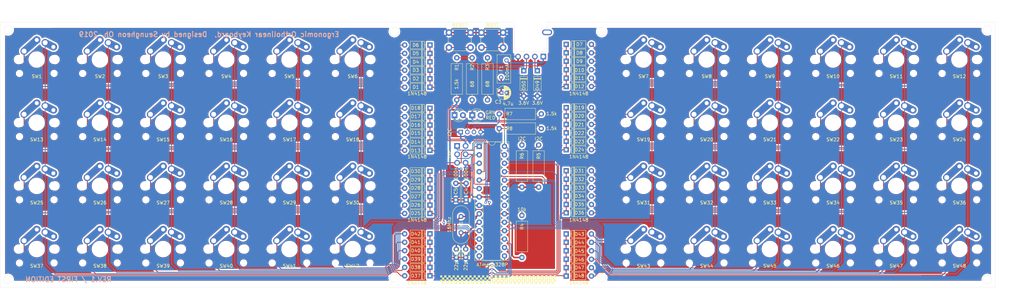
<source format=kicad_pcb>
(kicad_pcb (version 20171130) (host pcbnew "(5.1.2)-1")
  (layers (0 F.Cu signal) (31 B.Cu signal hide) (34 B.Paste user) (35 F.Paste user) (36 B.SilkS user) (37 F.SilkS user) (38 B.Mask user) (39 F.Mask user) (44 Edge.Cuts user))
  (net 0 "")
  (net 1 GND)
  (net 2 "Net-(C1-Pad2)")
  (net 3 "Net-(C2-Pad1)")
  (net 4 +5V)
  (net 5 "Net-(D1-Pad2)")
  (net 6 /ROW0)
  (net 7 "Net-(D2-Pad2)")
  (net 8 "Net-(D3-Pad2)")
  (net 9 "Net-(D4-Pad2)")
  (net 10 "Net-(D5-Pad2)")
  (net 11 "Net-(D6-Pad2)")
  (net 12 "Net-(D7-Pad2)")
  (net 13 "Net-(D8-Pad2)")
  (net 14 "Net-(D9-Pad2)")
  (net 15 "Net-(D10-Pad2)")
  (net 16 "Net-(D11-Pad2)")
  (net 17 "Net-(D12-Pad2)")
  (net 18 /ROW1)
  (net 19 "Net-(D13-Pad2)")
  (net 20 "Net-(D14-Pad2)")
  (net 21 "Net-(D15-Pad2)")
  (net 22 "Net-(D16-Pad2)")
  (net 23 "Net-(D17-Pad2)")
  (net 24 "Net-(D18-Pad2)")
  (net 25 "Net-(D19-Pad2)")
  (net 26 "Net-(D20-Pad2)")
  (net 27 "Net-(D21-Pad2)")
  (net 28 "Net-(D22-Pad2)")
  (net 29 "Net-(D23-Pad2)")
  (net 30 "Net-(D24-Pad2)")
  (net 31 /ROW2)
  (net 32 "Net-(D25-Pad2)")
  (net 33 "Net-(D26-Pad2)")
  (net 34 "Net-(D27-Pad2)")
  (net 35 "Net-(D28-Pad2)")
  (net 36 "Net-(D29-Pad2)")
  (net 37 "Net-(D30-Pad2)")
  (net 38 "Net-(D31-Pad2)")
  (net 39 "Net-(D32-Pad2)")
  (net 40 "Net-(D33-Pad2)")
  (net 41 "Net-(D34-Pad2)")
  (net 42 "Net-(D35-Pad2)")
  (net 43 "Net-(D36-Pad2)")
  (net 44 /ROW3)
  (net 45 "Net-(D37-Pad2)")
  (net 46 "Net-(D38-Pad2)")
  (net 47 "Net-(D39-Pad2)")
  (net 48 "Net-(D40-Pad2)")
  (net 49 "Net-(D41-Pad2)")
  (net 50 "Net-(D42-Pad2)")
  (net 51 "Net-(D43-Pad2)")
  (net 52 "Net-(D44-Pad2)")
  (net 53 "Net-(D45-Pad2)")
  (net 54 "Net-(D46-Pad2)")
  (net 55 "Net-(D47-Pad2)")
  (net 56 "Net-(D48-Pad2)")
  (net 57 "Net-(D49-Pad1)")
  (net 58 "Net-(D50-Pad1)")
  (net 59 "Net-(F1-Pad2)")
  (net 60 /COL0)
  (net 61 /COL1)
  (net 62 /RESET)
  (net 63 /i2c_SCL)
  (net 64 /i2c_SDA)
  (net 65 "Net-(LED1-Pad2)")
  (net 66 "Net-(LED2-Pad2)")
  (net 67 /USB_D+)
  (net 68 /USB_D-)
  (net 69 /COL2)
  (net 70 /COL3)
  (net 71 /COL4)
  (net 72 /COL5)
  (net 73 /COL6)
  (net 74 /COL7)
  (net 75 /COL8)
  (net 76 /COL9)
  (net 77 /COL10)
  (net 78 /COL11)
  (net 79 "Net-(U1-Pad21)")
  (module MX_Alps_Hybrid:MX_Choc_1U (layer F.Cu) (at 236.374 94.41)
    (fp_text reference SW44 (at 0 5.08) (layer F.SilkS))
    (fp_text value SW_Push)
    (pad "" np_thru_hole circle (at 5.22 4.182 180) (size 1.2 1.2) (drill 1.2) (layers *.Cu *.Mask))
    (pad 1 thru_hole circle (at 0 -5.9) (size 2.25 2.25) (drill 1.2) (layers *.Cu B.Mask) (net 52 "Net-(D44-Pad2)"))
    (pad "" np_thru_hole circle (at -5.5 0 48.1) (size 1.9 1.9) (drill 1.9) (layers *.Cu *.Mask))
    (pad 2 thru_hole circle (at 5 -3.8) (size 2 2) (drill 1.2) (layers *.Cu B.Mask) (net 61 /COL1))
    (pad "" np_thru_hole circle (at 5.5 0 48.1) (size 1.9 1.9) (drill 1.9) (layers *.Cu *.Mask))
    (pad "" np_thru_hole circle (at -5.22 4.2) (size 1.2 1.2) (drill 1.2) (layers *.Cu *.Mask))
    (pad 2 thru_hole oval (at 2.54 -5.08 333.4) (size 5 2.15) (drill 1.47 (offset 1.4 0)) (layers *.Cu B.Mask) (net 61 /COL1))
    (pad "" np_thru_hole circle (at 0 0) (size 3.9878 3.9878) (drill 3.9878) (layers *.Cu *.Mask))
    (pad 1 thru_hole oval (at -3.81 -2.54 221.5) (size 7 2.15) (drill 1.47 (offset -2.4 0)) (layers *.Cu B.Mask) (net 52 "Net-(D44-Pad2)"))
    (pad "" np_thru_hole circle (at -5.08 0 48.0996) (size 1.75 1.75) (drill 1.75) (layers *.Cu *.Mask))
    (pad "" np_thru_hole circle (at 5.08 0 48.0996) (size 1.75 1.75) (drill 1.75) (layers *.Cu *.Mask))
  )
  (module MX_Alps_Hybrid:MX_Choc_1U (layer F.Cu) (at 129.629 94.41)
    (fp_text reference SW42 (at 0 5.08) (layer F.SilkS))
    (fp_text value SW_Push)
    (pad "" np_thru_hole circle (at 5.22 4.182 180) (size 1.2 1.2) (drill 1.2) (layers *.Cu *.Mask))
    (pad 1 thru_hole circle (at 0 -5.9) (size 2.25 2.25) (drill 1.2) (layers *.Cu B.Mask) (net 50 "Net-(D42-Pad2)"))
    (pad "" np_thru_hole circle (at -5.5 0 48.1) (size 1.9 1.9) (drill 1.9) (layers *.Cu *.Mask))
    (pad 2 thru_hole circle (at 5 -3.8) (size 2 2) (drill 1.2) (layers *.Cu B.Mask) (net 78 /COL11))
    (pad "" np_thru_hole circle (at 5.5 0 48.1) (size 1.9 1.9) (drill 1.9) (layers *.Cu *.Mask))
    (pad "" np_thru_hole circle (at -5.22 4.2) (size 1.2 1.2) (drill 1.2) (layers *.Cu *.Mask))
    (pad 2 thru_hole oval (at 2.54 -5.08 333.4) (size 5 2.15) (drill 1.47 (offset 1.4 0)) (layers *.Cu B.Mask) (net 78 /COL11))
    (pad "" np_thru_hole circle (at 0 0) (size 3.9878 3.9878) (drill 3.9878) (layers *.Cu *.Mask))
    (pad 1 thru_hole oval (at -3.81 -2.54 221.5) (size 7 2.15) (drill 1.47 (offset -2.4 0)) (layers *.Cu B.Mask) (net 50 "Net-(D42-Pad2)"))
    (pad "" np_thru_hole circle (at -5.08 0 48.0996) (size 1.75 1.75) (drill 1.75) (layers *.Cu *.Mask))
    (pad "" np_thru_hole circle (at 5.08 0 48.0996) (size 1.75 1.75) (drill 1.75) (layers *.Cu *.Mask))
  )
  (module MX_Alps_Hybrid:MX_Choc_1U (layer F.Cu) (at 312.574 37.26)
    (fp_text reference SW12 (at 0 5.08) (layer F.SilkS))
    (fp_text value SW_Push)
    (pad "" np_thru_hole circle (at 5.22 4.182 180) (size 1.2 1.2) (drill 1.2) (layers *.Cu *.Mask))
    (pad 1 thru_hole circle (at 0 -5.9) (size 2.25 2.25) (drill 1.2) (layers *.Cu B.Mask) (net 17 "Net-(D12-Pad2)"))
    (pad "" np_thru_hole circle (at -5.5 0 48.1) (size 1.9 1.9) (drill 1.9) (layers *.Cu *.Mask))
    (pad 2 thru_hole circle (at 5 -3.8) (size 2 2) (drill 1.2) (layers *.Cu B.Mask) (net 72 /COL5))
    (pad "" np_thru_hole circle (at 5.5 0 48.1) (size 1.9 1.9) (drill 1.9) (layers *.Cu *.Mask))
    (pad "" np_thru_hole circle (at -5.22 4.2) (size 1.2 1.2) (drill 1.2) (layers *.Cu *.Mask))
    (pad 2 thru_hole oval (at 2.54 -5.08 333.4) (size 5 2.15) (drill 1.47 (offset 1.4 0)) (layers *.Cu B.Mask) (net 72 /COL5))
    (pad "" np_thru_hole circle (at 0 0) (size 3.9878 3.9878) (drill 3.9878) (layers *.Cu *.Mask))
    (pad 1 thru_hole oval (at -3.81 -2.54 221.5) (size 7 2.15) (drill 1.47 (offset -2.4 0)) (layers *.Cu B.Mask) (net 17 "Net-(D12-Pad2)"))
    (pad "" np_thru_hole circle (at -5.08 0 48.0996) (size 1.75 1.75) (drill 1.75) (layers *.Cu *.Mask))
    (pad "" np_thru_hole circle (at 5.08 0 48.0996) (size 1.75 1.75) (drill 1.75) (layers *.Cu *.Mask))
  )
  (module MX_Alps_Hybrid:MX_Choc_1U (layer F.Cu) (at 255.424 37.26)
    (fp_text reference SW9 (at 0 5.08) (layer F.SilkS))
    (fp_text value SW_Push)
    (pad "" np_thru_hole circle (at 5.22 4.182 180) (size 1.2 1.2) (drill 1.2) (layers *.Cu *.Mask))
    (pad 1 thru_hole circle (at 0 -5.9) (size 2.25 2.25) (drill 1.2) (layers *.Cu B.Mask) (net 14 "Net-(D9-Pad2)"))
    (pad "" np_thru_hole circle (at -5.5 0 48.1) (size 1.9 1.9) (drill 1.9) (layers *.Cu *.Mask))
    (pad 2 thru_hole circle (at 5 -3.8) (size 2 2) (drill 1.2) (layers *.Cu B.Mask) (net 69 /COL2))
    (pad "" np_thru_hole circle (at 5.5 0 48.1) (size 1.9 1.9) (drill 1.9) (layers *.Cu *.Mask))
    (pad "" np_thru_hole circle (at -5.22 4.2) (size 1.2 1.2) (drill 1.2) (layers *.Cu *.Mask))
    (pad 2 thru_hole oval (at 2.54 -5.08 333.4) (size 5 2.15) (drill 1.47 (offset 1.4 0)) (layers *.Cu B.Mask) (net 69 /COL2))
    (pad "" np_thru_hole circle (at 0 0) (size 3.9878 3.9878) (drill 3.9878) (layers *.Cu *.Mask))
    (pad 1 thru_hole oval (at -3.81 -2.54 221.5) (size 7 2.15) (drill 1.47 (offset -2.4 0)) (layers *.Cu B.Mask) (net 14 "Net-(D9-Pad2)"))
    (pad "" np_thru_hole circle (at -5.08 0 48.0996) (size 1.75 1.75) (drill 1.75) (layers *.Cu *.Mask))
    (pad "" np_thru_hole circle (at 5.08 0 48.0996) (size 1.75 1.75) (drill 1.75) (layers *.Cu *.Mask))
  )
  (module MX_Alps_Hybrid:MX_Choc_1U (layer F.Cu) (at 217.324 37.26)
    (fp_text reference SW7 (at 0 5.08) (layer F.SilkS))
    (fp_text value SW_Push)
    (pad "" np_thru_hole circle (at 5.22 4.182 180) (size 1.2 1.2) (drill 1.2) (layers *.Cu *.Mask))
    (pad 1 thru_hole circle (at 0 -5.9) (size 2.25 2.25) (drill 1.2) (layers *.Cu B.Mask) (net 12 "Net-(D7-Pad2)"))
    (pad "" np_thru_hole circle (at -5.5 0 48.1) (size 1.9 1.9) (drill 1.9) (layers *.Cu *.Mask))
    (pad 2 thru_hole circle (at 5 -3.8) (size 2 2) (drill 1.2) (layers *.Cu B.Mask) (net 60 /COL0))
    (pad "" np_thru_hole circle (at 5.5 0 48.1) (size 1.9 1.9) (drill 1.9) (layers *.Cu *.Mask))
    (pad "" np_thru_hole circle (at -5.22 4.2) (size 1.2 1.2) (drill 1.2) (layers *.Cu *.Mask))
    (pad 2 thru_hole oval (at 2.54 -5.08 333.4) (size 5 2.15) (drill 1.47 (offset 1.4 0)) (layers *.Cu B.Mask) (net 60 /COL0))
    (pad "" np_thru_hole circle (at 0 0) (size 3.9878 3.9878) (drill 3.9878) (layers *.Cu *.Mask))
    (pad 1 thru_hole oval (at -3.81 -2.54 221.5) (size 7 2.15) (drill 1.47 (offset -2.4 0)) (layers *.Cu B.Mask) (net 12 "Net-(D7-Pad2)"))
    (pad "" np_thru_hole circle (at -5.08 0 48.0996) (size 1.75 1.75) (drill 1.75) (layers *.Cu *.Mask))
    (pad "" np_thru_hole circle (at 5.08 0 48.0996) (size 1.75 1.75) (drill 1.75) (layers *.Cu *.Mask))
  )
  (module MX_Alps_Hybrid:MX_Choc_1U (layer F.Cu) (at 312.574 94.41)
    (fp_text reference SW48 (at 0 5.08) (layer F.SilkS))
    (fp_text value SW_Push)
    (pad "" np_thru_hole circle (at 5.22 4.182 180) (size 1.2 1.2) (drill 1.2) (layers *.Cu *.Mask))
    (pad 1 thru_hole circle (at 0 -5.9) (size 2.25 2.25) (drill 1.2) (layers *.Cu B.Mask) (net 56 "Net-(D48-Pad2)"))
    (pad "" np_thru_hole circle (at -5.5 0 48.1) (size 1.9 1.9) (drill 1.9) (layers *.Cu *.Mask))
    (pad 2 thru_hole circle (at 5 -3.8) (size 2 2) (drill 1.2) (layers *.Cu B.Mask) (net 72 /COL5))
    (pad "" np_thru_hole circle (at 5.5 0 48.1) (size 1.9 1.9) (drill 1.9) (layers *.Cu *.Mask))
    (pad "" np_thru_hole circle (at -5.22 4.2) (size 1.2 1.2) (drill 1.2) (layers *.Cu *.Mask))
    (pad 2 thru_hole oval (at 2.54 -5.08 333.4) (size 5 2.15) (drill 1.47 (offset 1.4 0)) (layers *.Cu B.Mask) (net 72 /COL5))
    (pad "" np_thru_hole circle (at 0 0) (size 3.9878 3.9878) (drill 3.9878) (layers *.Cu *.Mask))
    (pad 1 thru_hole oval (at -3.81 -2.54 221.5) (size 7 2.15) (drill 1.47 (offset -2.4 0)) (layers *.Cu B.Mask) (net 56 "Net-(D48-Pad2)"))
    (pad "" np_thru_hole circle (at -5.08 0 48.0996) (size 1.75 1.75) (drill 1.75) (layers *.Cu *.Mask))
    (pad "" np_thru_hole circle (at 5.08 0 48.0996) (size 1.75 1.75) (drill 1.75) (layers *.Cu *.Mask))
  )
  (module MX_Alps_Hybrid:MX_Choc_1U (layer F.Cu) (at 293.524 94.41)
    (fp_text reference SW47 (at 0 5.08) (layer F.SilkS))
    (fp_text value SW_Push)
    (pad "" np_thru_hole circle (at 5.22 4.182 180) (size 1.2 1.2) (drill 1.2) (layers *.Cu *.Mask))
    (pad 1 thru_hole circle (at 0 -5.9) (size 2.25 2.25) (drill 1.2) (layers *.Cu B.Mask) (net 55 "Net-(D47-Pad2)"))
    (pad "" np_thru_hole circle (at -5.5 0 48.1) (size 1.9 1.9) (drill 1.9) (layers *.Cu *.Mask))
    (pad 2 thru_hole circle (at 5 -3.8) (size 2 2) (drill 1.2) (layers *.Cu B.Mask) (net 71 /COL4))
    (pad "" np_thru_hole circle (at 5.5 0 48.1) (size 1.9 1.9) (drill 1.9) (layers *.Cu *.Mask))
    (pad "" np_thru_hole circle (at -5.22 4.2) (size 1.2 1.2) (drill 1.2) (layers *.Cu *.Mask))
    (pad 2 thru_hole oval (at 2.54 -5.08 333.4) (size 5 2.15) (drill 1.47 (offset 1.4 0)) (layers *.Cu B.Mask) (net 71 /COL4))
    (pad "" np_thru_hole circle (at 0 0) (size 3.9878 3.9878) (drill 3.9878) (layers *.Cu *.Mask))
    (pad 1 thru_hole oval (at -3.81 -2.54 221.5) (size 7 2.15) (drill 1.47 (offset -2.4 0)) (layers *.Cu B.Mask) (net 55 "Net-(D47-Pad2)"))
    (pad "" np_thru_hole circle (at -5.08 0 48.0996) (size 1.75 1.75) (drill 1.75) (layers *.Cu *.Mask))
    (pad "" np_thru_hole circle (at 5.08 0 48.0996) (size 1.75 1.75) (drill 1.75) (layers *.Cu *.Mask))
  )
  (module MX_Alps_Hybrid:MX_Choc_1U (layer F.Cu) (at 274.474 94.41)
    (fp_text reference SW46 (at 0 5.08) (layer F.SilkS))
    (fp_text value SW_Push)
    (pad "" np_thru_hole circle (at 5.22 4.182 180) (size 1.2 1.2) (drill 1.2) (layers *.Cu *.Mask))
    (pad 1 thru_hole circle (at 0 -5.9) (size 2.25 2.25) (drill 1.2) (layers *.Cu B.Mask) (net 54 "Net-(D46-Pad2)"))
    (pad "" np_thru_hole circle (at -5.5 0 48.1) (size 1.9 1.9) (drill 1.9) (layers *.Cu *.Mask))
    (pad 2 thru_hole circle (at 5 -3.8) (size 2 2) (drill 1.2) (layers *.Cu B.Mask) (net 70 /COL3))
    (pad "" np_thru_hole circle (at 5.5 0 48.1) (size 1.9 1.9) (drill 1.9) (layers *.Cu *.Mask))
    (pad "" np_thru_hole circle (at -5.22 4.2) (size 1.2 1.2) (drill 1.2) (layers *.Cu *.Mask))
    (pad 2 thru_hole oval (at 2.54 -5.08 333.4) (size 5 2.15) (drill 1.47 (offset 1.4 0)) (layers *.Cu B.Mask) (net 70 /COL3))
    (pad "" np_thru_hole circle (at 0 0) (size 3.9878 3.9878) (drill 3.9878) (layers *.Cu *.Mask))
    (pad 1 thru_hole oval (at -3.81 -2.54 221.5) (size 7 2.15) (drill 1.47 (offset -2.4 0)) (layers *.Cu B.Mask) (net 54 "Net-(D46-Pad2)"))
    (pad "" np_thru_hole circle (at -5.08 0 48.0996) (size 1.75 1.75) (drill 1.75) (layers *.Cu *.Mask))
    (pad "" np_thru_hole circle (at 5.08 0 48.0996) (size 1.75 1.75) (drill 1.75) (layers *.Cu *.Mask))
  )
  (module MX_Alps_Hybrid:MX_Choc_1U (layer F.Cu) (at 255.424 94.41)
    (fp_text reference SW45 (at 0 5.08) (layer F.SilkS))
    (fp_text value SW_Push)
    (pad "" np_thru_hole circle (at 5.22 4.182 180) (size 1.2 1.2) (drill 1.2) (layers *.Cu *.Mask))
    (pad 1 thru_hole circle (at 0 -5.9) (size 2.25 2.25) (drill 1.2) (layers *.Cu B.Mask) (net 53 "Net-(D45-Pad2)"))
    (pad "" np_thru_hole circle (at -5.5 0 48.1) (size 1.9 1.9) (drill 1.9) (layers *.Cu *.Mask))
    (pad 2 thru_hole circle (at 5 -3.8) (size 2 2) (drill 1.2) (layers *.Cu B.Mask) (net 69 /COL2))
    (pad "" np_thru_hole circle (at 5.5 0 48.1) (size 1.9 1.9) (drill 1.9) (layers *.Cu *.Mask))
    (pad "" np_thru_hole circle (at -5.22 4.2) (size 1.2 1.2) (drill 1.2) (layers *.Cu *.Mask))
    (pad 2 thru_hole oval (at 2.54 -5.08 333.4) (size 5 2.15) (drill 1.47 (offset 1.4 0)) (layers *.Cu B.Mask) (net 69 /COL2))
    (pad "" np_thru_hole circle (at 0 0) (size 3.9878 3.9878) (drill 3.9878) (layers *.Cu *.Mask))
    (pad 1 thru_hole oval (at -3.81 -2.54 221.5) (size 7 2.15) (drill 1.47 (offset -2.4 0)) (layers *.Cu B.Mask) (net 53 "Net-(D45-Pad2)"))
    (pad "" np_thru_hole circle (at -5.08 0 48.0996) (size 1.75 1.75) (drill 1.75) (layers *.Cu *.Mask))
    (pad "" np_thru_hole circle (at 5.08 0 48.0996) (size 1.75 1.75) (drill 1.75) (layers *.Cu *.Mask))
  )
  (module MX_Alps_Hybrid:MX_Choc_1U (layer F.Cu) (at 217.324 94.41)
    (fp_text reference SW43 (at 0 5.08) (layer F.SilkS))
    (fp_text value SW_Push)
    (pad "" np_thru_hole circle (at 5.22 4.182 180) (size 1.2 1.2) (drill 1.2) (layers *.Cu *.Mask))
    (pad 1 thru_hole circle (at 0 -5.9) (size 2.25 2.25) (drill 1.2) (layers *.Cu B.Mask) (net 51 "Net-(D43-Pad2)"))
    (pad "" np_thru_hole circle (at -5.5 0 48.1) (size 1.9 1.9) (drill 1.9) (layers *.Cu *.Mask))
    (pad 2 thru_hole circle (at 5 -3.8) (size 2 2) (drill 1.2) (layers *.Cu B.Mask) (net 60 /COL0))
    (pad "" np_thru_hole circle (at 5.5 0 48.1) (size 1.9 1.9) (drill 1.9) (layers *.Cu *.Mask))
    (pad "" np_thru_hole circle (at -5.22 4.2) (size 1.2 1.2) (drill 1.2) (layers *.Cu *.Mask))
    (pad 2 thru_hole oval (at 2.54 -5.08 333.4) (size 5 2.15) (drill 1.47 (offset 1.4 0)) (layers *.Cu B.Mask) (net 60 /COL0))
    (pad "" np_thru_hole circle (at 0 0) (size 3.9878 3.9878) (drill 3.9878) (layers *.Cu *.Mask))
    (pad 1 thru_hole oval (at -3.81 -2.54 221.5) (size 7 2.15) (drill 1.47 (offset -2.4 0)) (layers *.Cu B.Mask) (net 51 "Net-(D43-Pad2)"))
    (pad "" np_thru_hole circle (at -5.08 0 48.0996) (size 1.75 1.75) (drill 1.75) (layers *.Cu *.Mask))
    (pad "" np_thru_hole circle (at 5.08 0 48.0996) (size 1.75 1.75) (drill 1.75) (layers *.Cu *.Mask))
  )
  (module MX_Alps_Hybrid:MX_Choc_1U (layer F.Cu) (at 110.579 94.41)
    (fp_text reference SW41 (at 0 5.08) (layer F.SilkS))
    (fp_text value SW_Push)
    (pad "" np_thru_hole circle (at 5.22 4.182 180) (size 1.2 1.2) (drill 1.2) (layers *.Cu *.Mask))
    (pad 1 thru_hole circle (at 0 -5.9) (size 2.25 2.25) (drill 1.2) (layers *.Cu B.Mask) (net 49 "Net-(D41-Pad2)"))
    (pad "" np_thru_hole circle (at -5.5 0 48.1) (size 1.9 1.9) (drill 1.9) (layers *.Cu *.Mask))
    (pad 2 thru_hole circle (at 5 -3.8) (size 2 2) (drill 1.2) (layers *.Cu B.Mask) (net 77 /COL10))
    (pad "" np_thru_hole circle (at 5.5 0 48.1) (size 1.9 1.9) (drill 1.9) (layers *.Cu *.Mask))
    (pad "" np_thru_hole circle (at -5.22 4.2) (size 1.2 1.2) (drill 1.2) (layers *.Cu *.Mask))
    (pad 2 thru_hole oval (at 2.54 -5.08 333.4) (size 5 2.15) (drill 1.47 (offset 1.4 0)) (layers *.Cu B.Mask) (net 77 /COL10))
    (pad "" np_thru_hole circle (at 0 0) (size 3.9878 3.9878) (drill 3.9878) (layers *.Cu *.Mask))
    (pad 1 thru_hole oval (at -3.81 -2.54 221.5) (size 7 2.15) (drill 1.47 (offset -2.4 0)) (layers *.Cu B.Mask) (net 49 "Net-(D41-Pad2)"))
    (pad "" np_thru_hole circle (at -5.08 0 48.0996) (size 1.75 1.75) (drill 1.75) (layers *.Cu *.Mask))
    (pad "" np_thru_hole circle (at 5.08 0 48.0996) (size 1.75 1.75) (drill 1.75) (layers *.Cu *.Mask))
  )
  (module MX_Alps_Hybrid:MX_Choc_1U (layer F.Cu) (at 91.529 94.41)
    (fp_text reference SW40 (at 0 5.08) (layer F.SilkS))
    (fp_text value SW_Push)
    (pad "" np_thru_hole circle (at 5.22 4.182 180) (size 1.2 1.2) (drill 1.2) (layers *.Cu *.Mask))
    (pad 1 thru_hole circle (at 0 -5.9) (size 2.25 2.25) (drill 1.2) (layers *.Cu B.Mask) (net 48 "Net-(D40-Pad2)"))
    (pad "" np_thru_hole circle (at -5.5 0 48.1) (size 1.9 1.9) (drill 1.9) (layers *.Cu *.Mask))
    (pad 2 thru_hole circle (at 5 -3.8) (size 2 2) (drill 1.2) (layers *.Cu B.Mask) (net 76 /COL9))
    (pad "" np_thru_hole circle (at 5.5 0 48.1) (size 1.9 1.9) (drill 1.9) (layers *.Cu *.Mask))
    (pad "" np_thru_hole circle (at -5.22 4.2) (size 1.2 1.2) (drill 1.2) (layers *.Cu *.Mask))
    (pad 2 thru_hole oval (at 2.54 -5.08 333.4) (size 5 2.15) (drill 1.47 (offset 1.4 0)) (layers *.Cu B.Mask) (net 76 /COL9))
    (pad "" np_thru_hole circle (at 0 0) (size 3.9878 3.9878) (drill 3.9878) (layers *.Cu *.Mask))
    (pad 1 thru_hole oval (at -3.81 -2.54 221.5) (size 7 2.15) (drill 1.47 (offset -2.4 0)) (layers *.Cu B.Mask) (net 48 "Net-(D40-Pad2)"))
    (pad "" np_thru_hole circle (at -5.08 0 48.0996) (size 1.75 1.75) (drill 1.75) (layers *.Cu *.Mask))
    (pad "" np_thru_hole circle (at 5.08 0 48.0996) (size 1.75 1.75) (drill 1.75) (layers *.Cu *.Mask))
  )
  (module MX_Alps_Hybrid:MX_Choc_1U (layer F.Cu) (at 72.479 94.41)
    (fp_text reference SW39 (at 0 5.08) (layer F.SilkS))
    (fp_text value SW_Push)
    (pad "" np_thru_hole circle (at 5.22 4.182 180) (size 1.2 1.2) (drill 1.2) (layers *.Cu *.Mask))
    (pad 1 thru_hole circle (at 0 -5.9) (size 2.25 2.25) (drill 1.2) (layers *.Cu B.Mask) (net 47 "Net-(D39-Pad2)"))
    (pad "" np_thru_hole circle (at -5.5 0 48.1) (size 1.9 1.9) (drill 1.9) (layers *.Cu *.Mask))
    (pad 2 thru_hole circle (at 5 -3.8) (size 2 2) (drill 1.2) (layers *.Cu B.Mask) (net 75 /COL8))
    (pad "" np_thru_hole circle (at 5.5 0 48.1) (size 1.9 1.9) (drill 1.9) (layers *.Cu *.Mask))
    (pad "" np_thru_hole circle (at -5.22 4.2) (size 1.2 1.2) (drill 1.2) (layers *.Cu *.Mask))
    (pad 2 thru_hole oval (at 2.54 -5.08 333.4) (size 5 2.15) (drill 1.47 (offset 1.4 0)) (layers *.Cu B.Mask) (net 75 /COL8))
    (pad "" np_thru_hole circle (at 0 0) (size 3.9878 3.9878) (drill 3.9878) (layers *.Cu *.Mask))
    (pad 1 thru_hole oval (at -3.81 -2.54 221.5) (size 7 2.15) (drill 1.47 (offset -2.4 0)) (layers *.Cu B.Mask) (net 47 "Net-(D39-Pad2)"))
    (pad "" np_thru_hole circle (at -5.08 0 48.0996) (size 1.75 1.75) (drill 1.75) (layers *.Cu *.Mask))
    (pad "" np_thru_hole circle (at 5.08 0 48.0996) (size 1.75 1.75) (drill 1.75) (layers *.Cu *.Mask))
  )
  (module MX_Alps_Hybrid:MX_Choc_1U (layer F.Cu) (at 53.429 94.41)
    (fp_text reference SW38 (at 0 5.08) (layer F.SilkS))
    (fp_text value SW_Push)
    (pad "" np_thru_hole circle (at 5.22 4.182 180) (size 1.2 1.2) (drill 1.2) (layers *.Cu *.Mask))
    (pad 1 thru_hole circle (at 0 -5.9) (size 2.25 2.25) (drill 1.2) (layers *.Cu B.Mask) (net 46 "Net-(D38-Pad2)"))
    (pad "" np_thru_hole circle (at -5.5 0 48.1) (size 1.9 1.9) (drill 1.9) (layers *.Cu *.Mask))
    (pad 2 thru_hole circle (at 5 -3.8) (size 2 2) (drill 1.2) (layers *.Cu B.Mask) (net 74 /COL7))
    (pad "" np_thru_hole circle (at 5.5 0 48.1) (size 1.9 1.9) (drill 1.9) (layers *.Cu *.Mask))
    (pad "" np_thru_hole circle (at -5.22 4.2) (size 1.2 1.2) (drill 1.2) (layers *.Cu *.Mask))
    (pad 2 thru_hole oval (at 2.54 -5.08 333.4) (size 5 2.15) (drill 1.47 (offset 1.4 0)) (layers *.Cu B.Mask) (net 74 /COL7))
    (pad "" np_thru_hole circle (at 0 0) (size 3.9878 3.9878) (drill 3.9878) (layers *.Cu *.Mask))
    (pad 1 thru_hole oval (at -3.81 -2.54 221.5) (size 7 2.15) (drill 1.47 (offset -2.4 0)) (layers *.Cu B.Mask) (net 46 "Net-(D38-Pad2)"))
    (pad "" np_thru_hole circle (at -5.08 0 48.0996) (size 1.75 1.75) (drill 1.75) (layers *.Cu *.Mask))
    (pad "" np_thru_hole circle (at 5.08 0 48.0996) (size 1.75 1.75) (drill 1.75) (layers *.Cu *.Mask))
  )
  (module MX_Alps_Hybrid:MX_Choc_1U (layer F.Cu) (at 34.379 94.41)
    (fp_text reference SW37 (at 0 5.08) (layer F.SilkS))
    (fp_text value SW_Push)
    (pad "" np_thru_hole circle (at 5.22 4.182 180) (size 1.2 1.2) (drill 1.2) (layers *.Cu *.Mask))
    (pad 1 thru_hole circle (at 0 -5.9) (size 2.25 2.25) (drill 1.2) (layers *.Cu B.Mask) (net 45 "Net-(D37-Pad2)"))
    (pad "" np_thru_hole circle (at -5.5 0 48.1) (size 1.9 1.9) (drill 1.9) (layers *.Cu *.Mask))
    (pad 2 thru_hole circle (at 5 -3.8) (size 2 2) (drill 1.2) (layers *.Cu B.Mask) (net 73 /COL6))
    (pad "" np_thru_hole circle (at 5.5 0 48.1) (size 1.9 1.9) (drill 1.9) (layers *.Cu *.Mask))
    (pad "" np_thru_hole circle (at -5.22 4.2) (size 1.2 1.2) (drill 1.2) (layers *.Cu *.Mask))
    (pad 2 thru_hole oval (at 2.54 -5.08 333.4) (size 5 2.15) (drill 1.47 (offset 1.4 0)) (layers *.Cu B.Mask) (net 73 /COL6))
    (pad "" np_thru_hole circle (at 0 0) (size 3.9878 3.9878) (drill 3.9878) (layers *.Cu *.Mask))
    (pad 1 thru_hole oval (at -3.81 -2.54 221.5) (size 7 2.15) (drill 1.47 (offset -2.4 0)) (layers *.Cu B.Mask) (net 45 "Net-(D37-Pad2)"))
    (pad "" np_thru_hole circle (at -5.08 0 48.0996) (size 1.75 1.75) (drill 1.75) (layers *.Cu *.Mask))
    (pad "" np_thru_hole circle (at 5.08 0 48.0996) (size 1.75 1.75) (drill 1.75) (layers *.Cu *.Mask))
  )
  (module MX_Alps_Hybrid:MX_Choc_1U (layer F.Cu) (at 312.574 75.36)
    (fp_text reference SW36 (at 0 5.08) (layer F.SilkS))
    (fp_text value SW_Push)
    (pad "" np_thru_hole circle (at 5.22 4.182 180) (size 1.2 1.2) (drill 1.2) (layers *.Cu *.Mask))
    (pad 1 thru_hole circle (at 0 -5.9) (size 2.25 2.25) (drill 1.2) (layers *.Cu B.Mask) (net 43 "Net-(D36-Pad2)"))
    (pad "" np_thru_hole circle (at -5.5 0 48.1) (size 1.9 1.9) (drill 1.9) (layers *.Cu *.Mask))
    (pad 2 thru_hole circle (at 5 -3.8) (size 2 2) (drill 1.2) (layers *.Cu B.Mask) (net 72 /COL5))
    (pad "" np_thru_hole circle (at 5.5 0 48.1) (size 1.9 1.9) (drill 1.9) (layers *.Cu *.Mask))
    (pad "" np_thru_hole circle (at -5.22 4.2) (size 1.2 1.2) (drill 1.2) (layers *.Cu *.Mask))
    (pad 2 thru_hole oval (at 2.54 -5.08 333.4) (size 5 2.15) (drill 1.47 (offset 1.4 0)) (layers *.Cu B.Mask) (net 72 /COL5))
    (pad "" np_thru_hole circle (at 0 0) (size 3.9878 3.9878) (drill 3.9878) (layers *.Cu *.Mask))
    (pad 1 thru_hole oval (at -3.81 -2.54 221.5) (size 7 2.15) (drill 1.47 (offset -2.4 0)) (layers *.Cu B.Mask) (net 43 "Net-(D36-Pad2)"))
    (pad "" np_thru_hole circle (at -5.08 0 48.0996) (size 1.75 1.75) (drill 1.75) (layers *.Cu *.Mask))
    (pad "" np_thru_hole circle (at 5.08 0 48.0996) (size 1.75 1.75) (drill 1.75) (layers *.Cu *.Mask))
  )
  (module MX_Alps_Hybrid:MX_Choc_1U (layer F.Cu) (at 293.524 75.36)
    (fp_text reference SW35 (at 0 5.08) (layer F.SilkS))
    (fp_text value SW_Push)
    (pad "" np_thru_hole circle (at 5.22 4.182 180) (size 1.2 1.2) (drill 1.2) (layers *.Cu *.Mask))
    (pad 1 thru_hole circle (at 0 -5.9) (size 2.25 2.25) (drill 1.2) (layers *.Cu B.Mask) (net 42 "Net-(D35-Pad2)"))
    (pad "" np_thru_hole circle (at -5.5 0 48.1) (size 1.9 1.9) (drill 1.9) (layers *.Cu *.Mask))
    (pad 2 thru_hole circle (at 5 -3.8) (size 2 2) (drill 1.2) (layers *.Cu B.Mask) (net 71 /COL4))
    (pad "" np_thru_hole circle (at 5.5 0 48.1) (size 1.9 1.9) (drill 1.9) (layers *.Cu *.Mask))
    (pad "" np_thru_hole circle (at -5.22 4.2) (size 1.2 1.2) (drill 1.2) (layers *.Cu *.Mask))
    (pad 2 thru_hole oval (at 2.54 -5.08 333.4) (size 5 2.15) (drill 1.47 (offset 1.4 0)) (layers *.Cu B.Mask) (net 71 /COL4))
    (pad "" np_thru_hole circle (at 0 0) (size 3.9878 3.9878) (drill 3.9878) (layers *.Cu *.Mask))
    (pad 1 thru_hole oval (at -3.81 -2.54 221.5) (size 7 2.15) (drill 1.47 (offset -2.4 0)) (layers *.Cu B.Mask) (net 42 "Net-(D35-Pad2)"))
    (pad "" np_thru_hole circle (at -5.08 0 48.0996) (size 1.75 1.75) (drill 1.75) (layers *.Cu *.Mask))
    (pad "" np_thru_hole circle (at 5.08 0 48.0996) (size 1.75 1.75) (drill 1.75) (layers *.Cu *.Mask))
  )
  (module MX_Alps_Hybrid:MX_Choc_1U (layer F.Cu) (at 274.474 75.36)
    (fp_text reference SW34 (at 0 5.08) (layer F.SilkS))
    (fp_text value SW_Push)
    (pad "" np_thru_hole circle (at 5.22 4.182 180) (size 1.2 1.2) (drill 1.2) (layers *.Cu *.Mask))
    (pad 1 thru_hole circle (at 0 -5.9) (size 2.25 2.25) (drill 1.2) (layers *.Cu B.Mask) (net 41 "Net-(D34-Pad2)"))
    (pad "" np_thru_hole circle (at -5.5 0 48.1) (size 1.9 1.9) (drill 1.9) (layers *.Cu *.Mask))
    (pad 2 thru_hole circle (at 5 -3.8) (size 2 2) (drill 1.2) (layers *.Cu B.Mask) (net 70 /COL3))
    (pad "" np_thru_hole circle (at 5.5 0 48.1) (size 1.9 1.9) (drill 1.9) (layers *.Cu *.Mask))
    (pad "" np_thru_hole circle (at -5.22 4.2) (size 1.2 1.2) (drill 1.2) (layers *.Cu *.Mask))
    (pad 2 thru_hole oval (at 2.54 -5.08 333.4) (size 5 2.15) (drill 1.47 (offset 1.4 0)) (layers *.Cu B.Mask) (net 70 /COL3))
    (pad "" np_thru_hole circle (at 0 0) (size 3.9878 3.9878) (drill 3.9878) (layers *.Cu *.Mask))
    (pad 1 thru_hole oval (at -3.81 -2.54 221.5) (size 7 2.15) (drill 1.47 (offset -2.4 0)) (layers *.Cu B.Mask) (net 41 "Net-(D34-Pad2)"))
    (pad "" np_thru_hole circle (at -5.08 0 48.0996) (size 1.75 1.75) (drill 1.75) (layers *.Cu *.Mask))
    (pad "" np_thru_hole circle (at 5.08 0 48.0996) (size 1.75 1.75) (drill 1.75) (layers *.Cu *.Mask))
  )
  (module MX_Alps_Hybrid:MX_Choc_1U (layer F.Cu) (at 255.424 75.36)
    (fp_text reference SW33 (at 0 5.08) (layer F.SilkS))
    (fp_text value SW_Push)
    (pad "" np_thru_hole circle (at 5.22 4.182 180) (size 1.2 1.2) (drill 1.2) (layers *.Cu *.Mask))
    (pad 1 thru_hole circle (at 0 -5.9) (size 2.25 2.25) (drill 1.2) (layers *.Cu B.Mask) (net 40 "Net-(D33-Pad2)"))
    (pad "" np_thru_hole circle (at -5.5 0 48.1) (size 1.9 1.9) (drill 1.9) (layers *.Cu *.Mask))
    (pad 2 thru_hole circle (at 5 -3.8) (size 2 2) (drill 1.2) (layers *.Cu B.Mask) (net 69 /COL2))
    (pad "" np_thru_hole circle (at 5.5 0 48.1) (size 1.9 1.9) (drill 1.9) (layers *.Cu *.Mask))
    (pad "" np_thru_hole circle (at -5.22 4.2) (size 1.2 1.2) (drill 1.2) (layers *.Cu *.Mask))
    (pad 2 thru_hole oval (at 2.54 -5.08 333.4) (size 5 2.15) (drill 1.47 (offset 1.4 0)) (layers *.Cu B.Mask) (net 69 /COL2))
    (pad "" np_thru_hole circle (at 0 0) (size 3.9878 3.9878) (drill 3.9878) (layers *.Cu *.Mask))
    (pad 1 thru_hole oval (at -3.81 -2.54 221.5) (size 7 2.15) (drill 1.47 (offset -2.4 0)) (layers *.Cu B.Mask) (net 40 "Net-(D33-Pad2)"))
    (pad "" np_thru_hole circle (at -5.08 0 48.0996) (size 1.75 1.75) (drill 1.75) (layers *.Cu *.Mask))
    (pad "" np_thru_hole circle (at 5.08 0 48.0996) (size 1.75 1.75) (drill 1.75) (layers *.Cu *.Mask))
  )
  (module MX_Alps_Hybrid:MX_Choc_1U (layer F.Cu) (at 236.374 75.36)
    (fp_text reference SW32 (at 0 5.08) (layer F.SilkS))
    (fp_text value SW_Push)
    (pad "" np_thru_hole circle (at 5.22 4.182 180) (size 1.2 1.2) (drill 1.2) (layers *.Cu *.Mask))
    (pad 1 thru_hole circle (at 0 -5.9) (size 2.25 2.25) (drill 1.2) (layers *.Cu B.Mask) (net 39 "Net-(D32-Pad2)"))
    (pad "" np_thru_hole circle (at -5.5 0 48.1) (size 1.9 1.9) (drill 1.9) (layers *.Cu *.Mask))
    (pad 2 thru_hole circle (at 5 -3.8) (size 2 2) (drill 1.2) (layers *.Cu B.Mask) (net 61 /COL1))
    (pad "" np_thru_hole circle (at 5.5 0 48.1) (size 1.9 1.9) (drill 1.9) (layers *.Cu *.Mask))
    (pad "" np_thru_hole circle (at -5.22 4.2) (size 1.2 1.2) (drill 1.2) (layers *.Cu *.Mask))
    (pad 2 thru_hole oval (at 2.54 -5.08 333.4) (size 5 2.15) (drill 1.47 (offset 1.4 0)) (layers *.Cu B.Mask) (net 61 /COL1))
    (pad "" np_thru_hole circle (at 0 0) (size 3.9878 3.9878) (drill 3.9878) (layers *.Cu *.Mask))
    (pad 1 thru_hole oval (at -3.81 -2.54 221.5) (size 7 2.15) (drill 1.47 (offset -2.4 0)) (layers *.Cu B.Mask) (net 39 "Net-(D32-Pad2)"))
    (pad "" np_thru_hole circle (at -5.08 0 48.0996) (size 1.75 1.75) (drill 1.75) (layers *.Cu *.Mask))
    (pad "" np_thru_hole circle (at 5.08 0 48.0996) (size 1.75 1.75) (drill 1.75) (layers *.Cu *.Mask))
  )
  (module MX_Alps_Hybrid:MX_Choc_1U (layer F.Cu) (at 217.324 75.36)
    (fp_text reference SW31 (at 0 5.08) (layer F.SilkS))
    (fp_text value SW_Push)
    (pad "" np_thru_hole circle (at 5.22 4.182 180) (size 1.2 1.2) (drill 1.2) (layers *.Cu *.Mask))
    (pad 1 thru_hole circle (at 0 -5.9) (size 2.25 2.25) (drill 1.2) (layers *.Cu B.Mask) (net 38 "Net-(D31-Pad2)"))
    (pad "" np_thru_hole circle (at -5.5 0 48.1) (size 1.9 1.9) (drill 1.9) (layers *.Cu *.Mask))
    (pad 2 thru_hole circle (at 5 -3.8) (size 2 2) (drill 1.2) (layers *.Cu B.Mask) (net 60 /COL0))
    (pad "" np_thru_hole circle (at 5.5 0 48.1) (size 1.9 1.9) (drill 1.9) (layers *.Cu *.Mask))
    (pad "" np_thru_hole circle (at -5.22 4.2) (size 1.2 1.2) (drill 1.2) (layers *.Cu *.Mask))
    (pad 2 thru_hole oval (at 2.54 -5.08 333.4) (size 5 2.15) (drill 1.47 (offset 1.4 0)) (layers *.Cu B.Mask) (net 60 /COL0))
    (pad "" np_thru_hole circle (at 0 0) (size 3.9878 3.9878) (drill 3.9878) (layers *.Cu *.Mask))
    (pad 1 thru_hole oval (at -3.81 -2.54 221.5) (size 7 2.15) (drill 1.47 (offset -2.4 0)) (layers *.Cu B.Mask) (net 38 "Net-(D31-Pad2)"))
    (pad "" np_thru_hole circle (at -5.08 0 48.0996) (size 1.75 1.75) (drill 1.75) (layers *.Cu *.Mask))
    (pad "" np_thru_hole circle (at 5.08 0 48.0996) (size 1.75 1.75) (drill 1.75) (layers *.Cu *.Mask))
  )
  (module MX_Alps_Hybrid:MX_Choc_1U (layer F.Cu) (at 129.629 75.36)
    (fp_text reference SW30 (at 0 5.08) (layer F.SilkS))
    (fp_text value SW_Push)
    (pad "" np_thru_hole circle (at 5.22 4.182 180) (size 1.2 1.2) (drill 1.2) (layers *.Cu *.Mask))
    (pad 1 thru_hole circle (at 0 -5.9) (size 2.25 2.25) (drill 1.2) (layers *.Cu B.Mask) (net 37 "Net-(D30-Pad2)"))
    (pad "" np_thru_hole circle (at -5.5 0 48.1) (size 1.9 1.9) (drill 1.9) (layers *.Cu *.Mask))
    (pad 2 thru_hole circle (at 5 -3.8) (size 2 2) (drill 1.2) (layers *.Cu B.Mask) (net 78 /COL11))
    (pad "" np_thru_hole circle (at 5.5 0 48.1) (size 1.9 1.9) (drill 1.9) (layers *.Cu *.Mask))
    (pad "" np_thru_hole circle (at -5.22 4.2) (size 1.2 1.2) (drill 1.2) (layers *.Cu *.Mask))
    (pad 2 thru_hole oval (at 2.54 -5.08 333.4) (size 5 2.15) (drill 1.47 (offset 1.4 0)) (layers *.Cu B.Mask) (net 78 /COL11))
    (pad "" np_thru_hole circle (at 0 0) (size 3.9878 3.9878) (drill 3.9878) (layers *.Cu *.Mask))
    (pad 1 thru_hole oval (at -3.81 -2.54 221.5) (size 7 2.15) (drill 1.47 (offset -2.4 0)) (layers *.Cu B.Mask) (net 37 "Net-(D30-Pad2)"))
    (pad "" np_thru_hole circle (at -5.08 0 48.0996) (size 1.75 1.75) (drill 1.75) (layers *.Cu *.Mask))
    (pad "" np_thru_hole circle (at 5.08 0 48.0996) (size 1.75 1.75) (drill 1.75) (layers *.Cu *.Mask))
  )
  (module MX_Alps_Hybrid:MX_Choc_1U (layer F.Cu) (at 110.579 75.36)
    (fp_text reference SW29 (at 0 5.08) (layer F.SilkS))
    (fp_text value SW_Push)
    (pad "" np_thru_hole circle (at 5.22 4.182 180) (size 1.2 1.2) (drill 1.2) (layers *.Cu *.Mask))
    (pad 1 thru_hole circle (at 0 -5.9) (size 2.25 2.25) (drill 1.2) (layers *.Cu B.Mask) (net 36 "Net-(D29-Pad2)"))
    (pad "" np_thru_hole circle (at -5.5 0 48.1) (size 1.9 1.9) (drill 1.9) (layers *.Cu *.Mask))
    (pad 2 thru_hole circle (at 5 -3.8) (size 2 2) (drill 1.2) (layers *.Cu B.Mask) (net 77 /COL10))
    (pad "" np_thru_hole circle (at 5.5 0 48.1) (size 1.9 1.9) (drill 1.9) (layers *.Cu *.Mask))
    (pad "" np_thru_hole circle (at -5.22 4.2) (size 1.2 1.2) (drill 1.2) (layers *.Cu *.Mask))
    (pad 2 thru_hole oval (at 2.54 -5.08 333.4) (size 5 2.15) (drill 1.47 (offset 1.4 0)) (layers *.Cu B.Mask) (net 77 /COL10))
    (pad "" np_thru_hole circle (at 0 0) (size 3.9878 3.9878) (drill 3.9878) (layers *.Cu *.Mask))
    (pad 1 thru_hole oval (at -3.81 -2.54 221.5) (size 7 2.15) (drill 1.47 (offset -2.4 0)) (layers *.Cu B.Mask) (net 36 "Net-(D29-Pad2)"))
    (pad "" np_thru_hole circle (at -5.08 0 48.0996) (size 1.75 1.75) (drill 1.75) (layers *.Cu *.Mask))
    (pad "" np_thru_hole circle (at 5.08 0 48.0996) (size 1.75 1.75) (drill 1.75) (layers *.Cu *.Mask))
  )
  (module MX_Alps_Hybrid:MX_Choc_1U (layer F.Cu) (at 91.529 75.36)
    (fp_text reference SW28 (at 0 5.08) (layer F.SilkS))
    (fp_text value SW_Push)
    (pad "" np_thru_hole circle (at 5.22 4.182 180) (size 1.2 1.2) (drill 1.2) (layers *.Cu *.Mask))
    (pad 1 thru_hole circle (at 0 -5.9) (size 2.25 2.25) (drill 1.2) (layers *.Cu B.Mask) (net 35 "Net-(D28-Pad2)"))
    (pad "" np_thru_hole circle (at -5.5 0 48.1) (size 1.9 1.9) (drill 1.9) (layers *.Cu *.Mask))
    (pad 2 thru_hole circle (at 5 -3.8) (size 2 2) (drill 1.2) (layers *.Cu B.Mask) (net 76 /COL9))
    (pad "" np_thru_hole circle (at 5.5 0 48.1) (size 1.9 1.9) (drill 1.9) (layers *.Cu *.Mask))
    (pad "" np_thru_hole circle (at -5.22 4.2) (size 1.2 1.2) (drill 1.2) (layers *.Cu *.Mask))
    (pad 2 thru_hole oval (at 2.54 -5.08 333.4) (size 5 2.15) (drill 1.47 (offset 1.4 0)) (layers *.Cu B.Mask) (net 76 /COL9))
    (pad "" np_thru_hole circle (at 0 0) (size 3.9878 3.9878) (drill 3.9878) (layers *.Cu *.Mask))
    (pad 1 thru_hole oval (at -3.81 -2.54 221.5) (size 7 2.15) (drill 1.47 (offset -2.4 0)) (layers *.Cu B.Mask) (net 35 "Net-(D28-Pad2)"))
    (pad "" np_thru_hole circle (at -5.08 0 48.0996) (size 1.75 1.75) (drill 1.75) (layers *.Cu *.Mask))
    (pad "" np_thru_hole circle (at 5.08 0 48.0996) (size 1.75 1.75) (drill 1.75) (layers *.Cu *.Mask))
  )
  (module MX_Alps_Hybrid:MX_Choc_1U (layer F.Cu) (at 72.479 75.36)
    (fp_text reference SW27 (at 0 5.08) (layer F.SilkS))
    (fp_text value SW_Push)
    (pad "" np_thru_hole circle (at 5.22 4.182 180) (size 1.2 1.2) (drill 1.2) (layers *.Cu *.Mask))
    (pad 1 thru_hole circle (at 0 -5.9) (size 2.25 2.25) (drill 1.2) (layers *.Cu B.Mask) (net 34 "Net-(D27-Pad2)"))
    (pad "" np_thru_hole circle (at -5.5 0 48.1) (size 1.9 1.9) (drill 1.9) (layers *.Cu *.Mask))
    (pad 2 thru_hole circle (at 5 -3.8) (size 2 2) (drill 1.2) (layers *.Cu B.Mask) (net 75 /COL8))
    (pad "" np_thru_hole circle (at 5.5 0 48.1) (size 1.9 1.9) (drill 1.9) (layers *.Cu *.Mask))
    (pad "" np_thru_hole circle (at -5.22 4.2) (size 1.2 1.2) (drill 1.2) (layers *.Cu *.Mask))
    (pad 2 thru_hole oval (at 2.54 -5.08 333.4) (size 5 2.15) (drill 1.47 (offset 1.4 0)) (layers *.Cu B.Mask) (net 75 /COL8))
    (pad "" np_thru_hole circle (at 0 0) (size 3.9878 3.9878) (drill 3.9878) (layers *.Cu *.Mask))
    (pad 1 thru_hole oval (at -3.81 -2.54 221.5) (size 7 2.15) (drill 1.47 (offset -2.4 0)) (layers *.Cu B.Mask) (net 34 "Net-(D27-Pad2)"))
    (pad "" np_thru_hole circle (at -5.08 0 48.0996) (size 1.75 1.75) (drill 1.75) (layers *.Cu *.Mask))
    (pad "" np_thru_hole circle (at 5.08 0 48.0996) (size 1.75 1.75) (drill 1.75) (layers *.Cu *.Mask))
  )
  (module MX_Alps_Hybrid:MX_Choc_1U (layer F.Cu) (at 53.429 75.36)
    (fp_text reference SW26 (at 0 5.08) (layer F.SilkS))
    (fp_text value SW_Push)
    (pad "" np_thru_hole circle (at 5.22 4.182 180) (size 1.2 1.2) (drill 1.2) (layers *.Cu *.Mask))
    (pad 1 thru_hole circle (at 0 -5.9) (size 2.25 2.25) (drill 1.2) (layers *.Cu B.Mask) (net 33 "Net-(D26-Pad2)"))
    (pad "" np_thru_hole circle (at -5.5 0 48.1) (size 1.9 1.9) (drill 1.9) (layers *.Cu *.Mask))
    (pad 2 thru_hole circle (at 5 -3.8) (size 2 2) (drill 1.2) (layers *.Cu B.Mask) (net 74 /COL7))
    (pad "" np_thru_hole circle (at 5.5 0 48.1) (size 1.9 1.9) (drill 1.9) (layers *.Cu *.Mask))
    (pad "" np_thru_hole circle (at -5.22 4.2) (size 1.2 1.2) (drill 1.2) (layers *.Cu *.Mask))
    (pad 2 thru_hole oval (at 2.54 -5.08 333.4) (size 5 2.15) (drill 1.47 (offset 1.4 0)) (layers *.Cu B.Mask) (net 74 /COL7))
    (pad "" np_thru_hole circle (at 0 0) (size 3.9878 3.9878) (drill 3.9878) (layers *.Cu *.Mask))
    (pad 1 thru_hole oval (at -3.81 -2.54 221.5) (size 7 2.15) (drill 1.47 (offset -2.4 0)) (layers *.Cu B.Mask) (net 33 "Net-(D26-Pad2)"))
    (pad "" np_thru_hole circle (at -5.08 0 48.0996) (size 1.75 1.75) (drill 1.75) (layers *.Cu *.Mask))
    (pad "" np_thru_hole circle (at 5.08 0 48.0996) (size 1.75 1.75) (drill 1.75) (layers *.Cu *.Mask))
  )
  (module MX_Alps_Hybrid:MX_Choc_1U (layer F.Cu) (at 34.379 75.36)
    (fp_text reference SW25 (at 0 5.08) (layer F.SilkS))
    (fp_text value SW_Push)
    (pad "" np_thru_hole circle (at 5.22 4.182 180) (size 1.2 1.2) (drill 1.2) (layers *.Cu *.Mask))
    (pad 1 thru_hole circle (at 0 -5.9) (size 2.25 2.25) (drill 1.2) (layers *.Cu B.Mask) (net 32 "Net-(D25-Pad2)"))
    (pad "" np_thru_hole circle (at -5.5 0 48.1) (size 1.9 1.9) (drill 1.9) (layers *.Cu *.Mask))
    (pad 2 thru_hole circle (at 5 -3.8) (size 2 2) (drill 1.2) (layers *.Cu B.Mask) (net 73 /COL6))
    (pad "" np_thru_hole circle (at 5.5 0 48.1) (size 1.9 1.9) (drill 1.9) (layers *.Cu *.Mask))
    (pad "" np_thru_hole circle (at -5.22 4.2) (size 1.2 1.2) (drill 1.2) (layers *.Cu *.Mask))
    (pad 2 thru_hole oval (at 2.54 -5.08 333.4) (size 5 2.15) (drill 1.47 (offset 1.4 0)) (layers *.Cu B.Mask) (net 73 /COL6))
    (pad "" np_thru_hole circle (at 0 0) (size 3.9878 3.9878) (drill 3.9878) (layers *.Cu *.Mask))
    (pad 1 thru_hole oval (at -3.81 -2.54 221.5) (size 7 2.15) (drill 1.47 (offset -2.4 0)) (layers *.Cu B.Mask) (net 32 "Net-(D25-Pad2)"))
    (pad "" np_thru_hole circle (at -5.08 0 48.0996) (size 1.75 1.75) (drill 1.75) (layers *.Cu *.Mask))
    (pad "" np_thru_hole circle (at 5.08 0 48.0996) (size 1.75 1.75) (drill 1.75) (layers *.Cu *.Mask))
  )
  (module MX_Alps_Hybrid:MX_Choc_1U (layer F.Cu) (at 312.574 56.31)
    (fp_text reference SW24 (at 0 5.08) (layer F.SilkS))
    (fp_text value SW_Push)
    (pad "" np_thru_hole circle (at 5.22 4.182 180) (size 1.2 1.2) (drill 1.2) (layers *.Cu *.Mask))
    (pad 1 thru_hole circle (at 0 -5.9) (size 2.25 2.25) (drill 1.2) (layers *.Cu B.Mask) (net 30 "Net-(D24-Pad2)"))
    (pad "" np_thru_hole circle (at -5.5 0 48.1) (size 1.9 1.9) (drill 1.9) (layers *.Cu *.Mask))
    (pad 2 thru_hole circle (at 5 -3.8) (size 2 2) (drill 1.2) (layers *.Cu B.Mask) (net 72 /COL5))
    (pad "" np_thru_hole circle (at 5.5 0 48.1) (size 1.9 1.9) (drill 1.9) (layers *.Cu *.Mask))
    (pad "" np_thru_hole circle (at -5.22 4.2) (size 1.2 1.2) (drill 1.2) (layers *.Cu *.Mask))
    (pad 2 thru_hole oval (at 2.54 -5.08 333.4) (size 5 2.15) (drill 1.47 (offset 1.4 0)) (layers *.Cu B.Mask) (net 72 /COL5))
    (pad "" np_thru_hole circle (at 0 0) (size 3.9878 3.9878) (drill 3.9878) (layers *.Cu *.Mask))
    (pad 1 thru_hole oval (at -3.81 -2.54 221.5) (size 7 2.15) (drill 1.47 (offset -2.4 0)) (layers *.Cu B.Mask) (net 30 "Net-(D24-Pad2)"))
    (pad "" np_thru_hole circle (at -5.08 0 48.0996) (size 1.75 1.75) (drill 1.75) (layers *.Cu *.Mask))
    (pad "" np_thru_hole circle (at 5.08 0 48.0996) (size 1.75 1.75) (drill 1.75) (layers *.Cu *.Mask))
  )
  (module MX_Alps_Hybrid:MX_Choc_1U (layer F.Cu) (at 293.524 56.31)
    (fp_text reference SW23 (at 0 5.08) (layer F.SilkS))
    (fp_text value SW_Push)
    (pad "" np_thru_hole circle (at 5.22 4.182 180) (size 1.2 1.2) (drill 1.2) (layers *.Cu *.Mask))
    (pad 1 thru_hole circle (at 0 -5.9) (size 2.25 2.25) (drill 1.2) (layers *.Cu B.Mask) (net 29 "Net-(D23-Pad2)"))
    (pad "" np_thru_hole circle (at -5.5 0 48.1) (size 1.9 1.9) (drill 1.9) (layers *.Cu *.Mask))
    (pad 2 thru_hole circle (at 5 -3.8) (size 2 2) (drill 1.2) (layers *.Cu B.Mask) (net 71 /COL4))
    (pad "" np_thru_hole circle (at 5.5 0 48.1) (size 1.9 1.9) (drill 1.9) (layers *.Cu *.Mask))
    (pad "" np_thru_hole circle (at -5.22 4.2) (size 1.2 1.2) (drill 1.2) (layers *.Cu *.Mask))
    (pad 2 thru_hole oval (at 2.54 -5.08 333.4) (size 5 2.15) (drill 1.47 (offset 1.4 0)) (layers *.Cu B.Mask) (net 71 /COL4))
    (pad "" np_thru_hole circle (at 0 0) (size 3.9878 3.9878) (drill 3.9878) (layers *.Cu *.Mask))
    (pad 1 thru_hole oval (at -3.81 -2.54 221.5) (size 7 2.15) (drill 1.47 (offset -2.4 0)) (layers *.Cu B.Mask) (net 29 "Net-(D23-Pad2)"))
    (pad "" np_thru_hole circle (at -5.08 0 48.0996) (size 1.75 1.75) (drill 1.75) (layers *.Cu *.Mask))
    (pad "" np_thru_hole circle (at 5.08 0 48.0996) (size 1.75 1.75) (drill 1.75) (layers *.Cu *.Mask))
  )
  (module MX_Alps_Hybrid:MX_Choc_1U (layer F.Cu) (at 274.474 56.31)
    (fp_text reference SW22 (at 0 5.08) (layer F.SilkS))
    (fp_text value SW_Push)
    (pad "" np_thru_hole circle (at 5.22 4.182 180) (size 1.2 1.2) (drill 1.2) (layers *.Cu *.Mask))
    (pad 1 thru_hole circle (at 0 -5.9) (size 2.25 2.25) (drill 1.2) (layers *.Cu B.Mask) (net 28 "Net-(D22-Pad2)"))
    (pad "" np_thru_hole circle (at -5.5 0 48.1) (size 1.9 1.9) (drill 1.9) (layers *.Cu *.Mask))
    (pad 2 thru_hole circle (at 5 -3.8) (size 2 2) (drill 1.2) (layers *.Cu B.Mask) (net 70 /COL3))
    (pad "" np_thru_hole circle (at 5.5 0 48.1) (size 1.9 1.9) (drill 1.9) (layers *.Cu *.Mask))
    (pad "" np_thru_hole circle (at -5.22 4.2) (size 1.2 1.2) (drill 1.2) (layers *.Cu *.Mask))
    (pad 2 thru_hole oval (at 2.54 -5.08 333.4) (size 5 2.15) (drill 1.47 (offset 1.4 0)) (layers *.Cu B.Mask) (net 70 /COL3))
    (pad "" np_thru_hole circle (at 0 0) (size 3.9878 3.9878) (drill 3.9878) (layers *.Cu *.Mask))
    (pad 1 thru_hole oval (at -3.81 -2.54 221.5) (size 7 2.15) (drill 1.47 (offset -2.4 0)) (layers *.Cu B.Mask) (net 28 "Net-(D22-Pad2)"))
    (pad "" np_thru_hole circle (at -5.08 0 48.0996) (size 1.75 1.75) (drill 1.75) (layers *.Cu *.Mask))
    (pad "" np_thru_hole circle (at 5.08 0 48.0996) (size 1.75 1.75) (drill 1.75) (layers *.Cu *.Mask))
  )
  (module MX_Alps_Hybrid:MX_Choc_1U (layer F.Cu) (at 255.424 56.31)
    (fp_text reference SW21 (at 0 5.08) (layer F.SilkS))
    (fp_text value SW_Push)
    (pad "" np_thru_hole circle (at 5.22 4.182 180) (size 1.2 1.2) (drill 1.2) (layers *.Cu *.Mask))
    (pad 1 thru_hole circle (at 0 -5.9) (size 2.25 2.25) (drill 1.2) (layers *.Cu B.Mask) (net 27 "Net-(D21-Pad2)"))
    (pad "" np_thru_hole circle (at -5.5 0 48.1) (size 1.9 1.9) (drill 1.9) (layers *.Cu *.Mask))
    (pad 2 thru_hole circle (at 5 -3.8) (size 2 2) (drill 1.2) (layers *.Cu B.Mask) (net 69 /COL2))
    (pad "" np_thru_hole circle (at 5.5 0 48.1) (size 1.9 1.9) (drill 1.9) (layers *.Cu *.Mask))
    (pad "" np_thru_hole circle (at -5.22 4.2) (size 1.2 1.2) (drill 1.2) (layers *.Cu *.Mask))
    (pad 2 thru_hole oval (at 2.54 -5.08 333.4) (size 5 2.15) (drill 1.47 (offset 1.4 0)) (layers *.Cu B.Mask) (net 69 /COL2))
    (pad "" np_thru_hole circle (at 0 0) (size 3.9878 3.9878) (drill 3.9878) (layers *.Cu *.Mask))
    (pad 1 thru_hole oval (at -3.81 -2.54 221.5) (size 7 2.15) (drill 1.47 (offset -2.4 0)) (layers *.Cu B.Mask) (net 27 "Net-(D21-Pad2)"))
    (pad "" np_thru_hole circle (at -5.08 0 48.0996) (size 1.75 1.75) (drill 1.75) (layers *.Cu *.Mask))
    (pad "" np_thru_hole circle (at 5.08 0 48.0996) (size 1.75 1.75) (drill 1.75) (layers *.Cu *.Mask))
  )
  (module MX_Alps_Hybrid:MX_Choc_1U (layer F.Cu) (at 236.374 56.31)
    (fp_text reference SW20 (at 0 5.08) (layer F.SilkS))
    (fp_text value SW_Push)
    (pad "" np_thru_hole circle (at 5.22 4.182 180) (size 1.2 1.2) (drill 1.2) (layers *.Cu *.Mask))
    (pad 1 thru_hole circle (at 0 -5.9) (size 2.25 2.25) (drill 1.2) (layers *.Cu B.Mask) (net 26 "Net-(D20-Pad2)"))
    (pad "" np_thru_hole circle (at -5.5 0 48.1) (size 1.9 1.9) (drill 1.9) (layers *.Cu *.Mask))
    (pad 2 thru_hole circle (at 5 -3.8) (size 2 2) (drill 1.2) (layers *.Cu B.Mask) (net 61 /COL1))
    (pad "" np_thru_hole circle (at 5.5 0 48.1) (size 1.9 1.9) (drill 1.9) (layers *.Cu *.Mask))
    (pad "" np_thru_hole circle (at -5.22 4.2) (size 1.2 1.2) (drill 1.2) (layers *.Cu *.Mask))
    (pad 2 thru_hole oval (at 2.54 -5.08 333.4) (size 5 2.15) (drill 1.47 (offset 1.4 0)) (layers *.Cu B.Mask) (net 61 /COL1))
    (pad "" np_thru_hole circle (at 0 0) (size 3.9878 3.9878) (drill 3.9878) (layers *.Cu *.Mask))
    (pad 1 thru_hole oval (at -3.81 -2.54 221.5) (size 7 2.15) (drill 1.47 (offset -2.4 0)) (layers *.Cu B.Mask) (net 26 "Net-(D20-Pad2)"))
    (pad "" np_thru_hole circle (at -5.08 0 48.0996) (size 1.75 1.75) (drill 1.75) (layers *.Cu *.Mask))
    (pad "" np_thru_hole circle (at 5.08 0 48.0996) (size 1.75 1.75) (drill 1.75) (layers *.Cu *.Mask))
  )
  (module MX_Alps_Hybrid:MX_Choc_1U (layer F.Cu) (at 217.324 56.31)
    (fp_text reference SW19 (at 0 5.08) (layer F.SilkS))
    (fp_text value SW_Push)
    (pad "" np_thru_hole circle (at 5.22 4.182 180) (size 1.2 1.2) (drill 1.2) (layers *.Cu *.Mask))
    (pad 1 thru_hole circle (at 0 -5.9) (size 2.25 2.25) (drill 1.2) (layers *.Cu B.Mask) (net 25 "Net-(D19-Pad2)"))
    (pad "" np_thru_hole circle (at -5.5 0 48.1) (size 1.9 1.9) (drill 1.9) (layers *.Cu *.Mask))
    (pad 2 thru_hole circle (at 5 -3.8) (size 2 2) (drill 1.2) (layers *.Cu B.Mask) (net 60 /COL0))
    (pad "" np_thru_hole circle (at 5.5 0 48.1) (size 1.9 1.9) (drill 1.9) (layers *.Cu *.Mask))
    (pad "" np_thru_hole circle (at -5.22 4.2) (size 1.2 1.2) (drill 1.2) (layers *.Cu *.Mask))
    (pad 2 thru_hole oval (at 2.54 -5.08 333.4) (size 5 2.15) (drill 1.47 (offset 1.4 0)) (layers *.Cu B.Mask) (net 60 /COL0))
    (pad "" np_thru_hole circle (at 0 0) (size 3.9878 3.9878) (drill 3.9878) (layers *.Cu *.Mask))
    (pad 1 thru_hole oval (at -3.81 -2.54 221.5) (size 7 2.15) (drill 1.47 (offset -2.4 0)) (layers *.Cu B.Mask) (net 25 "Net-(D19-Pad2)"))
    (pad "" np_thru_hole circle (at -5.08 0 48.0996) (size 1.75 1.75) (drill 1.75) (layers *.Cu *.Mask))
    (pad "" np_thru_hole circle (at 5.08 0 48.0996) (size 1.75 1.75) (drill 1.75) (layers *.Cu *.Mask))
  )
  (module MX_Alps_Hybrid:MX_Choc_1U (layer F.Cu) (at 129.629 56.31)
    (fp_text reference SW18 (at 0 5.08) (layer F.SilkS))
    (fp_text value SW_Push)
    (pad "" np_thru_hole circle (at 5.22 4.182 180) (size 1.2 1.2) (drill 1.2) (layers *.Cu *.Mask))
    (pad 1 thru_hole circle (at 0 -5.9) (size 2.25 2.25) (drill 1.2) (layers *.Cu B.Mask) (net 24 "Net-(D18-Pad2)"))
    (pad "" np_thru_hole circle (at -5.5 0 48.1) (size 1.9 1.9) (drill 1.9) (layers *.Cu *.Mask))
    (pad 2 thru_hole circle (at 5 -3.8) (size 2 2) (drill 1.2) (layers *.Cu B.Mask) (net 78 /COL11))
    (pad "" np_thru_hole circle (at 5.5 0 48.1) (size 1.9 1.9) (drill 1.9) (layers *.Cu *.Mask))
    (pad "" np_thru_hole circle (at -5.22 4.2) (size 1.2 1.2) (drill 1.2) (layers *.Cu *.Mask))
    (pad 2 thru_hole oval (at 2.54 -5.08 333.4) (size 5 2.15) (drill 1.47 (offset 1.4 0)) (layers *.Cu B.Mask) (net 78 /COL11))
    (pad "" np_thru_hole circle (at 0 0) (size 3.9878 3.9878) (drill 3.9878) (layers *.Cu *.Mask))
    (pad 1 thru_hole oval (at -3.81 -2.54 221.5) (size 7 2.15) (drill 1.47 (offset -2.4 0)) (layers *.Cu B.Mask) (net 24 "Net-(D18-Pad2)"))
    (pad "" np_thru_hole circle (at -5.08 0 48.0996) (size 1.75 1.75) (drill 1.75) (layers *.Cu *.Mask))
    (pad "" np_thru_hole circle (at 5.08 0 48.0996) (size 1.75 1.75) (drill 1.75) (layers *.Cu *.Mask))
  )
  (module MX_Alps_Hybrid:MX_Choc_1U (layer F.Cu) (at 110.579 56.31)
    (fp_text reference SW17 (at 0 5.08) (layer F.SilkS))
    (fp_text value SW_Push)
    (pad "" np_thru_hole circle (at 5.22 4.182 180) (size 1.2 1.2) (drill 1.2) (layers *.Cu *.Mask))
    (pad 1 thru_hole circle (at 0 -5.9) (size 2.25 2.25) (drill 1.2) (layers *.Cu B.Mask) (net 23 "Net-(D17-Pad2)"))
    (pad "" np_thru_hole circle (at -5.5 0 48.1) (size 1.9 1.9) (drill 1.9) (layers *.Cu *.Mask))
    (pad 2 thru_hole circle (at 5 -3.8) (size 2 2) (drill 1.2) (layers *.Cu B.Mask) (net 77 /COL10))
    (pad "" np_thru_hole circle (at 5.5 0 48.1) (size 1.9 1.9) (drill 1.9) (layers *.Cu *.Mask))
    (pad "" np_thru_hole circle (at -5.22 4.2) (size 1.2 1.2) (drill 1.2) (layers *.Cu *.Mask))
    (pad 2 thru_hole oval (at 2.54 -5.08 333.4) (size 5 2.15) (drill 1.47 (offset 1.4 0)) (layers *.Cu B.Mask) (net 77 /COL10))
    (pad "" np_thru_hole circle (at 0 0) (size 3.9878 3.9878) (drill 3.9878) (layers *.Cu *.Mask))
    (pad 1 thru_hole oval (at -3.81 -2.54 221.5) (size 7 2.15) (drill 1.47 (offset -2.4 0)) (layers *.Cu B.Mask) (net 23 "Net-(D17-Pad2)"))
    (pad "" np_thru_hole circle (at -5.08 0 48.0996) (size 1.75 1.75) (drill 1.75) (layers *.Cu *.Mask))
    (pad "" np_thru_hole circle (at 5.08 0 48.0996) (size 1.75 1.75) (drill 1.75) (layers *.Cu *.Mask))
  )
  (module MX_Alps_Hybrid:MX_Choc_1U (layer F.Cu) (at 91.529 56.31)
    (fp_text reference SW16 (at 0 5.08) (layer F.SilkS))
    (fp_text value SW_Push)
    (pad "" np_thru_hole circle (at 5.22 4.182 180) (size 1.2 1.2) (drill 1.2) (layers *.Cu *.Mask))
    (pad 1 thru_hole circle (at 0 -5.9) (size 2.25 2.25) (drill 1.2) (layers *.Cu B.Mask) (net 22 "Net-(D16-Pad2)"))
    (pad "" np_thru_hole circle (at -5.5 0 48.1) (size 1.9 1.9) (drill 1.9) (layers *.Cu *.Mask))
    (pad 2 thru_hole circle (at 5 -3.8) (size 2 2) (drill 1.2) (layers *.Cu B.Mask) (net 76 /COL9))
    (pad "" np_thru_hole circle (at 5.5 0 48.1) (size 1.9 1.9) (drill 1.9) (layers *.Cu *.Mask))
    (pad "" np_thru_hole circle (at -5.22 4.2) (size 1.2 1.2) (drill 1.2) (layers *.Cu *.Mask))
    (pad 2 thru_hole oval (at 2.54 -5.08 333.4) (size 5 2.15) (drill 1.47 (offset 1.4 0)) (layers *.Cu B.Mask) (net 76 /COL9))
    (pad "" np_thru_hole circle (at 0 0) (size 3.9878 3.9878) (drill 3.9878) (layers *.Cu *.Mask))
    (pad 1 thru_hole oval (at -3.81 -2.54 221.5) (size 7 2.15) (drill 1.47 (offset -2.4 0)) (layers *.Cu B.Mask) (net 22 "Net-(D16-Pad2)"))
    (pad "" np_thru_hole circle (at -5.08 0 48.0996) (size 1.75 1.75) (drill 1.75) (layers *.Cu *.Mask))
    (pad "" np_thru_hole circle (at 5.08 0 48.0996) (size 1.75 1.75) (drill 1.75) (layers *.Cu *.Mask))
  )
  (module MX_Alps_Hybrid:MX_Choc_1U (layer F.Cu) (at 72.479 56.31)
    (fp_text reference SW15 (at 0 5.08) (layer F.SilkS))
    (fp_text value SW_Push)
    (pad "" np_thru_hole circle (at 5.22 4.182 180) (size 1.2 1.2) (drill 1.2) (layers *.Cu *.Mask))
    (pad 1 thru_hole circle (at 0 -5.9) (size 2.25 2.25) (drill 1.2) (layers *.Cu B.Mask) (net 21 "Net-(D15-Pad2)"))
    (pad "" np_thru_hole circle (at -5.5 0 48.1) (size 1.9 1.9) (drill 1.9) (layers *.Cu *.Mask))
    (pad 2 thru_hole circle (at 5 -3.8) (size 2 2) (drill 1.2) (layers *.Cu B.Mask) (net 75 /COL8))
    (pad "" np_thru_hole circle (at 5.5 0 48.1) (size 1.9 1.9) (drill 1.9) (layers *.Cu *.Mask))
    (pad "" np_thru_hole circle (at -5.22 4.2) (size 1.2 1.2) (drill 1.2) (layers *.Cu *.Mask))
    (pad 2 thru_hole oval (at 2.54 -5.08 333.4) (size 5 2.15) (drill 1.47 (offset 1.4 0)) (layers *.Cu B.Mask) (net 75 /COL8))
    (pad "" np_thru_hole circle (at 0 0) (size 3.9878 3.9878) (drill 3.9878) (layers *.Cu *.Mask))
    (pad 1 thru_hole oval (at -3.81 -2.54 221.5) (size 7 2.15) (drill 1.47 (offset -2.4 0)) (layers *.Cu B.Mask) (net 21 "Net-(D15-Pad2)"))
    (pad "" np_thru_hole circle (at -5.08 0 48.0996) (size 1.75 1.75) (drill 1.75) (layers *.Cu *.Mask))
    (pad "" np_thru_hole circle (at 5.08 0 48.0996) (size 1.75 1.75) (drill 1.75) (layers *.Cu *.Mask))
  )
  (module MX_Alps_Hybrid:MX_Choc_1U (layer F.Cu) (at 53.429 56.31)
    (fp_text reference SW14 (at 0 5.08) (layer F.SilkS))
    (fp_text value SW_Push)
    (pad "" np_thru_hole circle (at 5.22 4.182 180) (size 1.2 1.2) (drill 1.2) (layers *.Cu *.Mask))
    (pad 1 thru_hole circle (at 0 -5.9) (size 2.25 2.25) (drill 1.2) (layers *.Cu B.Mask) (net 20 "Net-(D14-Pad2)"))
    (pad "" np_thru_hole circle (at -5.5 0 48.1) (size 1.9 1.9) (drill 1.9) (layers *.Cu *.Mask))
    (pad 2 thru_hole circle (at 5 -3.8) (size 2 2) (drill 1.2) (layers *.Cu B.Mask) (net 74 /COL7))
    (pad "" np_thru_hole circle (at 5.5 0 48.1) (size 1.9 1.9) (drill 1.9) (layers *.Cu *.Mask))
    (pad "" np_thru_hole circle (at -5.22 4.2) (size 1.2 1.2) (drill 1.2) (layers *.Cu *.Mask))
    (pad 2 thru_hole oval (at 2.54 -5.08 333.4) (size 5 2.15) (drill 1.47 (offset 1.4 0)) (layers *.Cu B.Mask) (net 74 /COL7))
    (pad "" np_thru_hole circle (at 0 0) (size 3.9878 3.9878) (drill 3.9878) (layers *.Cu *.Mask))
    (pad 1 thru_hole oval (at -3.81 -2.54 221.5) (size 7 2.15) (drill 1.47 (offset -2.4 0)) (layers *.Cu B.Mask) (net 20 "Net-(D14-Pad2)"))
    (pad "" np_thru_hole circle (at -5.08 0 48.0996) (size 1.75 1.75) (drill 1.75) (layers *.Cu *.Mask))
    (pad "" np_thru_hole circle (at 5.08 0 48.0996) (size 1.75 1.75) (drill 1.75) (layers *.Cu *.Mask))
  )
  (module MX_Alps_Hybrid:MX_Choc_1U (layer F.Cu) (at 34.379 56.31)
    (fp_text reference SW13 (at 0 5.08) (layer F.SilkS))
    (fp_text value SW_Push)
    (pad "" np_thru_hole circle (at 5.22 4.182 180) (size 1.2 1.2) (drill 1.2) (layers *.Cu *.Mask))
    (pad 1 thru_hole circle (at 0 -5.9) (size 2.25 2.25) (drill 1.2) (layers *.Cu B.Mask) (net 19 "Net-(D13-Pad2)"))
    (pad "" np_thru_hole circle (at -5.5 0 48.1) (size 1.9 1.9) (drill 1.9) (layers *.Cu *.Mask))
    (pad 2 thru_hole circle (at 5 -3.8) (size 2 2) (drill 1.2) (layers *.Cu B.Mask) (net 73 /COL6))
    (pad "" np_thru_hole circle (at 5.5 0 48.1) (size 1.9 1.9) (drill 1.9) (layers *.Cu *.Mask))
    (pad "" np_thru_hole circle (at -5.22 4.2) (size 1.2 1.2) (drill 1.2) (layers *.Cu *.Mask))
    (pad 2 thru_hole oval (at 2.54 -5.08 333.4) (size 5 2.15) (drill 1.47 (offset 1.4 0)) (layers *.Cu B.Mask) (net 73 /COL6))
    (pad "" np_thru_hole circle (at 0 0) (size 3.9878 3.9878) (drill 3.9878) (layers *.Cu *.Mask))
    (pad 1 thru_hole oval (at -3.81 -2.54 221.5) (size 7 2.15) (drill 1.47 (offset -2.4 0)) (layers *.Cu B.Mask) (net 19 "Net-(D13-Pad2)"))
    (pad "" np_thru_hole circle (at -5.08 0 48.0996) (size 1.75 1.75) (drill 1.75) (layers *.Cu *.Mask))
    (pad "" np_thru_hole circle (at 5.08 0 48.0996) (size 1.75 1.75) (drill 1.75) (layers *.Cu *.Mask))
  )
  (module MX_Alps_Hybrid:MX_Choc_1U (layer F.Cu) (at 293.524 37.26)
    (fp_text reference SW11 (at 0 5.08) (layer F.SilkS))
    (fp_text value SW_Push)
    (pad "" np_thru_hole circle (at 5.22 4.182 180) (size 1.2 1.2) (drill 1.2) (layers *.Cu *.Mask))
    (pad 1 thru_hole circle (at 0 -5.9) (size 2.25 2.25) (drill 1.2) (layers *.Cu B.Mask) (net 16 "Net-(D11-Pad2)"))
    (pad "" np_thru_hole circle (at -5.5 0 48.1) (size 1.9 1.9) (drill 1.9) (layers *.Cu *.Mask))
    (pad 2 thru_hole circle (at 5 -3.8) (size 2 2) (drill 1.2) (layers *.Cu B.Mask) (net 71 /COL4))
    (pad "" np_thru_hole circle (at 5.5 0 48.1) (size 1.9 1.9) (drill 1.9) (layers *.Cu *.Mask))
    (pad "" np_thru_hole circle (at -5.22 4.2) (size 1.2 1.2) (drill 1.2) (layers *.Cu *.Mask))
    (pad 2 thru_hole oval (at 2.54 -5.08 333.4) (size 5 2.15) (drill 1.47 (offset 1.4 0)) (layers *.Cu B.Mask) (net 71 /COL4))
    (pad "" np_thru_hole circle (at 0 0) (size 3.9878 3.9878) (drill 3.9878) (layers *.Cu *.Mask))
    (pad 1 thru_hole oval (at -3.81 -2.54 221.5) (size 7 2.15) (drill 1.47 (offset -2.4 0)) (layers *.Cu B.Mask) (net 16 "Net-(D11-Pad2)"))
    (pad "" np_thru_hole circle (at -5.08 0 48.0996) (size 1.75 1.75) (drill 1.75) (layers *.Cu *.Mask))
    (pad "" np_thru_hole circle (at 5.08 0 48.0996) (size 1.75 1.75) (drill 1.75) (layers *.Cu *.Mask))
  )
  (module MX_Alps_Hybrid:MX_Choc_1U (layer F.Cu) (at 274.474 37.26)
    (fp_text reference SW10 (at 0 5.08) (layer F.SilkS))
    (fp_text value SW_Push)
    (pad "" np_thru_hole circle (at 5.22 4.182 180) (size 1.2 1.2) (drill 1.2) (layers *.Cu *.Mask))
    (pad 1 thru_hole circle (at 0 -5.9) (size 2.25 2.25) (drill 1.2) (layers *.Cu B.Mask) (net 15 "Net-(D10-Pad2)"))
    (pad "" np_thru_hole circle (at -5.5 0 48.1) (size 1.9 1.9) (drill 1.9) (layers *.Cu *.Mask))
    (pad 2 thru_hole circle (at 5 -3.8) (size 2 2) (drill 1.2) (layers *.Cu B.Mask) (net 70 /COL3))
    (pad "" np_thru_hole circle (at 5.5 0 48.1) (size 1.9 1.9) (drill 1.9) (layers *.Cu *.Mask))
    (pad "" np_thru_hole circle (at -5.22 4.2) (size 1.2 1.2) (drill 1.2) (layers *.Cu *.Mask))
    (pad 2 thru_hole oval (at 2.54 -5.08 333.4) (size 5 2.15) (drill 1.47 (offset 1.4 0)) (layers *.Cu B.Mask) (net 70 /COL3))
    (pad "" np_thru_hole circle (at 0 0) (size 3.9878 3.9878) (drill 3.9878) (layers *.Cu *.Mask))
    (pad 1 thru_hole oval (at -3.81 -2.54 221.5) (size 7 2.15) (drill 1.47 (offset -2.4 0)) (layers *.Cu B.Mask) (net 15 "Net-(D10-Pad2)"))
    (pad "" np_thru_hole circle (at -5.08 0 48.0996) (size 1.75 1.75) (drill 1.75) (layers *.Cu *.Mask))
    (pad "" np_thru_hole circle (at 5.08 0 48.0996) (size 1.75 1.75) (drill 1.75) (layers *.Cu *.Mask))
  )
  (module MX_Alps_Hybrid:MX_Choc_1U (layer F.Cu) (at 236.374 37.26)
    (fp_text reference SW8 (at 0 5.08) (layer F.SilkS))
    (fp_text value SW_Push)
    (pad "" np_thru_hole circle (at 5.22 4.182 180) (size 1.2 1.2) (drill 1.2) (layers *.Cu *.Mask))
    (pad 1 thru_hole circle (at 0 -5.9) (size 2.25 2.25) (drill 1.2) (layers *.Cu B.Mask) (net 13 "Net-(D8-Pad2)"))
    (pad "" np_thru_hole circle (at -5.5 0 48.1) (size 1.9 1.9) (drill 1.9) (layers *.Cu *.Mask))
    (pad 2 thru_hole circle (at 5 -3.8) (size 2 2) (drill 1.2) (layers *.Cu B.Mask) (net 61 /COL1))
    (pad "" np_thru_hole circle (at 5.5 0 48.1) (size 1.9 1.9) (drill 1.9) (layers *.Cu *.Mask))
    (pad "" np_thru_hole circle (at -5.22 4.2) (size 1.2 1.2) (drill 1.2) (layers *.Cu *.Mask))
    (pad 2 thru_hole oval (at 2.54 -5.08 333.4) (size 5 2.15) (drill 1.47 (offset 1.4 0)) (layers *.Cu B.Mask) (net 61 /COL1))
    (pad "" np_thru_hole circle (at 0 0) (size 3.9878 3.9878) (drill 3.9878) (layers *.Cu *.Mask))
    (pad 1 thru_hole oval (at -3.81 -2.54 221.5) (size 7 2.15) (drill 1.47 (offset -2.4 0)) (layers *.Cu B.Mask) (net 13 "Net-(D8-Pad2)"))
    (pad "" np_thru_hole circle (at -5.08 0 48.0996) (size 1.75 1.75) (drill 1.75) (layers *.Cu *.Mask))
    (pad "" np_thru_hole circle (at 5.08 0 48.0996) (size 1.75 1.75) (drill 1.75) (layers *.Cu *.Mask))
  )
  (module MX_Alps_Hybrid:MX_Choc_1U (layer F.Cu) (at 129.629 37.26)
    (fp_text reference SW6 (at 0 5.08) (layer F.SilkS))
    (fp_text value SW_Push)
    (pad "" np_thru_hole circle (at 5.22 4.182 180) (size 1.2 1.2) (drill 1.2) (layers *.Cu *.Mask))
    (pad 1 thru_hole circle (at 0 -5.9) (size 2.25 2.25) (drill 1.2) (layers *.Cu B.Mask) (net 11 "Net-(D6-Pad2)"))
    (pad "" np_thru_hole circle (at -5.5 0 48.1) (size 1.9 1.9) (drill 1.9) (layers *.Cu *.Mask))
    (pad 2 thru_hole circle (at 5 -3.8) (size 2 2) (drill 1.2) (layers *.Cu B.Mask) (net 78 /COL11))
    (pad "" np_thru_hole circle (at 5.5 0 48.1) (size 1.9 1.9) (drill 1.9) (layers *.Cu *.Mask))
    (pad "" np_thru_hole circle (at -5.22 4.2) (size 1.2 1.2) (drill 1.2) (layers *.Cu *.Mask))
    (pad 2 thru_hole oval (at 2.54 -5.08 333.4) (size 5 2.15) (drill 1.47 (offset 1.4 0)) (layers *.Cu B.Mask) (net 78 /COL11))
    (pad "" np_thru_hole circle (at 0 0) (size 3.9878 3.9878) (drill 3.9878) (layers *.Cu *.Mask))
    (pad 1 thru_hole oval (at -3.81 -2.54 221.5) (size 7 2.15) (drill 1.47 (offset -2.4 0)) (layers *.Cu B.Mask) (net 11 "Net-(D6-Pad2)"))
    (pad "" np_thru_hole circle (at -5.08 0 48.0996) (size 1.75 1.75) (drill 1.75) (layers *.Cu *.Mask))
    (pad "" np_thru_hole circle (at 5.08 0 48.0996) (size 1.75 1.75) (drill 1.75) (layers *.Cu *.Mask))
  )
  (module MX_Alps_Hybrid:MX_Choc_1U (layer F.Cu) (at 110.579 37.26)
    (fp_text reference SW5 (at 0 5.08) (layer F.SilkS))
    (fp_text value SW_Push)
    (pad "" np_thru_hole circle (at 5.22 4.182 180) (size 1.2 1.2) (drill 1.2) (layers *.Cu *.Mask))
    (pad 1 thru_hole circle (at 0 -5.9) (size 2.25 2.25) (drill 1.2) (layers *.Cu B.Mask) (net 10 "Net-(D5-Pad2)"))
    (pad "" np_thru_hole circle (at -5.5 0 48.1) (size 1.9 1.9) (drill 1.9) (layers *.Cu *.Mask))
    (pad 2 thru_hole circle (at 5 -3.8) (size 2 2) (drill 1.2) (layers *.Cu B.Mask) (net 77 /COL10))
    (pad "" np_thru_hole circle (at 5.5 0 48.1) (size 1.9 1.9) (drill 1.9) (layers *.Cu *.Mask))
    (pad "" np_thru_hole circle (at -5.22 4.2) (size 1.2 1.2) (drill 1.2) (layers *.Cu *.Mask))
    (pad 2 thru_hole oval (at 2.54 -5.08 333.4) (size 5 2.15) (drill 1.47 (offset 1.4 0)) (layers *.Cu B.Mask) (net 77 /COL10))
    (pad "" np_thru_hole circle (at 0 0) (size 3.9878 3.9878) (drill 3.9878) (layers *.Cu *.Mask))
    (pad 1 thru_hole oval (at -3.81 -2.54 221.5) (size 7 2.15) (drill 1.47 (offset -2.4 0)) (layers *.Cu B.Mask) (net 10 "Net-(D5-Pad2)"))
    (pad "" np_thru_hole circle (at -5.08 0 48.0996) (size 1.75 1.75) (drill 1.75) (layers *.Cu *.Mask))
    (pad "" np_thru_hole circle (at 5.08 0 48.0996) (size 1.75 1.75) (drill 1.75) (layers *.Cu *.Mask))
  )
  (module MX_Alps_Hybrid:MX_Choc_1U (layer F.Cu) (at 91.529 37.26)
    (fp_text reference SW4 (at 0 5.08) (layer F.SilkS))
    (fp_text value SW_Push)
    (pad "" np_thru_hole circle (at 5.22 4.182 180) (size 1.2 1.2) (drill 1.2) (layers *.Cu *.Mask))
    (pad 1 thru_hole circle (at 0 -5.9) (size 2.25 2.25) (drill 1.2) (layers *.Cu B.Mask) (net 9 "Net-(D4-Pad2)"))
    (pad "" np_thru_hole circle (at -5.5 0 48.1) (size 1.9 1.9) (drill 1.9) (layers *.Cu *.Mask))
    (pad 2 thru_hole circle (at 5 -3.8) (size 2 2) (drill 1.2) (layers *.Cu B.Mask) (net 76 /COL9))
    (pad "" np_thru_hole circle (at 5.5 0 48.1) (size 1.9 1.9) (drill 1.9) (layers *.Cu *.Mask))
    (pad "" np_thru_hole circle (at -5.22 4.2) (size 1.2 1.2) (drill 1.2) (layers *.Cu *.Mask))
    (pad 2 thru_hole oval (at 2.54 -5.08 333.4) (size 5 2.15) (drill 1.47 (offset 1.4 0)) (layers *.Cu B.Mask) (net 76 /COL9))
    (pad "" np_thru_hole circle (at 0 0) (size 3.9878 3.9878) (drill 3.9878) (layers *.Cu *.Mask))
    (pad 1 thru_hole oval (at -3.81 -2.54 221.5) (size 7 2.15) (drill 1.47 (offset -2.4 0)) (layers *.Cu B.Mask) (net 9 "Net-(D4-Pad2)"))
    (pad "" np_thru_hole circle (at -5.08 0 48.0996) (size 1.75 1.75) (drill 1.75) (layers *.Cu *.Mask))
    (pad "" np_thru_hole circle (at 5.08 0 48.0996) (size 1.75 1.75) (drill 1.75) (layers *.Cu *.Mask))
  )
  (module MX_Alps_Hybrid:MX_Choc_1U (layer F.Cu) (at 72.479 37.26)
    (fp_text reference SW3 (at 0 5.08) (layer F.SilkS))
    (fp_text value SW_Push)
    (pad "" np_thru_hole circle (at 5.22 4.182 180) (size 1.2 1.2) (drill 1.2) (layers *.Cu *.Mask))
    (pad 1 thru_hole circle (at 0 -5.9) (size 2.25 2.25) (drill 1.2) (layers *.Cu B.Mask) (net 8 "Net-(D3-Pad2)"))
    (pad "" np_thru_hole circle (at -5.5 0 48.1) (size 1.9 1.9) (drill 1.9) (layers *.Cu *.Mask))
    (pad 2 thru_hole circle (at 5 -3.8) (size 2 2) (drill 1.2) (layers *.Cu B.Mask) (net 75 /COL8))
    (pad "" np_thru_hole circle (at 5.5 0 48.1) (size 1.9 1.9) (drill 1.9) (layers *.Cu *.Mask))
    (pad "" np_thru_hole circle (at -5.22 4.2) (size 1.2 1.2) (drill 1.2) (layers *.Cu *.Mask))
    (pad 2 thru_hole oval (at 2.54 -5.08 333.4) (size 5 2.15) (drill 1.47 (offset 1.4 0)) (layers *.Cu B.Mask) (net 75 /COL8))
    (pad "" np_thru_hole circle (at 0 0) (size 3.9878 3.9878) (drill 3.9878) (layers *.Cu *.Mask))
    (pad 1 thru_hole oval (at -3.81 -2.54 221.5) (size 7 2.15) (drill 1.47 (offset -2.4 0)) (layers *.Cu B.Mask) (net 8 "Net-(D3-Pad2)"))
    (pad "" np_thru_hole circle (at -5.08 0 48.0996) (size 1.75 1.75) (drill 1.75) (layers *.Cu *.Mask))
    (pad "" np_thru_hole circle (at 5.08 0 48.0996) (size 1.75 1.75) (drill 1.75) (layers *.Cu *.Mask))
  )
  (module MX_Alps_Hybrid:MX_Choc_1U (layer F.Cu) (at 53.429 37.26)
    (fp_text reference SW2 (at 0 5.08) (layer F.SilkS))
    (fp_text value SW_Push)
    (pad "" np_thru_hole circle (at 5.22 4.182 180) (size 1.2 1.2) (drill 1.2) (layers *.Cu *.Mask))
    (pad 1 thru_hole circle (at 0 -5.9) (size 2.25 2.25) (drill 1.2) (layers *.Cu B.Mask) (net 7 "Net-(D2-Pad2)"))
    (pad "" np_thru_hole circle (at -5.5 0 48.1) (size 1.9 1.9) (drill 1.9) (layers *.Cu *.Mask))
    (pad 2 thru_hole circle (at 5 -3.8) (size 2 2) (drill 1.2) (layers *.Cu B.Mask) (net 74 /COL7))
    (pad "" np_thru_hole circle (at 5.5 0 48.1) (size 1.9 1.9) (drill 1.9) (layers *.Cu *.Mask))
    (pad "" np_thru_hole circle (at -5.22 4.2) (size 1.2 1.2) (drill 1.2) (layers *.Cu *.Mask))
    (pad 2 thru_hole oval (at 2.54 -5.08 333.4) (size 5 2.15) (drill 1.47 (offset 1.4 0)) (layers *.Cu B.Mask) (net 74 /COL7))
    (pad "" np_thru_hole circle (at 0 0) (size 3.9878 3.9878) (drill 3.9878) (layers *.Cu *.Mask))
    (pad 1 thru_hole oval (at -3.81 -2.54 221.5) (size 7 2.15) (drill 1.47 (offset -2.4 0)) (layers *.Cu B.Mask) (net 7 "Net-(D2-Pad2)"))
    (pad "" np_thru_hole circle (at -5.08 0 48.0996) (size 1.75 1.75) (drill 1.75) (layers *.Cu *.Mask))
    (pad "" np_thru_hole circle (at 5.08 0 48.0996) (size 1.75 1.75) (drill 1.75) (layers *.Cu *.Mask))
  )
  (module MX_Alps_Hybrid:MX_Choc_1U (layer F.Cu) (at 34.379 37.26)
    (fp_text reference SW1 (at 0 5.08) (layer F.SilkS))
    (fp_text value SW_Push)
    (pad "" np_thru_hole circle (at 5.22 4.182 180) (size 1.2 1.2) (drill 1.2) (layers *.Cu *.Mask))
    (pad 1 thru_hole circle (at 0 -5.9) (size 2.25 2.25) (drill 1.2) (layers *.Cu B.Mask) (net 5 "Net-(D1-Pad2)"))
    (pad "" np_thru_hole circle (at -5.5 0 48.1) (size 1.9 1.9) (drill 1.9) (layers *.Cu *.Mask))
    (pad 2 thru_hole circle (at 5 -3.8) (size 2 2) (drill 1.2) (layers *.Cu B.Mask) (net 73 /COL6))
    (pad "" np_thru_hole circle (at 5.5 0 48.1) (size 1.9 1.9) (drill 1.9) (layers *.Cu *.Mask))
    (pad "" np_thru_hole circle (at -5.22 4.2) (size 1.2 1.2) (drill 1.2) (layers *.Cu *.Mask))
    (pad 2 thru_hole oval (at 2.54 -5.08 333.4) (size 5 2.15) (drill 1.47 (offset 1.4 0)) (layers *.Cu B.Mask) (net 73 /COL6))
    (pad "" np_thru_hole circle (at 0 0) (size 3.9878 3.9878) (drill 3.9878) (layers *.Cu *.Mask))
    (pad 1 thru_hole oval (at -3.81 -2.54 221.5) (size 7 2.15) (drill 1.47 (offset -2.4 0)) (layers *.Cu B.Mask) (net 5 "Net-(D1-Pad2)"))
    (pad "" np_thru_hole circle (at -5.08 0 48.0996) (size 1.75 1.75) (drill 1.75) (layers *.Cu *.Mask))
    (pad "" np_thru_hole circle (at 5.08 0 48.0996) (size 1.75 1.75) (drill 1.75) (layers *.Cu *.Mask))
  )
  (module Connector_PinHeader_2.54mm:PinHeader_1x01_P2.54mm_Vertical (layer F.Cu) (at 188.2648 29.0576)
    (fp_text reference REF**)
    (fp_text value PinHeader_1x01_P2.54mm_Vertical)
    (pad 1 thru_hole oval (at 0 0) (size 3 1.7) (drill oval 2.3 1) (layers *.Cu *.Mask))
  )
  (module Connector_PinHeader_2.54mm:PinHeader_1x04_P2.54mm_Vertical (layer F.Cu) (at 187.12 36.37 270)
    (fp_text reference J1)
    (fp_text value Conn_01x04_MountingPin)
    (pad 4 thru_hole oval (at 0 7.62 270) (size 1.7 1.7) (drill 1) (layers *.Cu *.Mask) (net 1 GND))
    (pad 3 thru_hole oval (at 0 5.08 270) (size 1.7 1.7) (drill 1) (layers *.Cu *.Mask) (net 58 "Net-(D50-Pad1)"))
    (pad 2 thru_hole oval (at 0 2.54 270) (size 1.7 1.7) (drill 1) (layers *.Cu *.Mask) (net 57 "Net-(D49-Pad1)"))
    (pad 1 thru_hole rect (at 0 0 270) (size 1.7 1.7) (drill 1) (layers *.Cu *.Mask) (net 59 "Net-(F1-Pad2)"))
  )
  (module Resistor_THT:R_Axial_DIN0309_L9.0mm_D3.2mm_P12.70mm_Horizontal (layer F.Cu) (at 165.654 36.75 270)
    (fp_text reference R2 (at 2.87 -0.028 90) (layer F.SilkS))
    (fp_text value 68 (at 7.905 -0.0198 90) (layer F.SilkS))
    (pad 2 thru_hole oval (at 12.7 0 270) (size 1.6 1.6) (drill 0.8) (layers *.Cu *.Mask) (net 68 /USB_D-))
    (pad 1 thru_hole circle (at 0 0 270) (size 1.6 1.6) (drill 0.8) (layers *.Cu *.Mask) (net 58 "Net-(D50-Pad1)"))
  )
  (module Connector_PinHeader_2.00mm:PinHeader_1x04_P2.00mm_Vertical (layer F.Cu) (at 162.21 59.13 90)
    (fp_text reference I2C (at 0 -3.33 90) (layer F.SilkS))
    (fp_text value I2C_Connector)
    (pad 4 thru_hole oval (at 0 6 90) (size 1.35 1.35) (drill 0.8) (layers *.Cu *.Mask) (net 1 GND))
    (pad 3 thru_hole oval (at 0 4 90) (size 1.35 1.35) (drill 0.8) (layers *.Cu *.Mask) (net 64 /i2c_SDA))
    (pad 2 thru_hole oval (at 0 2 90) (size 1.35 1.35) (drill 0.8) (layers *.Cu *.Mask) (net 63 /i2c_SCL))
    (pad 1 thru_hole rect (at 0 0 90) (size 1.35 1.35) (drill 0.8) (layers *.Cu *.Mask) (net 4 +5V))
  )
  (module Crystal:Crystal_HC49-4H_Vertical (layer F.Cu) (at 162.297 84.6 270)
    (fp_text reference Y1 (at 2.36 0.017 90) (layer F.SilkS))
    (fp_text value 16Mhz (at 2.44 3.525 90) (layer F.SilkS))
    (pad 2 thru_hole circle (at 4.88 0 270) (size 1.5 1.5) (drill 0.8) (layers *.Cu *.Mask) (net 2 "Net-(C1-Pad2)"))
    (pad 1 thru_hole circle (at 0 0 270) (size 1.5 1.5) (drill 0.8) (layers *.Cu *.Mask) (net 3 "Net-(C2-Pad1)"))
  )
  (module Button_Switch_THT:SW_PUSH_6mm (layer F.Cu) (at 168.48 29.14)
    (fp_text reference BOOT (at 3.25 -2.22) (layer F.SilkS))
    (fp_text value BOOT)
    (pad 1 thru_hole circle (at 6.5 0 90) (size 2 2) (drill 1.1) (layers *.Cu *.Mask) (net 1 GND))
    (pad 2 thru_hole circle (at 6.5 4.5 90) (size 2 2) (drill 1.1) (layers *.Cu *.Mask) (net 75 /COL8))
    (pad 1 thru_hole circle (at 0 0 90) (size 2 2) (drill 1.1) (layers *.Cu *.Mask) (net 1 GND))
    (pad 2 thru_hole circle (at 0 4.5 90) (size 2 2) (drill 1.1) (layers *.Cu *.Mask) (net 75 /COL8))
  )
  (module Resistor_THT:R_Axial_DIN0309_L9.0mm_D3.2mm_P12.70mm_Horizontal (layer F.Cu) (at 186.512 53.655 180)
    (fp_text reference R7 (at 9.642 0.005) (layer F.SilkS))
    (fp_text value 1.5k (at -3.128 0.0675) (layer F.SilkS))
    (pad 2 thru_hole oval (at 12.7 0 180) (size 1.6 1.6) (drill 0.8) (layers *.Cu *.Mask) (net 63 /i2c_SCL))
    (pad 1 thru_hole circle (at 0 0 180) (size 1.6 1.6) (drill 0.8) (layers *.Cu *.Mask) (net 66 "Net-(LED2-Pad2)"))
  )
  (module Resistor_THT:R_Axial_DIN0309_L9.0mm_D3.2mm_P12.70mm_Horizontal (layer F.Cu) (at 186.512 58.075834 180)
    (fp_text reference R8 (at 9.642 0.005834) (layer F.SilkS))
    (fp_text value 1.5k (at -3.128 0.0675) (layer F.SilkS))
    (pad 2 thru_hole oval (at 12.7 0 180) (size 1.6 1.6) (drill 0.8) (layers *.Cu *.Mask) (net 64 /i2c_SDA))
    (pad 1 thru_hole circle (at 0 0 180) (size 1.6 1.6) (drill 0.8) (layers *.Cu *.Mask) (net 65 "Net-(LED1-Pad2)"))
  )
  (module Resistor_THT:R_Axial_DIN0309_L9.0mm_D3.2mm_P12.70mm_Horizontal (layer F.Cu) (at 180.66 96.959 90)
    (fp_text reference R4 (at 9.329 0.03 90) (layer F.SilkS))
    (fp_text value 10k (at 14.499 0 180) (layer F.SilkS))
    (pad 2 thru_hole oval (at 12.7 0 90) (size 1.6 1.6) (drill 0.8) (layers *.Cu *.Mask) (net 62 /RESET))
    (pad 1 thru_hole circle (at 0 0 90) (size 1.6 1.6) (drill 0.8) (layers *.Cu *.Mask) (net 4 +5V))
  )
  (module Resistor_THT:R_Axial_DIN0309_L9.0mm_D3.2mm_P12.70mm_Horizontal (layer F.Cu) (at 185.712 75.74 90)
    (fp_text reference R5 (at 9.4 -0.002 90) (layer F.SilkS))
    (fp_text value I2C (at 14.58 0 180) (layer F.SilkS))
    (pad 2 thru_hole oval (at 12.7 0 90) (size 1.6 1.6) (drill 0.8) (layers *.Cu *.Mask) (net 63 /i2c_SCL))
    (pad 1 thru_hole circle (at 0 0 90) (size 1.6 1.6) (drill 0.8) (layers *.Cu *.Mask) (net 4 +5V))
  )
  (module Resistor_THT:R_Axial_DIN0309_L9.0mm_D3.2mm_P12.70mm_Horizontal (layer F.Cu) (at 180.66 75.74 90)
    (fp_text reference R6 (at 9.41 0 90) (layer F.SilkS))
    (fp_text value I2C (at 14.58 0 180) (layer F.SilkS))
    (pad 2 thru_hole oval (at 12.7 0 90) (size 1.6 1.6) (drill 0.8) (layers *.Cu *.Mask) (net 64 /i2c_SDA))
    (pad 1 thru_hole circle (at 0 0 90) (size 1.6 1.6) (drill 0.8) (layers *.Cu *.Mask) (net 4 +5V))
  )
  (module Resistor_THT:R_Axial_DIN0309_L9.0mm_D3.2mm_P12.70mm_Horizontal (layer F.Cu) (at 170.288 49.45 90)
    (fp_text reference R3 (at 9.85 -0.007 90) (layer F.SilkS))
    (fp_text value 68 (at 4.82 -0.0064 90) (layer F.SilkS))
    (pad 2 thru_hole oval (at 12.7 0 90) (size 1.6 1.6) (drill 0.8) (layers *.Cu *.Mask) (net 57 "Net-(D49-Pad1)"))
    (pad 1 thru_hole circle (at 0 0 90) (size 1.6 1.6) (drill 0.8) (layers *.Cu *.Mask) (net 67 /USB_D+))
  )
  (module Resistor_THT:R_Axial_DIN0309_L9.0mm_D3.2mm_P12.70mm_Horizontal (layer F.Cu) (at 161.02 49.45 90)
    (fp_text reference R1 (at 9.83 0.013 90) (layer F.SilkS))
    (fp_text value 1.5k (at 4.795 -0.079 90) (layer F.SilkS))
    (pad 2 thru_hole oval (at 12.7 0 90) (size 1.6 1.6) (drill 0.8) (layers *.Cu *.Mask) (net 58 "Net-(D50-Pad1)"))
    (pad 1 thru_hole circle (at 0 0 90) (size 1.6 1.6) (drill 0.8) (layers *.Cu *.Mask) (net 4 +5V))
  )
  (module LED_THT:LED_D3.0mm (layer F.Cu) (at 165.697 54.055)
    (fp_text reference RED (at 5.513 0.775) (layer F.SilkS))
    (fp_text value RED)
    (pad 2 thru_hole circle (at 2.54 0) (size 1.8 1.8) (drill 0.9) (layers *.Cu *.Mask) (net 66 "Net-(LED2-Pad2)"))
    (pad 1 thru_hole rect (at 0 0) (size 1.8 1.8) (drill 0.9) (layers *.Cu *.Mask) (net 1 GND))
  )
  (module LED_THT:LED_D3.0mm (layer F.Cu) (at 160.337 54.055)
    (fp_text reference GRN (at 10.873 -0.765 180) (layer F.SilkS))
    (fp_text value Green)
    (pad 2 thru_hole circle (at 2.54 0) (size 1.8 1.8) (drill 0.9) (layers *.Cu *.Mask) (net 65 "Net-(LED1-Pad2)"))
    (pad 1 thru_hole rect (at 0 0) (size 1.8 1.8) (drill 0.9) (layers *.Cu *.Mask) (net 1 GND))
  )
  (module Fuse:Fuse_BelFuse_0ZRE0005FF_L8.3mm_W3.8mm (layer F.Cu) (at 174.422 42.63 90)
    (fp_text reference F1 (at 2.64 -0.012 90) (layer F.SilkS))
    (fp_text value 100mA (at 1.48 1.818 90) (layer F.SilkS))
    (pad 1 thru_hole circle (at 0 0 90) (size 1.27 1.27) (drill 0.71) (layers *.Cu *.Mask) (net 4 +5V))
    (pad 2 thru_hole circle (at 5.1 1.6 90) (size 1.27 1.27) (drill 0.71) (layers *.Cu *.Mask) (net 59 "Net-(F1-Pad2)"))
  )
  (module Capacitor_THT:C_Disc_D6.0mm_W2.5mm_P5.00mm (layer F.Cu) (at 160.737 74.585 270)
    (fp_text reference C5 (at 2.405 0.007 90) (layer F.SilkS))
    (fp_text value 100n (at -2.955 0 90) (layer F.SilkS))
    (pad 2 thru_hole circle (at 5 0 270) (size 1.6 1.6) (drill 0.8) (layers *.Cu *.Mask) (net 1 GND))
    (pad 1 thru_hole circle (at 0 0 270) (size 1.6 1.6) (drill 0.8) (layers *.Cu *.Mask) (net 4 +5V))
  )
  (module Capacitor_THT:C_Disc_D6.0mm_W2.5mm_P5.00mm (layer F.Cu) (at 163.847 74.585 270)
    (fp_text reference C4 (at 2.405 0.017 90) (layer F.SilkS))
    (fp_text value 100n (at -2.955 0.01 90) (layer F.SilkS))
    (pad 2 thru_hole circle (at 5 0 270) (size 1.6 1.6) (drill 0.8) (layers *.Cu *.Mask) (net 1 GND))
    (pad 1 thru_hole circle (at 0 0 270) (size 1.6 1.6) (drill 0.8) (layers *.Cu *.Mask) (net 4 +5V))
  )
  (module Capacitor_THT:CP_Radial_D4.0mm_P1.50mm (layer F.Cu) (at 174.499401 47.28)
    (fp_text reference C3 (at -0.999401 2.76) (layer F.SilkS))
    (fp_text value 4.7u (at 1.960599 3.28) (layer F.SilkS))
    (pad 2 thru_hole circle (at 1.5 0) (size 1.2 1.2) (drill 0.6) (layers *.Cu *.Mask) (net 1 GND))
    (pad 1 thru_hole rect (at 0 0) (size 1.2 1.2) (drill 0.6) (layers *.Cu *.Mask) (net 4 +5V))
  )
  (module Capacitor_THT:C_Disc_D3.4mm_W2.1mm_P2.50mm (layer F.Cu) (at 160.89 94.435 270)
    (fp_text reference C2 (at 1.25 -2.3 90) (layer F.SilkS))
    (fp_text value 22p (at 5.07 -0.005 90) (layer F.SilkS))
    (pad 2 thru_hole circle (at 2.5 0 270) (size 1.6 1.6) (drill 0.8) (layers *.Cu *.Mask) (net 1 GND))
    (pad 1 thru_hole circle (at 0 0 270) (size 1.6 1.6) (drill 0.8) (layers *.Cu *.Mask) (net 3 "Net-(C2-Pad1)"))
  )
  (module Capacitor_THT:C_Disc_D3.4mm_W2.1mm_P2.50mm (layer F.Cu) (at 163.712 96.935 90)
    (fp_text reference C1 (at 1.25 -2.3 90) (layer F.SilkS))
    (fp_text value 22p (at -2.595 0 90) (layer F.SilkS))
    (pad 2 thru_hole circle (at 2.5 0 90) (size 1.6 1.6) (drill 0.8) (layers *.Cu *.Mask) (net 2 "Net-(C1-Pad2)"))
    (pad 1 thru_hole circle (at 0 0 90) (size 1.6 1.6) (drill 0.8) (layers *.Cu *.Mask) (net 1 GND))
  )
  (module Connector_IDC:IDC-Header_2x03_P2.54mm_Vertical (layer F.Cu) (at 161.14 63.3)
    (fp_text reference ISP (at -2.26 2.53 90) (layer F.SilkS))
    (fp_text value AVR-ISP-6)
    (pad 6 thru_hole oval (at 2.54 5.08) (size 1.7272 1.7272) (drill 1.016) (layers *.Cu *.Mask) (net 1 GND))
    (pad 5 thru_hole oval (at 0 5.08) (size 1.7272 1.7272) (drill 1.016) (layers *.Cu *.Mask) (net 62 /RESET))
    (pad 4 thru_hole oval (at 2.54 2.54) (size 1.7272 1.7272) (drill 1.016) (layers *.Cu *.Mask) (net 44 /ROW3))
    (pad 3 thru_hole oval (at 0 2.54) (size 1.7272 1.7272) (drill 1.016) (layers *.Cu *.Mask) (net 71 /COL4))
    (pad 2 thru_hole oval (at 2.54 0) (size 1.7272 1.7272) (drill 1.016) (layers *.Cu *.Mask) (net 4 +5V))
    (pad 1 thru_hole rect (at 0 0) (size 1.7272 1.7272) (drill 1.016) (layers *.Cu *.Mask) (net 72 /COL5))
  )
  (module Diode_THT:D_DO-35_SOD27_P7.62mm_Horizontal (layer F.Cu) (at 181.217 40.65 270)
    (fp_text reference D50 (at 4.415 -0.003 90) (layer F.SilkS))
    (fp_text value 3.6V (at 9.7 -0.003 180) (layer F.SilkS))
    (pad 1 thru_hole rect (at 0 0 270) (size 1.6 1.6) (drill 0.8) (layers *.Cu *.Mask) (net 58 "Net-(D50-Pad1)"))
    (pad 2 thru_hole oval (at 7.62 0 270) (size 1.6 1.6) (drill 0.8) (layers *.Cu *.Mask) (net 1 GND))
  )
  (module Diode_THT:D_DO-35_SOD27_P7.62mm_Horizontal (layer F.Cu) (at 185.33 40.65 270)
    (fp_text reference D49 (at 4.415 -0.008 90) (layer F.SilkS))
    (fp_text value 3.6V (at 9.7 0 180) (layer F.SilkS))
    (pad 1 thru_hole rect (at 0 0 270) (size 1.6 1.6) (drill 0.8) (layers *.Cu *.Mask) (net 57 "Net-(D49-Pad1)"))
    (pad 2 thru_hole oval (at 7.62 0 270) (size 1.6 1.6) (drill 0.8) (layers *.Cu *.Mask) (net 1 GND))
  )
  (module Diode_THT:D_DO-35_SOD27_P7.62mm_Horizontal (layer F.Cu) (at 194.006 100.01)
    (fp_text reference D47 (at 4.004 0.01) (layer F.SilkS))
    (fp_text value 1N4148)
    (pad 2 thru_hole oval (at 7.62 0) (size 1.6 1.6) (drill 0.8) (layers *.Cu *.Mask) (net 55 "Net-(D47-Pad2)"))
    (pad 1 thru_hole rect (at 0 0) (size 1.6 1.6) (drill 0.8) (layers *.Cu *.Mask) (net 44 /ROW3))
  )
  (module Diode_THT:D_DO-35_SOD27_P7.62mm_Horizontal (layer F.Cu) (at 194.006 97.47)
    (fp_text reference D46 (at 4.004 0.13) (layer F.SilkS))
    (fp_text value 1N4148)
    (pad 2 thru_hole oval (at 7.62 0) (size 1.6 1.6) (drill 0.8) (layers *.Cu *.Mask) (net 54 "Net-(D46-Pad2)"))
    (pad 1 thru_hole rect (at 0 0) (size 1.6 1.6) (drill 0.8) (layers *.Cu *.Mask) (net 44 /ROW3))
  )
  (module Diode_THT:D_DO-35_SOD27_P7.62mm_Horizontal (layer F.Cu) (at 194.006 94.93)
    (fp_text reference D45 (at 4.004 0.09) (layer F.SilkS))
    (fp_text value 1N4148)
    (pad 2 thru_hole oval (at 7.62 0) (size 1.6 1.6) (drill 0.8) (layers *.Cu *.Mask) (net 53 "Net-(D45-Pad2)"))
    (pad 1 thru_hole rect (at 0 0) (size 1.6 1.6) (drill 0.8) (layers *.Cu *.Mask) (net 44 /ROW3))
  )
  (module Diode_THT:D_DO-35_SOD27_P7.62mm_Horizontal (layer F.Cu) (at 194.006 92.39)
    (fp_text reference D44 (at 4.004 0.066) (layer F.SilkS))
    (fp_text value 1N4148)
    (pad 2 thru_hole oval (at 7.62 0) (size 1.6 1.6) (drill 0.8) (layers *.Cu *.Mask) (net 52 "Net-(D44-Pad2)"))
    (pad 1 thru_hole rect (at 0 0) (size 1.6 1.6) (drill 0.8) (layers *.Cu *.Mask) (net 44 /ROW3))
  )
  (module Diode_THT:D_DO-35_SOD27_P7.62mm_Horizontal (layer F.Cu) (at 194.006 89.85)
    (fp_text reference D43 (at 4.004 0.066) (layer F.SilkS))
    (fp_text value 1N4148)
    (pad 2 thru_hole oval (at 7.62 0) (size 1.6 1.6) (drill 0.8) (layers *.Cu *.Mask) (net 51 "Net-(D43-Pad2)"))
    (pad 1 thru_hole rect (at 0 0) (size 1.6 1.6) (drill 0.8) (layers *.Cu *.Mask) (net 44 /ROW3))
  )
  (module Diode_THT:D_DO-35_SOD27_P7.62mm_Horizontal (layer F.Cu) (at 152.94 92.357 180)
    (fp_text reference D41 (at 4.29 -0.003) (layer F.SilkS))
    (fp_text value 1N4148)
    (pad 2 thru_hole oval (at 7.62 0 180) (size 1.6 1.6) (drill 0.8) (layers *.Cu *.Mask) (net 49 "Net-(D41-Pad2)"))
    (pad 1 thru_hole rect (at 0 0 180) (size 1.6 1.6) (drill 0.8) (layers *.Cu *.Mask) (net 44 /ROW3))
  )
  (module Diode_THT:D_DO-35_SOD27_P7.62mm_Horizontal (layer F.Cu) (at 152.94 97.397 180)
    (fp_text reference D39 (at 4.29 -0.023) (layer F.SilkS))
    (fp_text value 1N4148)
    (pad 2 thru_hole oval (at 7.62 0 180) (size 1.6 1.6) (drill 0.8) (layers *.Cu *.Mask) (net 47 "Net-(D39-Pad2)"))
    (pad 1 thru_hole rect (at 0 0 180) (size 1.6 1.6) (drill 0.8) (layers *.Cu *.Mask) (net 44 /ROW3))
  )
  (module Diode_THT:D_DO-35_SOD27_P7.62mm_Horizontal (layer F.Cu) (at 152.94 99.937 180)
    (fp_text reference D38 (at 4.29 0.007) (layer F.SilkS))
    (fp_text value 1N4148)
    (pad 2 thru_hole oval (at 7.62 0 180) (size 1.6 1.6) (drill 0.8) (layers *.Cu *.Mask) (net 46 "Net-(D38-Pad2)"))
    (pad 1 thru_hole rect (at 0 0 180) (size 1.6 1.6) (drill 0.8) (layers *.Cu *.Mask) (net 44 /ROW3))
  )
  (module Diode_THT:D_DO-35_SOD27_P7.62mm_Horizontal (layer F.Cu) (at 152.94 102.477 180)
    (fp_text reference D37 (at 4.29 -0.003) (layer F.SilkS))
    (fp_text value 1N4148 (at 3.875 -2.193) (layer F.SilkS))
    (pad 2 thru_hole oval (at 7.62 0 180) (size 1.6 1.6) (drill 0.8) (layers *.Cu *.Mask) (net 45 "Net-(D37-Pad2)"))
    (pad 1 thru_hole rect (at 0 0 180) (size 1.6 1.6) (drill 0.8) (layers *.Cu *.Mask) (net 44 /ROW3))
  )
  (module Diode_THT:D_DO-35_SOD27_P7.62mm_Horizontal (layer F.Cu) (at 194.006 83.5)
    (fp_text reference D36 (at 4.004 -0.03) (layer F.SilkS))
    (fp_text value 1N4148 (at 3.81 2.12) (layer F.SilkS))
    (pad 2 thru_hole oval (at 7.62 0) (size 1.6 1.6) (drill 0.8) (layers *.Cu *.Mask) (net 43 "Net-(D36-Pad2)"))
    (pad 1 thru_hole rect (at 0 0) (size 1.6 1.6) (drill 0.8) (layers *.Cu *.Mask) (net 31 /ROW2))
  )
  (module Diode_THT:D_DO-35_SOD27_P7.62mm_Horizontal (layer F.Cu) (at 194.006 80.96)
    (fp_text reference D35 (at 4.004 0.01) (layer F.SilkS))
    (fp_text value 1N4148)
    (pad 2 thru_hole oval (at 7.62 0) (size 1.6 1.6) (drill 0.8) (layers *.Cu *.Mask) (net 42 "Net-(D35-Pad2)"))
    (pad 1 thru_hole rect (at 0 0) (size 1.6 1.6) (drill 0.8) (layers *.Cu *.Mask) (net 31 /ROW2))
  )
  (module Diode_THT:D_DO-35_SOD27_P7.62mm_Horizontal (layer F.Cu) (at 194.006 78.42)
    (fp_text reference D34 (at 4.004 0.03) (layer F.SilkS))
    (fp_text value 1N4148)
    (pad 2 thru_hole oval (at 7.62 0) (size 1.6 1.6) (drill 0.8) (layers *.Cu *.Mask) (net 41 "Net-(D34-Pad2)"))
    (pad 1 thru_hole rect (at 0 0) (size 1.6 1.6) (drill 0.8) (layers *.Cu *.Mask) (net 31 /ROW2))
  )
  (module Diode_THT:D_DO-35_SOD27_P7.62mm_Horizontal (layer F.Cu) (at 194.006 73.34)
    (fp_text reference D32 (at 4.004 0.07) (layer F.SilkS))
    (fp_text value 1N4148)
    (pad 2 thru_hole oval (at 7.62 0) (size 1.6 1.6) (drill 0.8) (layers *.Cu *.Mask) (net 39 "Net-(D32-Pad2)"))
    (pad 1 thru_hole rect (at 0 0) (size 1.6 1.6) (drill 0.8) (layers *.Cu *.Mask) (net 31 /ROW2))
  )
  (module Diode_THT:D_DO-35_SOD27_P7.62mm_Horizontal (layer F.Cu) (at 152.94 78.601 180)
    (fp_text reference D27 (at 4.29 0.021) (layer F.SilkS))
    (fp_text value 1N4148)
    (pad 2 thru_hole oval (at 7.62 0 180) (size 1.6 1.6) (drill 0.8) (layers *.Cu *.Mask) (net 34 "Net-(D27-Pad2)"))
    (pad 1 thru_hole rect (at 0 0 180) (size 1.6 1.6) (drill 0.8) (layers *.Cu *.Mask) (net 31 /ROW2))
  )
  (module Diode_THT:D_DO-35_SOD27_P7.62mm_Horizontal (layer F.Cu) (at 152.94 83.681 180)
    (fp_text reference D25 (at 4.29 0.051) (layer F.SilkS))
    (fp_text value 1N4148 (at 3.875 -1.939) (layer F.SilkS))
    (pad 2 thru_hole oval (at 7.62 0 180) (size 1.6 1.6) (drill 0.8) (layers *.Cu *.Mask) (net 32 "Net-(D25-Pad2)"))
    (pad 1 thru_hole rect (at 0 0 180) (size 1.6 1.6) (drill 0.8) (layers *.Cu *.Mask) (net 31 /ROW2))
  )
  (module Diode_THT:D_DO-35_SOD27_P7.62mm_Horizontal (layer F.Cu) (at 194.006 64.45)
    (fp_text reference D24 (at 4.004 -0.01) (layer F.SilkS))
    (fp_text value 1N4148 (at 3.81 2.12) (layer F.SilkS))
    (pad 2 thru_hole oval (at 7.62 0) (size 1.6 1.6) (drill 0.8) (layers *.Cu *.Mask) (net 30 "Net-(D24-Pad2)"))
    (pad 1 thru_hole rect (at 0 0) (size 1.6 1.6) (drill 0.8) (layers *.Cu *.Mask) (net 18 /ROW1))
  )
  (module Diode_THT:D_DO-35_SOD27_P7.62mm_Horizontal (layer F.Cu) (at 194.006 61.91)
    (fp_text reference D23 (at 4.004 0.12) (layer F.SilkS))
    (fp_text value 1N4148)
    (pad 2 thru_hole oval (at 7.62 0) (size 1.6 1.6) (drill 0.8) (layers *.Cu *.Mask) (net 29 "Net-(D23-Pad2)"))
    (pad 1 thru_hole rect (at 0 0) (size 1.6 1.6) (drill 0.8) (layers *.Cu *.Mask) (net 18 /ROW1))
  )
  (module Diode_THT:D_DO-35_SOD27_P7.62mm_Horizontal (layer F.Cu) (at 194.006 56.83)
    (fp_text reference D21 (at 4.004 0.07) (layer F.SilkS))
    (fp_text value 1N4148)
    (pad 2 thru_hole oval (at 7.62 0) (size 1.6 1.6) (drill 0.8) (layers *.Cu *.Mask) (net 27 "Net-(D21-Pad2)"))
    (pad 1 thru_hole rect (at 0 0) (size 1.6 1.6) (drill 0.8) (layers *.Cu *.Mask) (net 18 /ROW1))
  )
  (module Diode_THT:D_DO-35_SOD27_P7.62mm_Horizontal (layer F.Cu) (at 194.006 54.29)
    (fp_text reference D20 (at 4.004 0) (layer F.SilkS))
    (fp_text value 1N4148 hide)
    (pad 2 thru_hole oval (at 7.62 0) (size 1.6 1.6) (drill 0.8) (layers *.Cu *.Mask) (net 26 "Net-(D20-Pad2)"))
    (pad 1 thru_hole rect (at 0 0) (size 1.6 1.6) (drill 0.8) (layers *.Cu *.Mask) (net 18 /ROW1))
  )
  (module Diode_THT:D_DO-35_SOD27_P7.62mm_Horizontal (layer F.Cu) (at 152.94 62.091 180)
    (fp_text reference D14 (at 4.29 -0.039) (layer F.SilkS))
    (fp_text value 1N4148)
    (pad 2 thru_hole oval (at 7.62 0 180) (size 1.6 1.6) (drill 0.8) (layers *.Cu *.Mask) (net 20 "Net-(D14-Pad2)"))
    (pad 1 thru_hole rect (at 0 0 180) (size 1.6 1.6) (drill 0.8) (layers *.Cu *.Mask) (net 18 /ROW1))
  )
  (module Diode_THT:D_DO-35_SOD27_P7.62mm_Horizontal (layer F.Cu) (at 194.006 45.4)
    (fp_text reference D12 (at 4.004 -0.01) (layer F.SilkS))
    (fp_text value 1N4148 (at 3.81 2.12) (layer F.SilkS))
    (pad 2 thru_hole oval (at 7.62 0) (size 1.6 1.6) (drill 0.8) (layers *.Cu *.Mask) (net 17 "Net-(D12-Pad2)"))
    (pad 1 thru_hole rect (at 0 0) (size 1.6 1.6) (drill 0.8) (layers *.Cu *.Mask) (net 6 /ROW0))
  )
  (module Diode_THT:D_DO-35_SOD27_P7.62mm_Horizontal (layer F.Cu) (at 194.006 42.86)
    (fp_text reference D11 (at 4.004 0.05) (layer F.SilkS))
    (fp_text value 1N4148)
    (pad 2 thru_hole oval (at 7.62 0) (size 1.6 1.6) (drill 0.8) (layers *.Cu *.Mask) (net 16 "Net-(D11-Pad2)"))
    (pad 1 thru_hole rect (at 0 0) (size 1.6 1.6) (drill 0.8) (layers *.Cu *.Mask) (net 6 /ROW0))
  )
  (module Diode_THT:D_DO-35_SOD27_P7.62mm_Horizontal (layer F.Cu) (at 194.006 40.32)
    (fp_text reference D10 (at 4.004 0.16) (layer F.SilkS))
    (fp_text value 1N4148)
    (pad 2 thru_hole oval (at 7.62 0) (size 1.6 1.6) (drill 0.8) (layers *.Cu *.Mask) (net 15 "Net-(D10-Pad2)"))
    (pad 1 thru_hole rect (at 0 0) (size 1.6 1.6) (drill 0.8) (layers *.Cu *.Mask) (net 6 /ROW0))
  )
  (module Diode_THT:D_DO-35_SOD27_P7.62mm_Horizontal (layer F.Cu) (at 194.006 37.78)
    (fp_text reference D9 (at 4.004 0.03) (layer F.SilkS))
    (fp_text value 1N4148)
    (pad 2 thru_hole oval (at 7.62 0) (size 1.6 1.6) (drill 0.8) (layers *.Cu *.Mask) (net 14 "Net-(D9-Pad2)"))
    (pad 1 thru_hole rect (at 0 0) (size 1.6 1.6) (drill 0.8) (layers *.Cu *.Mask) (net 6 /ROW0))
  )
  (module Diode_THT:D_DO-35_SOD27_P7.62mm_Horizontal (layer F.Cu) (at 194.006 35.24)
    (fp_text reference D8 (at 4.004 0.02) (layer F.SilkS))
    (fp_text value 1N4148)
    (pad 2 thru_hole oval (at 7.62 0) (size 1.6 1.6) (drill 0.8) (layers *.Cu *.Mask) (net 13 "Net-(D8-Pad2)"))
    (pad 1 thru_hole rect (at 0 0) (size 1.6 1.6) (drill 0.8) (layers *.Cu *.Mask) (net 6 /ROW0))
  )
  (module Diode_THT:D_DO-35_SOD27_P7.62mm_Horizontal (layer F.Cu) (at 152.94 32.881 180)
    (fp_text reference D6 (at 4.29 -0.019) (layer F.SilkS))
    (fp_text value 1N4148 hide)
    (pad 2 thru_hole oval (at 7.62 0 180) (size 1.6 1.6) (drill 0.8) (layers *.Cu *.Mask) (net 11 "Net-(D6-Pad2)"))
    (pad 1 thru_hole rect (at 0 0 180) (size 1.6 1.6) (drill 0.8) (layers *.Cu *.Mask) (net 6 /ROW0))
  )
  (module Diode_THT:D_DO-35_SOD27_P7.62mm_Horizontal (layer F.Cu) (at 152.94 35.421 180)
    (fp_text reference D5 (at 4.29 0.001) (layer F.SilkS))
    (fp_text value 1N4148)
    (pad 2 thru_hole oval (at 7.62 0 180) (size 1.6 1.6) (drill 0.8) (layers *.Cu *.Mask) (net 10 "Net-(D5-Pad2)"))
    (pad 1 thru_hole rect (at 0 0 180) (size 1.6 1.6) (drill 0.8) (layers *.Cu *.Mask) (net 6 /ROW0))
  )
  (module Diode_THT:D_DO-35_SOD27_P7.62mm_Horizontal (layer F.Cu) (at 152.94 37.961 180)
    (fp_text reference D4 (at 4.28 -0.029) (layer F.SilkS))
    (fp_text value 1N4148)
    (pad 2 thru_hole oval (at 7.62 0 180) (size 1.6 1.6) (drill 0.8) (layers *.Cu *.Mask) (net 9 "Net-(D4-Pad2)"))
    (pad 1 thru_hole rect (at 0 0 180) (size 1.6 1.6) (drill 0.8) (layers *.Cu *.Mask) (net 6 /ROW0))
  )
  (module Diode_THT:D_DO-35_SOD27_P7.62mm_Horizontal (layer F.Cu) (at 152.94 40.501 180)
    (fp_text reference D3 (at 4.29 0.021) (layer F.SilkS))
    (fp_text value 1N4148)
    (pad 2 thru_hole oval (at 7.62 0 180) (size 1.6 1.6) (drill 0.8) (layers *.Cu *.Mask) (net 8 "Net-(D3-Pad2)"))
    (pad 1 thru_hole rect (at 0 0 180) (size 1.6 1.6) (drill 0.8) (layers *.Cu *.Mask) (net 6 /ROW0))
  )
  (module Diode_THT:D_DO-35_SOD27_P7.62mm_Horizontal (layer F.Cu) (at 152.94 43.041 180)
    (fp_text reference D2 (at 4.27 0.001) (layer F.SilkS))
    (fp_text value 1N4148 hide)
    (pad 2 thru_hole oval (at 7.62 0 180) (size 1.6 1.6) (drill 0.8) (layers *.Cu *.Mask) (net 7 "Net-(D2-Pad2)"))
    (pad 1 thru_hole rect (at 0 0 180) (size 1.6 1.6) (drill 0.8) (layers *.Cu *.Mask) (net 6 /ROW0))
  )
  (module Diode_THT:D_DO-35_SOD27_P7.62mm_Horizontal (layer F.Cu) (at 152.94 73.521 180)
    (fp_text reference D29 (at 4.29 0.011) (layer F.SilkS))
    (fp_text value 1N4148)
    (pad 2 thru_hole oval (at 7.62 0 180) (size 1.6 1.6) (drill 0.8) (layers *.Cu *.Mask) (net 36 "Net-(D29-Pad2)"))
    (pad 1 thru_hole rect (at 0 0 180) (size 1.6 1.6) (drill 0.8) (layers *.Cu *.Mask) (net 31 /ROW2))
  )
  (module Diode_THT:D_DO-35_SOD27_P7.62mm_Horizontal (layer F.Cu) (at 152.94 81.141 180)
    (fp_text reference D26 (at 4.29 0.021) (layer F.SilkS))
    (fp_text value 1N4148)
    (pad 2 thru_hole oval (at 7.62 0 180) (size 1.6 1.6) (drill 0.8) (layers *.Cu *.Mask) (net 33 "Net-(D26-Pad2)"))
    (pad 1 thru_hole rect (at 0 0 180) (size 1.6 1.6) (drill 0.8) (layers *.Cu *.Mask) (net 31 /ROW2))
  )
  (module Diode_THT:D_DO-35_SOD27_P7.62mm_Horizontal (layer F.Cu) (at 152.94 57.011 180)
    (fp_text reference D16 (at 4.29 0.011) (layer F.SilkS))
    (fp_text value 1N4148)
    (pad 2 thru_hole oval (at 7.62 0 180) (size 1.6 1.6) (drill 0.8) (layers *.Cu *.Mask) (net 22 "Net-(D16-Pad2)"))
    (pad 1 thru_hole rect (at 0 0 180) (size 1.6 1.6) (drill 0.8) (layers *.Cu *.Mask) (net 18 /ROW1))
  )
  (module Diode_THT:D_DO-35_SOD27_P7.62mm_Horizontal (layer F.Cu) (at 152.94 64.631 180)
    (fp_text reference D13 (at 4.29 -0.109) (layer F.SilkS))
    (fp_text value 1N4148 (at 3.875 -1.939) (layer F.SilkS))
    (pad 2 thru_hole oval (at 7.62 0 180) (size 1.6 1.6) (drill 0.8) (layers *.Cu *.Mask) (net 19 "Net-(D13-Pad2)"))
    (pad 1 thru_hole rect (at 0 0 180) (size 1.6 1.6) (drill 0.8) (layers *.Cu *.Mask) (net 18 /ROW1))
  )
  (module Diode_THT:D_DO-35_SOD27_P7.62mm_Horizontal (layer F.Cu) (at 194.006 51.75)
    (fp_text reference D19 (at 4.004 0.04) (layer F.SilkS))
    (fp_text value 1N4148)
    (pad 2 thru_hole oval (at 7.62 0) (size 1.6 1.6) (drill 0.8) (layers *.Cu *.Mask) (net 25 "Net-(D19-Pad2)"))
    (pad 1 thru_hole rect (at 0 0) (size 1.6 1.6) (drill 0.8) (layers *.Cu *.Mask) (net 18 /ROW1))
  )
  (module Diode_THT:D_DO-35_SOD27_P7.62mm_Horizontal (layer F.Cu) (at 194.006 102.55)
    (fp_text reference D48 (at 4.004 -0.06) (layer F.SilkS))
    (fp_text value 1N4148 (at 3.81 2.12) (layer F.SilkS))
    (pad 2 thru_hole oval (at 7.62 0) (size 1.6 1.6) (drill 0.8) (layers *.Cu *.Mask) (net 56 "Net-(D48-Pad2)"))
    (pad 1 thru_hole rect (at 0 0) (size 1.6 1.6) (drill 0.8) (layers *.Cu *.Mask) (net 44 /ROW3))
  )
  (module Diode_THT:D_DO-35_SOD27_P7.62mm_Horizontal (layer F.Cu) (at 194.006 32.7)
    (fp_text reference D7 (at 4.004 0) (layer F.SilkS))
    (fp_text value 1N4148 hide)
    (pad 2 thru_hole oval (at 7.62 0) (size 1.6 1.6) (drill 0.8) (layers *.Cu *.Mask) (net 12 "Net-(D7-Pad2)"))
    (pad 1 thru_hole rect (at 0 0) (size 1.6 1.6) (drill 0.8) (layers *.Cu *.Mask) (net 6 /ROW0))
  )
  (module Diode_THT:D_DO-35_SOD27_P7.62mm_Horizontal (layer F.Cu) (at 194.006 59.37)
    (fp_text reference D22 (at 4.004 0.07) (layer F.SilkS))
    (fp_text value 1N4148)
    (pad 2 thru_hole oval (at 7.62 0) (size 1.6 1.6) (drill 0.8) (layers *.Cu *.Mask) (net 28 "Net-(D22-Pad2)"))
    (pad 1 thru_hole rect (at 0 0) (size 1.6 1.6) (drill 0.8) (layers *.Cu *.Mask) (net 18 /ROW1))
  )
  (module Diode_THT:D_DO-35_SOD27_P7.62mm_Horizontal (layer F.Cu) (at 194.006 70.8)
    (fp_text reference D31 (at 4.004 0.02) (layer F.SilkS))
    (fp_text value 1N4148)
    (pad 2 thru_hole oval (at 7.62 0) (size 1.6 1.6) (drill 0.8) (layers *.Cu *.Mask) (net 38 "Net-(D31-Pad2)"))
    (pad 1 thru_hole rect (at 0 0) (size 1.6 1.6) (drill 0.8) (layers *.Cu *.Mask) (net 31 /ROW2))
  )
  (module Diode_THT:D_DO-35_SOD27_P7.62mm_Horizontal (layer F.Cu) (at 194.006 75.88)
    (fp_text reference D33 (at 4.004 0.07) (layer F.SilkS))
    (fp_text value 1N4148)
    (pad 2 thru_hole oval (at 7.62 0) (size 1.6 1.6) (drill 0.8) (layers *.Cu *.Mask) (net 40 "Net-(D33-Pad2)"))
    (pad 1 thru_hole rect (at 0 0) (size 1.6 1.6) (drill 0.8) (layers *.Cu *.Mask) (net 31 /ROW2))
  )
  (module Diode_THT:D_DO-35_SOD27_P7.62mm_Horizontal (layer F.Cu) (at 152.94 89.817 180)
    (fp_text reference D42 (at 4.29 -0.013) (layer F.SilkS))
    (fp_text value 1N4148)
    (pad 2 thru_hole oval (at 7.62 0 180) (size 1.6 1.6) (drill 0.8) (layers *.Cu *.Mask) (net 50 "Net-(D42-Pad2)"))
    (pad 1 thru_hole rect (at 0 0 180) (size 1.6 1.6) (drill 0.8) (layers *.Cu *.Mask) (net 44 /ROW3))
  )
  (module Diode_THT:D_DO-35_SOD27_P7.62mm_Horizontal (layer F.Cu) (at 152.94 94.897 180)
    (fp_text reference D40 (at 4.29 0.007) (layer F.SilkS))
    (fp_text value 1N4148)
    (pad 2 thru_hole oval (at 7.62 0 180) (size 1.6 1.6) (drill 0.8) (layers *.Cu *.Mask) (net 48 "Net-(D40-Pad2)"))
    (pad 1 thru_hole rect (at 0 0 180) (size 1.6 1.6) (drill 0.8) (layers *.Cu *.Mask) (net 44 /ROW3))
  )
  (module Diode_THT:D_DO-35_SOD27_P7.62mm_Horizontal (layer F.Cu) (at 152.94 70.981 180)
    (fp_text reference D30 (at 4.29 0.011 180) (layer F.SilkS))
    (fp_text value 1N4148 hide)
    (pad 2 thru_hole oval (at 7.62 0 180) (size 1.6 1.6) (drill 0.8) (layers *.Cu *.Mask) (net 37 "Net-(D30-Pad2)"))
    (pad 1 thru_hole rect (at 0 0 180) (size 1.6 1.6) (drill 0.8) (layers *.Cu *.Mask) (net 31 /ROW2))
  )
  (module Diode_THT:D_DO-35_SOD27_P7.62mm_Horizontal (layer F.Cu) (at 152.94 76.061 180)
    (fp_text reference D28 (at 4.29 0.051) (layer F.SilkS))
    (fp_text value 1N4148)
    (pad 2 thru_hole oval (at 7.62 0 180) (size 1.6 1.6) (drill 0.8) (layers *.Cu *.Mask) (net 35 "Net-(D28-Pad2)"))
    (pad 1 thru_hole rect (at 0 0 180) (size 1.6 1.6) (drill 0.8) (layers *.Cu *.Mask) (net 31 /ROW2))
  )
  (module Diode_THT:D_DO-35_SOD27_P7.62mm_Horizontal (layer F.Cu) (at 152.94 51.931 180)
    (fp_text reference D18 (at 4.29 0.041) (layer F.SilkS))
    (fp_text value 1N4148)
    (pad 2 thru_hole oval (at 7.62 0 180) (size 1.6 1.6) (drill 0.8) (layers *.Cu *.Mask) (net 24 "Net-(D18-Pad2)"))
    (pad 1 thru_hole rect (at 0 0 180) (size 1.6 1.6) (drill 0.8) (layers *.Cu *.Mask) (net 18 /ROW1))
  )
  (module Diode_THT:D_DO-35_SOD27_P7.62mm_Horizontal (layer F.Cu) (at 152.94 54.471 180)
    (fp_text reference D17 (at 4.29 0.041) (layer F.SilkS))
    (fp_text value 1N4148)
    (pad 2 thru_hole oval (at 7.62 0 180) (size 1.6 1.6) (drill 0.8) (layers *.Cu *.Mask) (net 23 "Net-(D17-Pad2)"))
    (pad 1 thru_hole rect (at 0 0 180) (size 1.6 1.6) (drill 0.8) (layers *.Cu *.Mask) (net 18 /ROW1))
  )
  (module Diode_THT:D_DO-35_SOD27_P7.62mm_Horizontal (layer F.Cu) (at 152.94 59.551 180)
    (fp_text reference D15 (at 4.29 0.081) (layer F.SilkS))
    (fp_text value 1N4148)
    (pad 2 thru_hole oval (at 7.62 0 180) (size 1.6 1.6) (drill 0.8) (layers *.Cu *.Mask) (net 21 "Net-(D15-Pad2)"))
    (pad 1 thru_hole rect (at 0 0 180) (size 1.6 1.6) (drill 0.8) (layers *.Cu *.Mask) (net 18 /ROW1))
  )
  (module Diode_THT:D_DO-35_SOD27_P7.62mm_Horizontal (layer F.Cu) (at 152.94 45.581 180)
    (fp_text reference D1 (at 4.27 0.011) (layer F.SilkS))
    (fp_text value 1N4148 (at 3.875 -1.939) (layer F.SilkS))
    (pad 2 thru_hole oval (at 7.62 0 180) (size 1.6 1.6) (drill 0.8) (layers *.Cu *.Mask) (net 5 "Net-(D1-Pad2)"))
    (pad 1 thru_hole rect (at 0 0 180) (size 1.6 1.6) (drill 0.8) (layers *.Cu *.Mask) (net 6 /ROW0))
  )
  (module decos:Bottom (layer F.Cu) (at 173.471236 103.61 180)
    (fp_text reference G*** hide)
    (fp_text value LOGO hide)
  )
  (module Package_DIP:DIP-28_W7.62mm_Socket (layer F.Cu) (at 167.790444 63.459)
    (fp_text reference ATmega328P (at 3.929556 35.661 180) (layer F.SilkS))
    (fp_text value ATmega328P-PU)
    (pad 28 thru_hole oval (at 7.62 0) (size 1.6 1.6) (drill 0.8) (layers *.Cu *.Mask) (net 63 /i2c_SCL))
    (pad 14 thru_hole oval (at 0 33.02) (size 1.6 1.6) (drill 0.8) (layers *.Cu *.Mask) (net 6 /ROW0))
    (pad 27 thru_hole oval (at 7.62 2.54) (size 1.6 1.6) (drill 0.8) (layers *.Cu *.Mask) (net 64 /i2c_SDA))
    (pad 13 thru_hole oval (at 0 30.48) (size 1.6 1.6) (drill 0.8) (layers *.Cu *.Mask) (net 73 /COL6))
    (pad 26 thru_hole oval (at 7.62 5.08) (size 1.6 1.6) (drill 0.8) (layers *.Cu *.Mask) (net 60 /COL0))
    (pad 12 thru_hole oval (at 0 27.94) (size 1.6 1.6) (drill 0.8) (layers *.Cu *.Mask) (net 74 /COL7))
    (pad 25 thru_hole oval (at 7.62 7.62) (size 1.6 1.6) (drill 0.8) (layers *.Cu *.Mask) (net 61 /COL1))
    (pad 11 thru_hole oval (at 0 25.4) (size 1.6 1.6) (drill 0.8) (layers *.Cu *.Mask) (net 75 /COL8))
    (pad 24 thru_hole oval (at 7.62 10.16) (size 1.6 1.6) (drill 0.8) (layers *.Cu *.Mask) (net 69 /COL2))
    (pad 10 thru_hole oval (at 0 22.86) (size 1.6 1.6) (drill 0.8) (layers *.Cu *.Mask) (net 2 "Net-(C1-Pad2)"))
    (pad 23 thru_hole oval (at 7.62 12.7) (size 1.6 1.6) (drill 0.8) (layers *.Cu *.Mask) (net 70 /COL3))
    (pad 9 thru_hole oval (at 0 20.32) (size 1.6 1.6) (drill 0.8) (layers *.Cu *.Mask) (net 3 "Net-(C2-Pad1)"))
    (pad 22 thru_hole oval (at 7.62 15.24) (size 1.6 1.6) (drill 0.8) (layers *.Cu *.Mask) (net 1 GND))
    (pad 8 thru_hole oval (at 0 17.78) (size 1.6 1.6) (drill 0.8) (layers *.Cu *.Mask) (net 1 GND))
    (pad 21 thru_hole oval (at 7.62 17.78) (size 1.6 1.6) (drill 0.8) (layers *.Cu *.Mask) (net 79 "Net-(U1-Pad21)"))
    (pad 7 thru_hole oval (at 0 15.24) (size 1.6 1.6) (drill 0.8) (layers *.Cu *.Mask) (net 4 +5V))
    (pad 20 thru_hole oval (at 7.62 20.32) (size 1.6 1.6) (drill 0.8) (layers *.Cu *.Mask) (net 4 +5V))
    (pad 6 thru_hole oval (at 0 12.7) (size 1.6 1.6) (drill 0.8) (layers *.Cu *.Mask) (net 76 /COL9))
    (pad 19 thru_hole oval (at 7.62 22.86) (size 1.6 1.6) (drill 0.8) (layers *.Cu *.Mask) (net 71 /COL4))
    (pad 5 thru_hole oval (at 0 10.16) (size 1.6 1.6) (drill 0.8) (layers *.Cu *.Mask) (net 68 /USB_D-))
    (pad 18 thru_hole oval (at 7.62 25.4) (size 1.6 1.6) (drill 0.8) (layers *.Cu *.Mask) (net 72 /COL5))
    (pad 4 thru_hole oval (at 0 7.62) (size 1.6 1.6) (drill 0.8) (layers *.Cu *.Mask) (net 67 /USB_D+))
    (pad 17 thru_hole oval (at 7.62 27.94) (size 1.6 1.6) (drill 0.8) (layers *.Cu *.Mask) (net 44 /ROW3))
    (pad 3 thru_hole oval (at 0 5.08) (size 1.6 1.6) (drill 0.8) (layers *.Cu *.Mask) (net 77 /COL10))
    (pad 16 thru_hole oval (at 7.62 30.48) (size 1.6 1.6) (drill 0.8) (layers *.Cu *.Mask) (net 31 /ROW2))
    (pad 2 thru_hole oval (at 0 2.54) (size 1.6 1.6) (drill 0.8) (layers *.Cu *.Mask) (net 78 /COL11))
    (pad 15 thru_hole oval (at 7.62 33.02) (size 1.6 1.6) (drill 0.8) (layers *.Cu *.Mask) (net 18 /ROW1))
    (pad 1 thru_hole rect (at 0 0) (size 1.6 1.6) (drill 0.8) (layers *.Cu *.Mask) (net 62 /RESET))
  )
  (module Button_Switch_THT:SW_PUSH_6mm (layer F.Cu) (at 158.67 29.14)
    (fp_text reference RESET (at 3.25 -2.22) (layer F.SilkS))
    (fp_text value RESET)
    (pad 1 thru_hole circle (at 6.5 0 90) (size 2 2) (drill 1.1) (layers *.Cu *.Mask) (net 1 GND))
    (pad 2 thru_hole circle (at 6.5 4.5 90) (size 2 2) (drill 1.1) (layers *.Cu *.Mask) (net 62 /RESET))
    (pad 1 thru_hole circle (at 0 0 90) (size 2 2) (drill 1.1) (layers *.Cu *.Mask) (net 1 GND))
    (pad 2 thru_hole circle (at 0 4.5 90) (size 2 2) (drill 1.1) (layers *.Cu *.Mask) (net 62 /RESET))
  )
  (gr_line (start 188.22 25.96) (end 323.37 25.96) (layer Edge.Cuts) (width 0.05))
  (gr_line (start 23.37 25.96) (end 178.42 25.96) (layer Edge.Cuts) (width 0.05))
  (gr_line (start 188.22 26.07) (end 188.22 25.96) (layer Edge.Cuts) (width 0.05))
  (gr_line (start 178.42 26.07) (end 178.42 25.96) (layer Edge.Cuts) (width 0.05))
  (gr_line (start 188.22 26.07) (end 188.22 34.97) (layer Edge.Cuts) (width 0.05))
  (gr_line (start 178.42 26.07) (end 178.42 34.97) (layer Edge.Cuts) (width 0.05))
  (gr_line (start 178.42 34.97) (end 188.22 34.97) (layer Edge.Cuts) (width 0.05))
  (gr_text "REV.1 / FIRST EDITION" (at 43.94 103.58) (layer B.SilkS) (effects (font (size 1.5 1.5) (thickness 0.3)) (justify mirror)))
  (gr_text "Ergonomic Ortholinear Keyboard,  Designed by Seungheon Oh, 2019" (at 86.32 29.69) (layer B.SilkS) (effects (font (size 1.5 1.5) (thickness 0.3)) (justify mirror)))
  (gr_circle (center 204.74 28.81) (end 206.01 28.81) (layer Edge.Cuts) (width 0.05))
  (gr_circle (center 142.21 28.81) (end 143.48 28.81) (layer Edge.Cuts) (width 0.05))
  (gr_circle (center 142.21 103.11) (end 142.21 101.84) (layer Edge.Cuts) (width 0.05))
  (gr_circle (center 204.74 103.11) (end 206.01 103.11) (layer Edge.Cuts) (width 0.05))
  (gr_circle (center 25.72 103.61) (end 26.99 103.61) (layer Edge.Cuts) (width 0.05))
  (gr_circle (center 321.02 103.61) (end 322.29 103.61) (layer Edge.Cuts) (width 0.05))
  (gr_circle (center 321.02 28.31) (end 322.29 28.31) (layer Edge.Cuts) (width 0.05))
  (gr_circle (center 25.72 28.31) (end 26.99 28.31) (layer Edge.Cuts) (width 0.05))
  (gr_line (start 23.37 25.96) (end 23.37 105.96) (layer Edge.Cuts) (width 0.05))
  (gr_line (start 323.37 25.96) (end 323.37 105.96) (layer Edge.Cuts) (width 0.05))
  (gr_line (start 23.37 105.96) (end 323.37 105.96) (layer Edge.Cuts) (width 0.05))
  (segment (start 231.23404 43.42996) (end 232.568 42.096) (width 0.25) (layer F.Cu) (net 13))
  (segment (start 232.568 42.096) (end 232.568 34.72) (width 0.25) (layer F.Cu) (net 13))
  (segment (start 204.01001 42.46001) (end 204.019972 42.469972) (width 0.25) (layer F.Cu) (net 13))
  (segment (start 206.35561 42.469972) (end 207.315598 43.42996) (width 0.25) (layer F.Cu) (net 13))
  (segment (start 210.10996 43.42996) (end 231.23404 43.42996) (width 0.25) (layer F.Cu) (net 13))
  (segment (start 209.81996 43.42996) (end 210.10996 43.42996) (width 0.25) (layer F.Cu) (net 13))
  (segment (start 204.019972 42.469972) (end 206.35561 42.469972) (width 0.25) (layer F.Cu) (net 13))
  (segment (start 204.01001 36.49264) (end 204.01001 42.46001) (width 0.25) (layer F.Cu) (net 13))
  (segment (start 207.315598 43.42996) (end 210.10996 43.42996) (width 0.25) (layer F.Cu) (net 13))
  (segment (start 201.626 35.24) (end 202.75737 35.24) (width 0.25) (layer F.Cu) (net 13))
  (segment (start 202.75737 35.24) (end 204.01001 36.49264) (width 0.25) (layer F.Cu) (net 13))
  (segment (start 203.669982 42.919982) (end 203.56 42.81) (width 0.25) (layer F.Cu) (net 14))
  (segment (start 202.98 37.78) (end 201.626 37.78) (width 0.25) (layer F.Cu) (net 14))
  (segment (start 251.618 34.72) (end 251.618 42.676) (width 0.25) (layer F.Cu) (net 14))
  (segment (start 250.41403 43.87997) (end 207.129199 43.879969) (width 0.25) (layer F.Cu) (net 14))
  (segment (start 203.56 42.81) (end 203.56 38.36) (width 0.25) (layer F.Cu) (net 14))
  (segment (start 207.129199 43.879969) (end 206.16921 42.919982) (width 0.25) (layer F.Cu) (net 14))
  (segment (start 203.56 38.36) (end 202.98 37.78) (width 0.25) (layer F.Cu) (net 14))
  (segment (start 206.16921 42.919982) (end 203.669982 42.919982) (width 0.25) (layer F.Cu) (net 14))
  (segment (start 251.618 42.676) (end 250.41403 43.87997) (width 0.25) (layer F.Cu) (net 14))
  (segment (start 202.75737 40.32) (end 203.09 40.65263) (width 0.25) (layer F.Cu) (net 15))
  (segment (start 270.668 43.046) (end 270.668 34.72) (width 0.25) (layer F.Cu) (net 15))
  (segment (start 269.384018 44.329978) (end 269.38402 44.32998) (width 0.25) (layer F.Cu) (net 15))
  (segment (start 201.626 40.32) (end 202.75737 40.32) (width 0.25) (layer F.Cu) (net 15))
  (segment (start 206.942798 44.329978) (end 269.384018 44.329978) (width 0.25) (layer F.Cu) (net 15))
  (segment (start 205.982811 43.369991) (end 206.942798 44.329978) (width 0.25) (layer F.Cu) (net 15))
  (segment (start 269.38402 44.32998) (end 270.668 43.046) (width 0.25) (layer F.Cu) (net 15))
  (segment (start 203.47999 43.36999) (end 205.982811 43.369991) (width 0.25) (layer F.Cu) (net 15))
  (segment (start 203.09 40.65263) (end 203.09 42.98) (width 0.25) (layer F.Cu) (net 15))
  (segment (start 203.09 42.98) (end 203.47999 43.36999) (width 0.25) (layer F.Cu) (net 15))
  (segment (start 289.718 43.52598) (end 288.46399 44.77999) (width 0.25) (layer F.Cu) (net 16))
  (segment (start 288.46399 44.77999) (end 288.463988 44.779988) (width 0.25) (layer F.Cu) (net 16))
  (segment (start 288.463988 44.779988) (end 206.756398 44.779988) (width 0.25) (layer F.Cu) (net 16))
  (segment (start 206.756398 44.779988) (end 205.79641 43.82) (width 0.25) (layer F.Cu) (net 16))
  (segment (start 289.718 34.72) (end 289.718 43.52598) (width 0.25) (layer F.Cu) (net 16))
  (segment (start 202.586 43.82) (end 201.626 42.86) (width 0.25) (layer F.Cu) (net 16))
  (segment (start 205.79641 43.82) (end 202.586 43.82) (width 0.25) (layer F.Cu) (net 16))
  (segment (start 203.88737 44.27) (end 205.61 44.27) (width 0.25) (layer F.Cu) (net 17))
  (segment (start 308.768 43.846) (end 308.768 34.72) (width 0.25) (layer F.Cu) (net 17))
  (segment (start 301.267002 45.23) (end 301.277002 45.24) (width 0.25) (layer F.Cu) (net 17))
  (segment (start 209.07359 45.23) (end 307.364 45.23) (width 0.25) (layer F.Cu) (net 17))
  (segment (start 209.07359 45.229998) (end 209.073587 45.229997) (width 0.25) (layer F.Cu) (net 17))
  (segment (start 307.364 45.23) (end 307.374 45.24) (width 0.25) (layer F.Cu) (net 17))
  (segment (start 301.277002 45.24) (end 307.374 45.24) (width 0.25) (layer F.Cu) (net 17))
  (segment (start 209.07359 45.23) (end 209.07359 45.229998) (width 0.25) (layer F.Cu) (net 17))
  (segment (start 307.374 45.24) (end 308.768 43.846) (width 0.25) (layer F.Cu) (net 17))
  (segment (start 205.61 44.27) (end 206.57 45.23) (width 0.25) (layer F.Cu) (net 17))
  (segment (start 201.626 45.4) (end 202.75737 45.4) (width 0.25) (layer F.Cu) (net 17))
  (segment (start 206.57 45.23) (end 209.07359 45.23) (width 0.25) (layer F.Cu) (net 17))
  (segment (start 202.75737 45.4) (end 203.88737 44.27) (width 0.25) (layer F.Cu) (net 17))
  (segment (start 231.23404 62.47996) (end 232.568 61.146) (width 0.25) (layer F.Cu) (net 26))
  (segment (start 232.568 61.146) (end 232.568 53.77) (width 0.25) (layer F.Cu) (net 26))
  (segment (start 204.01001 61.51001) (end 204.019972 61.519972) (width 0.25) (layer F.Cu) (net 26))
  (segment (start 206.35561 61.519972) (end 207.315598 62.47996) (width 0.25) (layer F.Cu) (net 26))
  (segment (start 210.10996 62.47996) (end 231.23404 62.47996) (width 0.25) (layer F.Cu) (net 26))
  (segment (start 209.81996 62.47996) (end 210.10996 62.47996) (width 0.25) (layer F.Cu) (net 26))
  (segment (start 204.019972 61.519972) (end 206.35561 61.519972) (width 0.25) (layer F.Cu) (net 26))
  (segment (start 204.01001 55.54264) (end 204.01001 61.51001) (width 0.25) (layer F.Cu) (net 26))
  (segment (start 207.315598 62.47996) (end 210.10996 62.47996) (width 0.25) (layer F.Cu) (net 26))
  (segment (start 201.626 54.29) (end 202.75737 54.29) (width 0.25) (layer F.Cu) (net 26))
  (segment (start 202.75737 54.29) (end 204.01001 55.54264) (width 0.25) (layer F.Cu) (net 26))
  (segment (start 203.669982 61.969982) (end 203.56 61.86) (width 0.25) (layer F.Cu) (net 27))
  (segment (start 202.98 56.83) (end 201.626 56.83) (width 0.25) (layer F.Cu) (net 27))
  (segment (start 251.618 53.77) (end 251.618 61.726) (width 0.25) (layer F.Cu) (net 27))
  (segment (start 250.41403 62.92997) (end 207.129199 62.929969) (width 0.25) (layer F.Cu) (net 27))
  (segment (start 203.56 61.86) (end 203.56 57.41) (width 0.25) (layer F.Cu) (net 27))
  (segment (start 207.129199 62.929969) (end 206.16921 61.969982) (width 0.25) (layer F.Cu) (net 27))
  (segment (start 203.56 57.41) (end 202.98 56.83) (width 0.25) (layer F.Cu) (net 27))
  (segment (start 206.16921 61.969982) (end 203.669982 61.969982) (width 0.25) (layer F.Cu) (net 27))
  (segment (start 251.618 61.726) (end 250.41403 62.92997) (width 0.25) (layer F.Cu) (net 27))
  (segment (start 202.75737 59.37) (end 203.09 59.70263) (width 0.25) (layer F.Cu) (net 28))
  (segment (start 270.668 62.096) (end 270.668 53.77) (width 0.25) (layer F.Cu) (net 28))
  (segment (start 269.384018 63.379978) (end 269.38402 63.37998) (width 0.25) (layer F.Cu) (net 28))
  (segment (start 201.626 59.37) (end 202.75737 59.37) (width 0.25) (layer F.Cu) (net 28))
  (segment (start 206.942798 63.379978) (end 269.384018 63.379978) (width 0.25) (layer F.Cu) (net 28))
  (segment (start 205.982811 62.419991) (end 206.942798 63.379978) (width 0.25) (layer F.Cu) (net 28))
  (segment (start 269.38402 63.37998) (end 270.668 62.096) (width 0.25) (layer F.Cu) (net 28))
  (segment (start 203.47999 62.41999) (end 205.982811 62.419991) (width 0.25) (layer F.Cu) (net 28))
  (segment (start 203.09 59.70263) (end 203.09 62.03) (width 0.25) (layer F.Cu) (net 28))
  (segment (start 203.09 62.03) (end 203.47999 62.41999) (width 0.25) (layer F.Cu) (net 28))
  (segment (start 289.718 62.57598) (end 288.46399 63.82999) (width 0.25) (layer F.Cu) (net 29))
  (segment (start 288.46399 63.82999) (end 288.463988 63.829988) (width 0.25) (layer F.Cu) (net 29))
  (segment (start 288.463988 63.829988) (end 206.756398 63.829988) (width 0.25) (layer F.Cu) (net 29))
  (segment (start 206.756398 63.829988) (end 205.79641 62.87) (width 0.25) (layer F.Cu) (net 29))
  (segment (start 289.718 53.77) (end 289.718 62.57598) (width 0.25) (layer F.Cu) (net 29))
  (segment (start 202.586 62.87) (end 201.626 61.91) (width 0.25) (layer F.Cu) (net 29))
  (segment (start 205.79641 62.87) (end 202.586 62.87) (width 0.25) (layer F.Cu) (net 29))
  (segment (start 203.88737 63.32) (end 205.61 63.32) (width 0.25) (layer F.Cu) (net 30))
  (segment (start 308.768 62.896) (end 308.768 53.77) (width 0.25) (layer F.Cu) (net 30))
  (segment (start 301.267002 64.28) (end 301.277002 64.29) (width 0.25) (layer F.Cu) (net 30))
  (segment (start 209.07359 64.28) (end 307.364 64.28) (width 0.25) (layer F.Cu) (net 30))
  (segment (start 209.07359 64.279998) (end 209.073587 64.279997) (width 0.25) (layer F.Cu) (net 30))
  (segment (start 307.364 64.28) (end 307.374 64.29) (width 0.25) (layer F.Cu) (net 30))
  (segment (start 301.277002 64.29) (end 307.374 64.29) (width 0.25) (layer F.Cu) (net 30))
  (segment (start 209.07359 64.28) (end 209.07359 64.279998) (width 0.25) (layer F.Cu) (net 30))
  (segment (start 307.374 64.29) (end 308.768 62.896) (width 0.25) (layer F.Cu) (net 30))
  (segment (start 205.61 63.32) (end 206.57 64.28) (width 0.25) (layer F.Cu) (net 30))
  (segment (start 201.626 64.45) (end 202.75737 64.45) (width 0.25) (layer F.Cu) (net 30))
  (segment (start 206.57 64.28) (end 209.07359 64.28) (width 0.25) (layer F.Cu) (net 30))
  (segment (start 202.75737 64.45) (end 203.88737 63.32) (width 0.25) (layer F.Cu) (net 30))
  (segment (start 231.23404 81.52996) (end 232.568 80.196) (width 0.25) (layer F.Cu) (net 39))
  (segment (start 232.568 80.196) (end 232.568 72.82) (width 0.25) (layer F.Cu) (net 39))
  (segment (start 204.01001 80.56001) (end 204.019972 80.569972) (width 0.25) (layer F.Cu) (net 39))
  (segment (start 206.35561 80.569972) (end 207.315598 81.52996) (width 0.25) (layer F.Cu) (net 39))
  (segment (start 210.10996 81.52996) (end 231.23404 81.52996) (width 0.25) (layer F.Cu) (net 39))
  (segment (start 209.81996 81.52996) (end 210.10996 81.52996) (width 0.25) (layer F.Cu) (net 39))
  (segment (start 204.019972 80.569972) (end 206.35561 80.569972) (width 0.25) (layer F.Cu) (net 39))
  (segment (start 204.01001 74.59264) (end 204.01001 80.56001) (width 0.25) (layer F.Cu) (net 39))
  (segment (start 207.315598 81.52996) (end 210.10996 81.52996) (width 0.25) (layer F.Cu) (net 39))
  (segment (start 201.626 73.34) (end 202.75737 73.34) (width 0.25) (layer F.Cu) (net 39))
  (segment (start 202.75737 73.34) (end 204.01001 74.59264) (width 0.25) (layer F.Cu) (net 39))
  (segment (start 203.669982 81.019982) (end 203.56 80.91) (width 0.25) (layer F.Cu) (net 40))
  (segment (start 202.98 75.88) (end 201.626 75.88) (width 0.25) (layer F.Cu) (net 40))
  (segment (start 251.618 72.82) (end 251.618 80.776) (width 0.25) (layer F.Cu) (net 40))
  (segment (start 250.41403 81.97997) (end 207.129199 81.979969) (width 0.25) (layer F.Cu) (net 40))
  (segment (start 203.56 80.91) (end 203.56 76.46) (width 0.25) (layer F.Cu) (net 40))
  (segment (start 207.129199 81.979969) (end 206.16921 81.019982) (width 0.25) (layer F.Cu) (net 40))
  (segment (start 203.56 76.46) (end 202.98 75.88) (width 0.25) (layer F.Cu) (net 40))
  (segment (start 206.16921 81.019982) (end 203.669982 81.019982) (width 0.25) (layer F.Cu) (net 40))
  (segment (start 251.618 80.776) (end 250.41403 81.97997) (width 0.25) (layer F.Cu) (net 40))
  (segment (start 202.75737 78.42) (end 203.09 78.75263) (width 0.25) (layer F.Cu) (net 41))
  (segment (start 270.668 81.146) (end 270.668 72.82) (width 0.25) (layer F.Cu) (net 41))
  (segment (start 269.384018 82.429978) (end 269.38402 82.42998) (width 0.25) (layer F.Cu) (net 41))
  (segment (start 201.626 78.42) (end 202.75737 78.42) (width 0.25) (layer F.Cu) (net 41))
  (segment (start 206.942798 82.429978) (end 269.384018 82.429978) (width 0.25) (layer F.Cu) (net 41))
  (segment (start 205.982811 81.469991) (end 206.942798 82.429978) (width 0.25) (layer F.Cu) (net 41))
  (segment (start 269.38402 82.42998) (end 270.668 81.146) (width 0.25) (layer F.Cu) (net 41))
  (segment (start 203.47999 81.46999) (end 205.982811 81.469991) (width 0.25) (layer F.Cu) (net 41))
  (segment (start 203.09 78.75263) (end 203.09 81.08) (width 0.25) (layer F.Cu) (net 41))
  (segment (start 203.09 81.08) (end 203.47999 81.46999) (width 0.25) (layer F.Cu) (net 41))
  (segment (start 289.718 81.62598) (end 288.46399 82.87999) (width 0.25) (layer F.Cu) (net 42))
  (segment (start 288.46399 82.87999) (end 288.463988 82.879988) (width 0.25) (layer F.Cu) (net 42))
  (segment (start 288.463988 82.879988) (end 206.756398 82.879988) (width 0.25) (layer F.Cu) (net 42))
  (segment (start 206.756398 82.879988) (end 205.79641 81.92) (width 0.25) (layer F.Cu) (net 42))
  (segment (start 289.718 72.82) (end 289.718 81.62598) (width 0.25) (layer F.Cu) (net 42))
  (segment (start 202.586 81.92) (end 201.626 80.96) (width 0.25) (layer F.Cu) (net 42))
  (segment (start 205.79641 81.92) (end 202.586 81.92) (width 0.25) (layer F.Cu) (net 42))
  (segment (start 203.88737 82.37) (end 205.61 82.37) (width 0.25) (layer F.Cu) (net 43))
  (segment (start 308.768 81.946) (end 308.768 72.82) (width 0.25) (layer F.Cu) (net 43))
  (segment (start 301.267002 83.33) (end 301.277002 83.34) (width 0.25) (layer F.Cu) (net 43))
  (segment (start 209.07359 83.33) (end 307.364 83.33) (width 0.25) (layer F.Cu) (net 43))
  (segment (start 209.07359 83.329998) (end 209.073587 83.329997) (width 0.25) (layer F.Cu) (net 43))
  (segment (start 307.364 83.33) (end 307.374 83.34) (width 0.25) (layer F.Cu) (net 43))
  (segment (start 301.277002 83.34) (end 307.374 83.34) (width 0.25) (layer F.Cu) (net 43))
  (segment (start 209.07359 83.33) (end 209.07359 83.329998) (width 0.25) (layer F.Cu) (net 43))
  (segment (start 307.374 83.34) (end 308.768 81.946) (width 0.25) (layer F.Cu) (net 43))
  (segment (start 205.61 82.37) (end 206.57 83.33) (width 0.25) (layer F.Cu) (net 43))
  (segment (start 201.626 83.5) (end 202.75737 83.5) (width 0.25) (layer F.Cu) (net 43))
  (segment (start 206.57 83.33) (end 209.07359 83.33) (width 0.25) (layer F.Cu) (net 43))
  (segment (start 202.75737 83.5) (end 203.88737 82.37) (width 0.25) (layer F.Cu) (net 43))
  (segment (start 231.23404 100.57996) (end 232.568 99.246) (width 0.25) (layer F.Cu) (net 52))
  (segment (start 232.568 99.246) (end 232.568 91.87) (width 0.25) (layer F.Cu) (net 52))
  (segment (start 204.01001 99.61001) (end 204.019972 99.619972) (width 0.25) (layer F.Cu) (net 52))
  (segment (start 206.35561 99.619972) (end 207.315598 100.57996) (width 0.25) (layer F.Cu) (net 52))
  (segment (start 210.10996 100.57996) (end 231.23404 100.57996) (width 0.25) (layer F.Cu) (net 52))
  (segment (start 209.81996 100.57996) (end 210.10996 100.57996) (width 0.25) (layer F.Cu) (net 52))
  (segment (start 204.019972 99.619972) (end 206.35561 99.619972) (width 0.25) (layer F.Cu) (net 52))
  (segment (start 204.01001 93.64264) (end 204.01001 99.61001) (width 0.25) (layer F.Cu) (net 52))
  (segment (start 207.315598 100.57996) (end 210.10996 100.57996) (width 0.25) (layer F.Cu) (net 52))
  (segment (start 201.626 92.39) (end 202.75737 92.39) (width 0.25) (layer F.Cu) (net 52))
  (segment (start 202.75737 92.39) (end 204.01001 93.64264) (width 0.25) (layer F.Cu) (net 52))
  (segment (start 203.669982 100.069982) (end 203.56 99.96) (width 0.25) (layer F.Cu) (net 53))
  (segment (start 202.98 94.93) (end 201.626 94.93) (width 0.25) (layer F.Cu) (net 53))
  (segment (start 251.618 91.87) (end 251.618 99.826) (width 0.25) (layer F.Cu) (net 53))
  (segment (start 250.41403 101.02997) (end 207.129199 101.029969) (width 0.25) (layer F.Cu) (net 53))
  (segment (start 203.56 99.96) (end 203.56 95.51) (width 0.25) (layer F.Cu) (net 53))
  (segment (start 207.129199 101.029969) (end 206.16921 100.069982) (width 0.25) (layer F.Cu) (net 53))
  (segment (start 203.56 95.51) (end 202.98 94.93) (width 0.25) (layer F.Cu) (net 53))
  (segment (start 206.16921 100.069982) (end 203.669982 100.069982) (width 0.25) (layer F.Cu) (net 53))
  (segment (start 251.618 99.826) (end 250.41403 101.02997) (width 0.25) (layer F.Cu) (net 53))
  (segment (start 202.75737 97.47) (end 203.09 97.80263) (width 0.25) (layer F.Cu) (net 54))
  (segment (start 270.668 100.196) (end 270.668 91.87) (width 0.25) (layer F.Cu) (net 54))
  (segment (start 269.384018 101.479978) (end 269.38402 101.47998) (width 0.25) (layer F.Cu) (net 54))
  (segment (start 201.626 97.47) (end 202.75737 97.47) (width 0.25) (layer F.Cu) (net 54))
  (segment (start 206.942798 101.479978) (end 269.384018 101.479978) (width 0.25) (layer F.Cu) (net 54))
  (segment (start 205.982811 100.519991) (end 206.942798 101.479978) (width 0.25) (layer F.Cu) (net 54))
  (segment (start 269.38402 101.47998) (end 270.668 100.196) (width 0.25) (layer F.Cu) (net 54))
  (segment (start 203.47999 100.51999) (end 205.982811 100.519991) (width 0.25) (layer F.Cu) (net 54))
  (segment (start 203.09 97.80263) (end 203.09 100.13) (width 0.25) (layer F.Cu) (net 54))
  (segment (start 203.09 100.13) (end 203.47999 100.51999) (width 0.25) (layer F.Cu) (net 54))
  (segment (start 289.718 100.67598) (end 288.46399 101.92999) (width 0.25) (layer F.Cu) (net 55))
  (segment (start 288.46399 101.92999) (end 288.463988 101.929988) (width 0.25) (layer F.Cu) (net 55))
  (segment (start 288.463988 101.929988) (end 206.756398 101.929988) (width 0.25) (layer F.Cu) (net 55))
  (segment (start 206.756398 101.929988) (end 205.79641 100.97) (width 0.25) (layer F.Cu) (net 55))
  (segment (start 289.718 91.87) (end 289.718 100.67598) (width 0.25) (layer F.Cu) (net 55))
  (segment (start 202.586 100.97) (end 201.626 100.01) (width 0.25) (layer F.Cu) (net 55))
  (segment (start 205.79641 100.97) (end 202.586 100.97) (width 0.25) (layer F.Cu) (net 55))
  (segment (start 203.88737 101.42) (end 205.61 101.42) (width 0.25) (layer F.Cu) (net 56))
  (segment (start 308.768 100.996) (end 308.768 91.87) (width 0.25) (layer F.Cu) (net 56))
  (segment (start 301.267002 102.38) (end 301.277002 102.39) (width 0.25) (layer F.Cu) (net 56))
  (segment (start 209.07359 102.38) (end 307.364 102.38) (width 0.25) (layer F.Cu) (net 56))
  (segment (start 209.07359 102.379998) (end 209.073587 102.379997) (width 0.25) (layer F.Cu) (net 56))
  (segment (start 307.364 102.38) (end 307.374 102.39) (width 0.25) (layer F.Cu) (net 56))
  (segment (start 301.277002 102.39) (end 307.374 102.39) (width 0.25) (layer F.Cu) (net 56))
  (segment (start 209.07359 102.38) (end 209.07359 102.379998) (width 0.25) (layer F.Cu) (net 56))
  (segment (start 307.374 102.39) (end 308.768 100.996) (width 0.25) (layer F.Cu) (net 56))
  (segment (start 205.61 101.42) (end 206.57 102.38) (width 0.25) (layer F.Cu) (net 56))
  (segment (start 201.626 102.55) (end 202.75737 102.55) (width 0.25) (layer F.Cu) (net 56))
  (segment (start 206.57 102.38) (end 209.07359 102.38) (width 0.25) (layer F.Cu) (net 56))
  (segment (start 202.75737 102.55) (end 203.88737 101.42) (width 0.25) (layer F.Cu) (net 56))
  (segment (start 167.389 81.239) (end 167.790444 81.239) (width 0.35) (layer F.Cu) (net 1))
  (segment (start 167.390444 81.239) (end 167.790444 81.239) (width 0.45) (layer F.Cu) (net 1))
  (segment (start 160.89 96.935) (end 163.712 96.935) (width 0.45) (layer F.Cu) (net 1))
  (segment (start 159.495 96.935) (end 160.89 96.935) (width 0.45) (layer F.Cu) (net 1))
  (segment (start 159.165 96.605) (end 159.495 96.935) (width 0.45) (layer F.Cu) (net 1))
  (segment (start 159.60063 79.58) (end 159.165 79.58) (width 0.45) (layer F.Cu) (net 1))
  (segment (start 159.60563 79.585) (end 159.60063 79.58) (width 0.45) (layer F.Cu) (net 1))
  (segment (start 160.737 79.585) (end 159.60563 79.585) (width 0.45) (layer F.Cu) (net 1))
  (segment (start 159.165 79.58) (end 159.165 96.605) (width 0.45) (layer F.Cu) (net 1))
  (segment (start 160.737 79.585) (end 163.847 79.585) (width 0.45) (layer F.Cu) (net 1))
  (segment (start 165.501 81.239) (end 167.790444 81.239) (width 0.45) (layer B.Cu) (net 1))
  (segment (start 163.847 79.585) (end 165.501 81.239) (width 0.45) (layer B.Cu) (net 1))
  (segment (start 160.337 52.705) (end 160.337 54.055) (width 0.45) (layer F.Cu) (net 1))
  (segment (start 160.662001 52.379999) (end 160.337 52.705) (width 0.45) (layer F.Cu) (net 1))
  (segment (start 165.700001 52.379999) (end 160.662001 52.379999) (width 0.45) (layer F.Cu) (net 1))
  (segment (start 165.697 52.383) (end 165.697 54.055) (width 0.45) (layer F.Cu) (net 1))
  (segment (start 165.700001 52.379999) (end 165.697 52.383) (width 0.45) (layer F.Cu) (net 1))
  (segment (start 163.67 68.28) (end 162.96313 68.28) (width 0.25) (layer F.Cu) (net 1))
  (segment (start 171.211489 60.129489) (end 171.211489 77.648511) (width 0.45) (layer B.Cu) (net 1))
  (segment (start 170.212 59.13) (end 171.211489 60.129489) (width 0.45) (layer B.Cu) (net 1))
  (segment (start 172.261978 78.699) (end 175.410444 78.699) (width 0.45) (layer B.Cu) (net 1))
  (segment (start 171.211489 77.648511) (end 172.261978 78.699) (width 0.45) (layer B.Cu) (net 1))
  (segment (start 174.111 78.699) (end 175.410444 78.699) (width 0.45) (layer B.Cu) (net 1))
  (segment (start 173.51999 79.29001) (end 174.111 78.699) (width 0.45) (layer B.Cu) (net 1))
  (segment (start 173.51999 81.45001) (end 173.51999 79.29001) (width 0.45) (layer B.Cu) (net 1))
  (segment (start 173.46501 81.50499) (end 173.51999 81.45001) (width 0.45) (layer B.Cu) (net 1))
  (segment (start 168.921814 81.239) (end 169.07 81.387186) (width 0.45) (layer B.Cu) (net 1))
  (segment (start 167.790444 81.239) (end 168.921814 81.239) (width 0.45) (layer B.Cu) (net 1))
  (segment (start 169.07 81.387186) (end 169.07 81.51) (width 0.45) (layer B.Cu) (net 1))
  (segment (start 169.07 81.51) (end 169.89 81.51) (width 0.45) (layer B.Cu) (net 1))
  (segment (start 169.89 81.51) (end 169.89501 81.50499) (width 0.45) (layer B.Cu) (net 1))
  (segment (start 169.89501 81.50499) (end 173.46501 81.50499) (width 0.45) (layer B.Cu) (net 1))
  (segment (start 163.847 79.585) (end 165.215414 78.216586) (width 0.45) (layer F.Cu) (net 1))
  (segment (start 165.215414 69.915414) (end 163.68 68.38) (width 0.45) (layer F.Cu) (net 1))
  (segment (start 165.215414 78.216586) (end 165.215414 69.915414) (width 0.45) (layer F.Cu) (net 1))
  (segment (start 168.21 57.44) (end 168.21 59.13) (width 0.45) (layer F.Cu) (net 1))
  (segment (start 167.67 56.9) (end 168.21 57.44) (width 0.45) (layer F.Cu) (net 1))
  (segment (start 161.832 56.9) (end 167.67 56.9) (width 0.45) (layer F.Cu) (net 1))
  (segment (start 160.337 54.055) (end 160.337 55.405) (width 0.45) (layer F.Cu) (net 1))
  (segment (start 160.337 55.405) (end 161.832 56.9) (width 0.45) (layer F.Cu) (net 1))
  (segment (start 170.212 59.13) (end 168.21 59.13) (width 0.45) (layer B.Cu) (net 1))
  (segment (start 160.084213 29.14) (end 165.17 29.14) (width 0.45) (layer F.Cu) (net 1))
  (segment (start 158.67 29.14) (end 160.084213 29.14) (width 0.45) (layer F.Cu) (net 1))
  (segment (start 165.17 29.14) (end 168.48 29.14) (width 0.45) (layer F.Cu) (net 1))
  (segment (start 169.894213 29.14) (end 174.98 29.14) (width 0.45) (layer F.Cu) (net 1))
  (segment (start 168.48 29.14) (end 169.894213 29.14) (width 0.45) (layer F.Cu) (net 1))
  (segment (start 174.98 29.14) (end 176.394213 29.14) (width 0.45) (layer B.Cu) (net 1))
  (segment (start 173.196998 52.383) (end 173.199998 52.38) (width 0.45) (layer F.Cu) (net 1))
  (segment (start 165.697 52.383) (end 173.196998 52.383) (width 0.45) (layer F.Cu) (net 1))
  (segment (start 185.33 48.27) (end 181.217 48.27) (width 0.45) (layer F.Cu) (net 1))
  (segment (start 181.217 48.27) (end 180.227 47.28) (width 0.45) (layer F.Cu) (net 1))
  (segment (start 179.5 37.572081) (end 179.5 47.28) (width 0.45) (layer F.Cu) (net 1))
  (segment (start 179.5 36.37) (end 179.5 37.572081) (width 0.45) (layer F.Cu) (net 1))
  (segment (start 180.227 47.28) (end 179.5 47.28) (width 0.45) (layer F.Cu) (net 1))
  (segment (start 178.297919 36.37) (end 177.49 35.562081) (width 0.45) (layer B.Cu) (net 1))
  (segment (start 179.5 36.37) (end 178.297919 36.37) (width 0.45) (layer B.Cu) (net 1))
  (segment (start 177.49 30.235787) (end 176.394213 29.14) (width 0.45) (layer B.Cu) (net 1))
  (segment (start 177.49 35.562081) (end 177.49 30.235787) (width 0.45) (layer B.Cu) (net 1))
  (segment (start 173.199999 52.379999) (end 175.050001 52.379999) (width 0.45) (layer F.Cu) (net 1))
  (segment (start 173.196998 52.383) (end 173.199999 52.379999) (width 0.45) (layer F.Cu) (net 1))
  (segment (start 175.999401 51.430599) (end 175.999401 47.28) (width 0.45) (layer F.Cu) (net 1))
  (segment (start 175.050001 52.379999) (end 175.999401 51.430599) (width 0.45) (layer F.Cu) (net 1))
  (segment (start 176.847929 47.28) (end 179.5 47.28) (width 0.45) (layer F.Cu) (net 1))
  (segment (start 175.999401 47.28) (end 176.847929 47.28) (width 0.45) (layer F.Cu) (net 1))
  (segment (start 167.390444 86.319) (end 167.790444 86.319) (width 0.45) (layer F.Cu) (net 2))
  (segment (start 164.229444 89.48) (end 167.390444 86.319) (width 0.45) (layer F.Cu) (net 2))
  (segment (start 162.297 89.48) (end 164.229444 89.48) (width 0.45) (layer F.Cu) (net 2))
  (segment (start 163.712 92.377) (end 163.712 94.435) (width 0.45) (layer F.Cu) (net 2))
  (segment (start 162.297 89.48) (end 162.297 90.962) (width 0.45) (layer F.Cu) (net 2))
  (segment (start 162.297 90.962) (end 163.712 92.377) (width 0.45) (layer F.Cu) (net 2))
  (segment (start 166.969444 84.6) (end 167.790444 83.779) (width 0.45) (layer F.Cu) (net 3))
  (segment (start 162.297 84.6) (end 166.969444 84.6) (width 0.45) (layer F.Cu) (net 3))
  (segment (start 160.89 86.007) (end 160.89 94.435) (width 0.45) (layer F.Cu) (net 3))
  (segment (start 162.297 84.6) (end 160.89 86.007) (width 0.45) (layer F.Cu) (net 3))
  (segment (start 167.790444 78.528444) (end 167.790444 78.699) (width 0.45) (layer F.Cu) (net 4))
  (segment (start 161.13 74.192) (end 160.737 74.585) (width 0.45) (layer F.Cu) (net 4))
  (segment (start 163.207 47.28) (end 161.037 49.45) (width 0.45) (layer F.Cu) (net 4))
  (segment (start 181.79137 75.74) (end 185.712 75.74) (width 0.45) (layer F.Cu) (net 4))
  (segment (start 180.66 75.74) (end 181.79137 75.74) (width 0.45) (layer F.Cu) (net 4))
  (segment (start 180.66 75.74) (end 178.72 75.74) (width 0.45) (layer F.Cu) (net 4))
  (segment (start 178.72 75.74) (end 177.76 76.7) (width 0.45) (layer F.Cu) (net 4))
  (segment (start 177.76 83.079444) (end 177.76 82.23) (width 0.45) (layer F.Cu) (net 4))
  (segment (start 177.76 76.7) (end 177.76 82.23) (width 0.45) (layer F.Cu) (net 4))
  (segment (start 159.23751 59.13) (end 160.687 59.13) (width 0.45) (layer B.Cu) (net 4))
  (segment (start 158.961999 58.854489) (end 159.23751 59.13) (width 0.45) (layer B.Cu) (net 4))
  (segment (start 158.961999 52.656371) (end 158.961999 58.854489) (width 0.45) (layer B.Cu) (net 4))
  (segment (start 161.037 50.58137) (end 158.961999 52.656371) (width 0.45) (layer B.Cu) (net 4))
  (segment (start 161.037 49.45) (end 161.037 50.58137) (width 0.45) (layer B.Cu) (net 4))
  (segment (start 168.190444 78.699) (end 168.196444 78.705) (width 0.45) (layer B.Cu) (net 4))
  (segment (start 167.790444 78.699) (end 168.190444 78.699) (width 0.45) (layer B.Cu) (net 4))
  (segment (start 169.440444 78.699) (end 169.446444 78.705) (width 0.45) (layer F.Cu) (net 4))
  (segment (start 167.790444 78.699) (end 169.440444 78.699) (width 0.45) (layer F.Cu) (net 4))
  (segment (start 169.446444 78.705) (end 172.09 78.705) (width 0.45) (layer F.Cu) (net 4))
  (segment (start 172.09 78.705) (end 172.99 79.605) (width 0.45) (layer F.Cu) (net 4))
  (segment (start 172.99 79.605) (end 172.99 83.28) (width 0.45) (layer F.Cu) (net 4))
  (segment (start 173.489 83.779) (end 175.410444 83.779) (width 0.45) (layer F.Cu) (net 4))
  (segment (start 172.99 83.28) (end 173.489 83.779) (width 0.45) (layer F.Cu) (net 4))
  (segment (start 177.066444 83.785) (end 177.76 83.785) (width 0.45) (layer F.Cu) (net 4))
  (segment (start 177.060444 83.779) (end 177.066444 83.785) (width 0.45) (layer F.Cu) (net 4))
  (segment (start 175.410444 83.779) (end 177.060444 83.779) (width 0.45) (layer F.Cu) (net 4))
  (segment (start 177.76 82.23) (end 177.76 83.785) (width 0.45) (layer F.Cu) (net 4))
  (segment (start 163.847 74.585) (end 163.847 76.437) (width 0.45) (layer B.Cu) (net 4))
  (segment (start 166.109 78.699) (end 167.790444 78.699) (width 0.45) (layer B.Cu) (net 4))
  (segment (start 163.847 76.437) (end 166.109 78.699) (width 0.45) (layer B.Cu) (net 4))
  (segment (start 178.339 96.959) (end 180.66 96.959) (width 0.45) (layer F.Cu) (net 4))
  (segment (start 177.76 83.785) (end 177.76 96.38) (width 0.45) (layer F.Cu) (net 4))
  (segment (start 177.76 96.38) (end 178.339 96.959) (width 0.45) (layer F.Cu) (net 4))
  (segment (start 159.23751 59.13) (end 158.97 59.39751) (width 0.45) (layer B.Cu) (net 4))
  (segment (start 158.97 59.39751) (end 158.97 69.84) (width 0.45) (layer B.Cu) (net 4))
  (via (at 162.3 70.28) (size 0.8) (drill 0.4) (layers F.Cu B.Cu) (net 4))
  (segment (start 158.97 69.84) (end 159.41 70.28) (width 0.45) (layer B.Cu) (net 4))
  (segment (start 159.41 70.28) (end 162.3 70.28) (width 0.45) (layer B.Cu) (net 4))
  (segment (start 162.3 74.53) (end 162.245 74.585) (width 0.45) (layer F.Cu) (net 4))
  (segment (start 162.3 70.28) (end 162.3 74.53) (width 0.45) (layer F.Cu) (net 4))
  (segment (start 160.737 74.585) (end 162.245 74.585) (width 0.45) (layer F.Cu) (net 4))
  (segment (start 162.245 74.585) (end 163.847 74.585) (width 0.45) (layer F.Cu) (net 4))
  (segment (start 160.687 59.13) (end 162.21 59.13) (width 0.45) (layer B.Cu) (net 4))
  (segment (start 162.21 59.13) (end 162.21 59.46) (width 0.45) (layer B.Cu) (net 4))
  (segment (start 163.68 62.078686) (end 162.941314 61.34) (width 0.45) (layer B.Cu) (net 4))
  (segment (start 163.68 63.3) (end 163.68 62.078686) (width 0.45) (layer B.Cu) (net 4))
  (segment (start 162.941314 61.34) (end 162.55 61.34) (width 0.45) (layer B.Cu) (net 4))
  (segment (start 162.21 61) (end 162.21 59.13) (width 0.45) (layer B.Cu) (net 4))
  (segment (start 162.55 61.34) (end 162.21 61) (width 0.45) (layer B.Cu) (net 4))
  (segment (start 163.207 47.28) (end 174.499401 47.28) (width 0.45) (layer F.Cu) (net 4))
  (segment (start 174.422 47.202599) (end 174.499401 47.28) (width 0.45) (layer F.Cu) (net 4))
  (segment (start 174.422 42.63) (end 174.422 47.202599) (width 0.45) (layer F.Cu) (net 4))
  (segment (start 30.13 35.379) (end 30.569 34.94) (width 0.25) (layer F.Cu) (net 5))
  (segment (start 33.590049 45.390049) (end 30.569 42.369) (width 0.25) (layer F.Cu) (net 5))
  (segment (start 144.18863 45.547) (end 143.01163 44.37) (width 0.25) (layer F.Cu) (net 5))
  (segment (start 140.239951 45.390049) (end 33.590049 45.390049) (width 0.25) (layer F.Cu) (net 5))
  (segment (start 143.01163 44.37) (end 141.26 44.37) (width 0.25) (layer F.Cu) (net 5))
  (segment (start 141.26 44.37) (end 140.239951 45.390049) (width 0.25) (layer F.Cu) (net 5))
  (segment (start 145.32 45.547) (end 144.18863 45.547) (width 0.25) (layer F.Cu) (net 5))
  (segment (start 30.569 42.369) (end 30.569 34.94) (width 0.25) (layer F.Cu) (net 5))
  (segment (start 194.04 32.671) (end 194.04 33.721) (width 0.25) (layer F.Cu) (net 6))
  (segment (start 194.04 33.721) (end 194.04 35.211) (width 0.25) (layer F.Cu) (net 6))
  (segment (start 194.04 38.801) (end 194.04 40.291) (width 0.25) (layer F.Cu) (net 6))
  (segment (start 194.04 40.291) (end 194.04 41.341) (width 0.25) (layer F.Cu) (net 6))
  (segment (start 194.04 41.341) (end 194.04 42.831) (width 0.25) (layer F.Cu) (net 6))
  (segment (start 194.04 37.751) (end 194.04 38.801) (width 0.25) (layer F.Cu) (net 6))
  (segment (start 194.04 36.261) (end 194.04 37.751) (width 0.25) (layer F.Cu) (net 6))
  (segment (start 194.04 35.211) (end 194.04 36.261) (width 0.25) (layer F.Cu) (net 6))
  (segment (start 194.04 43.881) (end 194.04 45.371) (width 0.25) (layer F.Cu) (net 6))
  (segment (start 194.04 42.831) (end 194.04 43.881) (width 0.25) (layer F.Cu) (net 6))
  (via (at 171.61 99.32) (size 0.8) (drill 0.4) (layers F.Cu B.Cu) (net 6))
  (segment (start 152.94 33.931) (end 152.94 35.421) (width 0.25) (layer F.Cu) (net 6))
  (segment (start 152.94 32.881) (end 152.94 33.931) (width 0.25) (layer F.Cu) (net 6))
  (segment (start 152.94 36.471) (end 152.94 37.961) (width 0.25) (layer F.Cu) (net 6))
  (segment (start 152.94 35.421) (end 152.94 36.471) (width 0.25) (layer F.Cu) (net 6))
  (segment (start 152.94 39.011) (end 152.94 40.501) (width 0.25) (layer F.Cu) (net 6))
  (segment (start 152.94 37.961) (end 152.94 39.011) (width 0.25) (layer F.Cu) (net 6))
  (segment (start 152.94 41.551) (end 152.94 43.041) (width 0.25) (layer F.Cu) (net 6))
  (segment (start 152.94 40.501) (end 152.94 41.551) (width 0.25) (layer F.Cu) (net 6))
  (segment (start 152.94 44.091) (end 152.94 45.581) (width 0.25) (layer F.Cu) (net 6))
  (segment (start 152.94 43.041) (end 152.94 44.091) (width 0.25) (layer F.Cu) (net 6))
  (segment (start 171.044315 99.32) (end 169.374325 100.98999) (width 0.25) (layer F.Cu) (net 6))
  (segment (start 169.374325 100.98999) (end 155.60999 100.98999) (width 0.25) (layer F.Cu) (net 6))
  (segment (start 155.60999 100.98999) (end 155.37002 100.75002) (width 0.25) (layer F.Cu) (net 6))
  (segment (start 171.61 99.32) (end 171.044315 99.32) (width 0.25) (layer F.Cu) (net 6))
  (segment (start 155.37002 100.75002) (end 155.37002 46.96102) (width 0.25) (layer F.Cu) (net 6))
  (segment (start 153.99 45.581) (end 152.94 45.581) (width 0.25) (layer F.Cu) (net 6))
  (segment (start 155.37002 46.96102) (end 153.99 45.581) (width 0.25) (layer F.Cu) (net 6))
  (segment (start 171.61 99.32) (end 172.175685 99.32) (width 0.25) (layer F.Cu) (net 6))
  (segment (start 173.885675 101.02999) (end 191.0236 101.02999) (width 0.25) (layer F.Cu) (net 6))
  (segment (start 191.0236 101.02999) (end 191.26998 100.78361) (width 0.25) (layer F.Cu) (net 6))
  (segment (start 172.175685 99.32) (end 173.885675 101.02999) (width 0.25) (layer F.Cu) (net 6))
  (segment (start 191.26998 49.18602) (end 191.27 49.186) (width 0.25) (layer F.Cu) (net 6))
  (segment (start 191.26998 47.08602) (end 191.26998 49.89002) (width 0.25) (layer F.Cu) (net 6))
  (segment (start 192.956 45.4) (end 191.26998 47.08602) (width 0.25) (layer F.Cu) (net 6))
  (segment (start 194.006 45.4) (end 192.956 45.4) (width 0.25) (layer F.Cu) (net 6))
  (segment (start 191.26998 100.78361) (end 191.26998 49.89002) (width 0.25) (layer F.Cu) (net 6))
  (segment (start 191.26998 49.89002) (end 191.26998 49.18602) (width 0.25) (layer F.Cu) (net 6))
  (segment (start 167.790444 97.529) (end 167.79 97.529444) (width 0.25) (layer B.Cu) (net 6))
  (segment (start 167.790444 96.479) (end 167.790444 97.529) (width 0.25) (layer B.Cu) (net 6))
  (segment (start 167.79 97.529444) (end 167.79 98.47) (width 0.25) (layer B.Cu) (net 6))
  (segment (start 168.64 99.32) (end 171.61 99.32) (width 0.25) (layer B.Cu) (net 6))
  (segment (start 167.79 98.47) (end 168.64 99.32) (width 0.25) (layer B.Cu) (net 6))
  (segment (start 141.073599 43.919991) (end 140.053551 44.940039) (width 0.25) (layer F.Cu) (net 7))
  (segment (start 49.619 42.429) (end 49.619 34.94) (width 0.25) (layer F.Cu) (net 7))
  (segment (start 52.130039 44.940039) (end 49.619 42.429) (width 0.25) (layer F.Cu) (net 7))
  (segment (start 140.053551 44.940039) (end 52.130039 44.940039) (width 0.25) (layer F.Cu) (net 7))
  (segment (start 144.407009 43.919991) (end 141.073599 43.919991) (width 0.25) (layer F.Cu) (net 7))
  (segment (start 145.32 43.007) (end 144.407009 43.919991) (width 0.25) (layer F.Cu) (net 7))
  (segment (start 143.69 40.87) (end 144.093 40.467) (width 0.25) (layer F.Cu) (net 8))
  (segment (start 70.960029 44.490029) (end 139.86715 44.49003) (width 0.25) (layer F.Cu) (net 8))
  (segment (start 139.86715 44.49003) (end 140.887199 43.469981) (width 0.25) (layer F.Cu) (net 8))
  (segment (start 142.960019 43.469981) (end 143.69 42.74) (width 0.25) (layer F.Cu) (net 8))
  (segment (start 68.669 42.199) (end 70.960029 44.490029) (width 0.25) (layer F.Cu) (net 8))
  (segment (start 140.887199 43.469981) (end 142.960019 43.469981) (width 0.25) (layer F.Cu) (net 8))
  (segment (start 144.093 40.467) (end 145.32 40.467) (width 0.25) (layer F.Cu) (net 8))
  (segment (start 68.669 34.94) (end 68.669 42.199) (width 0.25) (layer F.Cu) (net 8))
  (segment (start 143.69 42.74) (end 143.69 40.87) (width 0.25) (layer F.Cu) (net 8))
  (segment (start 143.703 37.967) (end 145.32 37.967) (width 0.25) (layer F.Cu) (net 9))
  (segment (start 87.719 42.149) (end 89.61002 44.04002) (width 0.25) (layer F.Cu) (net 9))
  (segment (start 139.68075 44.04002) (end 140.700799 43.019971) (width 0.25) (layer F.Cu) (net 9))
  (segment (start 143.23999 42.5536) (end 143.23999 38.43001) (width 0.25) (layer F.Cu) (net 9))
  (segment (start 143.23999 38.43001) (end 143.703 37.967) (width 0.25) (layer F.Cu) (net 9))
  (segment (start 89.61002 44.04002) (end 139.68075 44.04002) (width 0.25) (layer F.Cu) (net 9))
  (segment (start 140.700799 43.019971) (end 142.773619 43.019971) (width 0.25) (layer F.Cu) (net 9))
  (segment (start 87.719 34.94) (end 87.719 42.149) (width 0.25) (layer F.Cu) (net 9))
  (segment (start 142.773619 43.019971) (end 143.23999 42.5536) (width 0.25) (layer F.Cu) (net 9))
  (segment (start 142.580039 42.569961) (end 142.78998 42.36002) (width 0.25) (layer F.Cu) (net 10))
  (segment (start 140.514399 42.569961) (end 142.580039 42.569961) (width 0.25) (layer F.Cu) (net 10))
  (segment (start 139.49435 43.59001) (end 140.514399 42.569961) (width 0.25) (layer F.Cu) (net 10))
  (segment (start 142.78998 35.90002) (end 143.263 35.427) (width 0.25) (layer F.Cu) (net 10))
  (segment (start 143.263 35.427) (end 145.32 35.427) (width 0.25) (layer F.Cu) (net 10))
  (segment (start 108.16001 43.59001) (end 139.49435 43.59001) (width 0.25) (layer F.Cu) (net 10))
  (segment (start 106.769 42.199) (end 108.16001 43.59001) (width 0.25) (layer F.Cu) (net 10))
  (segment (start 106.769 34.94) (end 106.769 42.199) (width 0.25) (layer F.Cu) (net 10))
  (segment (start 142.78998 42.36002) (end 142.78998 35.90002) (width 0.25) (layer F.Cu) (net 10))
  (segment (start 142.33997 42.11003) (end 142.33997 33.37003) (width 0.25) (layer F.Cu) (net 11))
  (segment (start 125.819 41.619) (end 127.34 43.14) (width 0.25) (layer F.Cu) (net 11))
  (segment (start 125.819 34.94) (end 125.819 41.619) (width 0.25) (layer F.Cu) (net 11))
  (segment (start 127.34 43.14) (end 139.30795 43.14) (width 0.25) (layer F.Cu) (net 11))
  (segment (start 139.30795 43.14) (end 140.327999 42.119951) (width 0.25) (layer F.Cu) (net 11))
  (segment (start 142.823 32.887) (end 145.32 32.887) (width 0.25) (layer F.Cu) (net 11))
  (segment (start 142.33997 33.37003) (end 142.823 32.887) (width 0.25) (layer F.Cu) (net 11))
  (segment (start 142.330049 42.119951) (end 142.33997 42.11003) (width 0.25) (layer F.Cu) (net 11))
  (segment (start 140.327999 42.119951) (end 142.330049 42.119951) (width 0.25) (layer F.Cu) (net 11))
  (segment (start 201.62 32.71) (end 203.64 34.73) (width 0.25) (layer F.Cu) (net 12))
  (segment (start 203.64 34.73) (end 213.508 34.73) (width 0.25) (layer F.Cu) (net 12))
  (segment (start 194.04 51.671) (end 194.04 52.721) (width 0.25) (layer F.Cu) (net 18))
  (segment (start 194.04 52.721) (end 194.04 54.211) (width 0.25) (layer F.Cu) (net 18))
  (segment (start 194.04 57.801) (end 194.04 59.291) (width 0.25) (layer F.Cu) (net 18))
  (segment (start 194.04 59.291) (end 194.04 60.341) (width 0.25) (layer F.Cu) (net 18))
  (segment (start 194.04 60.341) (end 194.04 61.831) (width 0.25) (layer F.Cu) (net 18))
  (segment (start 194.04 56.751) (end 194.04 57.801) (width 0.25) (layer F.Cu) (net 18))
  (segment (start 194.04 55.261) (end 194.04 56.751) (width 0.25) (layer F.Cu) (net 18))
  (segment (start 194.04 54.211) (end 194.04 55.261) (width 0.25) (layer F.Cu) (net 18))
  (segment (start 194.04 62.881) (end 194.04 64.371) (width 0.25) (layer F.Cu) (net 18))
  (segment (start 194.04 61.831) (end 194.04 62.881) (width 0.25) (layer F.Cu) (net 18))
  (via (at 171.61 100.49) (size 0.8) (drill 0.4) (layers F.Cu B.Cu) (net 18))
  (segment (start 152.94 51.941) (end 152.94 52.991) (width 0.25) (layer F.Cu) (net 18))
  (segment (start 152.94 52.991) (end 152.94 54.481) (width 0.25) (layer F.Cu) (net 18))
  (segment (start 152.94 58.071) (end 152.94 59.561) (width 0.25) (layer F.Cu) (net 18))
  (segment (start 152.94 59.561) (end 152.94 60.611) (width 0.25) (layer F.Cu) (net 18))
  (segment (start 152.94 60.611) (end 152.94 62.101) (width 0.25) (layer F.Cu) (net 18))
  (segment (start 152.94 57.021) (end 152.94 58.071) (width 0.25) (layer F.Cu) (net 18))
  (segment (start 152.94 55.531) (end 152.94 57.021) (width 0.25) (layer F.Cu) (net 18))
  (segment (start 152.94 54.481) (end 152.94 55.531) (width 0.25) (layer F.Cu) (net 18))
  (segment (start 152.94 63.151) (end 152.94 64.641) (width 0.25) (layer F.Cu) (net 18))
  (segment (start 152.94 62.101) (end 152.94 63.151) (width 0.25) (layer F.Cu) (net 18))
  (segment (start 154.92001 100.9536) (end 155.40641 101.44) (width 0.25) (layer F.Cu) (net 18))
  (segment (start 154.92001 65.56101) (end 154.92001 100.9536) (width 0.25) (layer F.Cu) (net 18))
  (segment (start 152.94 64.631) (end 153.99 64.631) (width 0.25) (layer F.Cu) (net 18))
  (segment (start 153.99 64.631) (end 154.92001 65.56101) (width 0.25) (layer F.Cu) (net 18))
  (segment (start 170.094315 101.44) (end 155.40641 101.44) (width 0.25) (layer F.Cu) (net 18))
  (segment (start 171.044315 100.49) (end 170.094315 101.44) (width 0.25) (layer F.Cu) (net 18))
  (segment (start 171.61 100.49) (end 171.044315 100.49) (width 0.25) (layer F.Cu) (net 18))
  (segment (start 192.956 64.45) (end 194.006 64.45) (width 0.25) (layer F.Cu) (net 18))
  (segment (start 171.61 100.49) (end 172.175685 100.49) (width 0.25) (layer F.Cu) (net 18))
  (segment (start 172.175685 100.49) (end 173.165685 101.48) (width 0.25) (layer F.Cu) (net 18))
  (segment (start 173.165685 101.48) (end 191.21 101.48) (width 0.25) (layer F.Cu) (net 18))
  (segment (start 191.21 101.48) (end 191.71999 100.97001) (width 0.25) (layer F.Cu) (net 18))
  (segment (start 191.71999 100.97001) (end 191.71999 65.68601) (width 0.25) (layer F.Cu) (net 18))
  (segment (start 191.71999 65.68601) (end 192.956 64.45) (width 0.25) (layer F.Cu) (net 18))
  (segment (start 172.175685 100.49) (end 173.155685 101.47) (width 0.25) (layer B.Cu) (net 18))
  (segment (start 171.61 100.49) (end 172.175685 100.49) (width 0.25) (layer B.Cu) (net 18))
  (segment (start 176.25 101.47) (end 176.49998 101.22002) (width 0.25) (layer B.Cu) (net 18))
  (segment (start 173.155685 101.47) (end 176.25 101.47) (width 0.25) (layer B.Cu) (net 18))
  (segment (start 176.49998 101.22002) (end 176.49998 97.92) (width 0.25) (layer B.Cu) (net 18))
  (segment (start 175.410444 97.529) (end 175.410444 96.479) (width 0.25) (layer B.Cu) (net 18))
  (segment (start 175.801444 97.92) (end 175.410444 97.529) (width 0.25) (layer B.Cu) (net 18))
  (segment (start 176.49998 97.92) (end 175.801444 97.92) (width 0.25) (layer B.Cu) (net 18))
  (segment (start 30.13 54.429) (end 30.569 53.99) (width 0.25) (layer F.Cu) (net 19))
  (segment (start 33.590049 64.440049) (end 30.569 61.419) (width 0.25) (layer F.Cu) (net 19))
  (segment (start 144.18863 64.597) (end 143.01163 63.42) (width 0.25) (layer F.Cu) (net 19))
  (segment (start 140.239951 64.440049) (end 33.590049 64.440049) (width 0.25) (layer F.Cu) (net 19))
  (segment (start 143.01163 63.42) (end 141.26 63.42) (width 0.25) (layer F.Cu) (net 19))
  (segment (start 141.26 63.42) (end 140.239951 64.440049) (width 0.25) (layer F.Cu) (net 19))
  (segment (start 145.32 64.597) (end 144.18863 64.597) (width 0.25) (layer F.Cu) (net 19))
  (segment (start 30.569 61.419) (end 30.569 53.99) (width 0.25) (layer F.Cu) (net 19))
  (segment (start 141.073599 62.969991) (end 140.053551 63.990039) (width 0.25) (layer F.Cu) (net 20))
  (segment (start 49.619 61.479) (end 49.619 53.99) (width 0.25) (layer F.Cu) (net 20))
  (segment (start 52.130039 63.990039) (end 49.619 61.479) (width 0.25) (layer F.Cu) (net 20))
  (segment (start 140.053551 63.990039) (end 52.130039 63.990039) (width 0.25) (layer F.Cu) (net 20))
  (segment (start 144.407009 62.969991) (end 141.073599 62.969991) (width 0.25) (layer F.Cu) (net 20))
  (segment (start 145.32 62.057) (end 144.407009 62.969991) (width 0.25) (layer F.Cu) (net 20))
  (segment (start 143.69 59.92) (end 144.093 59.517) (width 0.25) (layer F.Cu) (net 21))
  (segment (start 70.960029 63.540029) (end 139.86715 63.54003) (width 0.25) (layer F.Cu) (net 21))
  (segment (start 139.86715 63.54003) (end 140.887199 62.519981) (width 0.25) (layer F.Cu) (net 21))
  (segment (start 142.960019 62.519981) (end 143.69 61.79) (width 0.25) (layer F.Cu) (net 21))
  (segment (start 68.669 61.249) (end 70.960029 63.540029) (width 0.25) (layer F.Cu) (net 21))
  (segment (start 140.887199 62.519981) (end 142.960019 62.519981) (width 0.25) (layer F.Cu) (net 21))
  (segment (start 144.093 59.517) (end 145.32 59.517) (width 0.25) (layer F.Cu) (net 21))
  (segment (start 68.669 53.99) (end 68.669 61.249) (width 0.25) (layer F.Cu) (net 21))
  (segment (start 143.69 61.79) (end 143.69 59.92) (width 0.25) (layer F.Cu) (net 21))
  (segment (start 143.703 57.017) (end 145.32 57.017) (width 0.25) (layer F.Cu) (net 22))
  (segment (start 87.719 61.199) (end 89.61002 63.09002) (width 0.25) (layer F.Cu) (net 22))
  (segment (start 139.68075 63.09002) (end 140.700799 62.069971) (width 0.25) (layer F.Cu) (net 22))
  (segment (start 143.23999 61.6036) (end 143.23999 57.48001) (width 0.25) (layer F.Cu) (net 22))
  (segment (start 143.23999 57.48001) (end 143.703 57.017) (width 0.25) (layer F.Cu) (net 22))
  (segment (start 89.61002 63.09002) (end 139.68075 63.09002) (width 0.25) (layer F.Cu) (net 22))
  (segment (start 140.700799 62.069971) (end 142.773619 62.069971) (width 0.25) (layer F.Cu) (net 22))
  (segment (start 87.719 53.99) (end 87.719 61.199) (width 0.25) (layer F.Cu) (net 22))
  (segment (start 142.773619 62.069971) (end 143.23999 61.6036) (width 0.25) (layer F.Cu) (net 22))
  (segment (start 142.580039 61.619961) (end 142.78998 61.41002) (width 0.25) (layer F.Cu) (net 23))
  (segment (start 140.514399 61.619961) (end 142.580039 61.619961) (width 0.25) (layer F.Cu) (net 23))
  (segment (start 139.49435 62.64001) (end 140.514399 61.619961) (width 0.25) (layer F.Cu) (net 23))
  (segment (start 142.78998 54.95002) (end 143.263 54.477) (width 0.25) (layer F.Cu) (net 23))
  (segment (start 143.263 54.477) (end 145.32 54.477) (width 0.25) (layer F.Cu) (net 23))
  (segment (start 108.16001 62.64001) (end 139.49435 62.64001) (width 0.25) (layer F.Cu) (net 23))
  (segment (start 106.769 61.249) (end 108.16001 62.64001) (width 0.25) (layer F.Cu) (net 23))
  (segment (start 106.769 53.99) (end 106.769 61.249) (width 0.25) (layer F.Cu) (net 23))
  (segment (start 142.78998 61.41002) (end 142.78998 54.95002) (width 0.25) (layer F.Cu) (net 23))
  (segment (start 142.33997 61.16003) (end 142.33997 52.42003) (width 0.25) (layer F.Cu) (net 24))
  (segment (start 125.819 60.669) (end 127.34 62.19) (width 0.25) (layer F.Cu) (net 24))
  (segment (start 125.819 53.99) (end 125.819 60.669) (width 0.25) (layer F.Cu) (net 24))
  (segment (start 127.34 62.19) (end 139.30795 62.19) (width 0.25) (layer F.Cu) (net 24))
  (segment (start 139.30795 62.19) (end 140.327999 61.169951) (width 0.25) (layer F.Cu) (net 24))
  (segment (start 142.823 51.937) (end 145.32 51.937) (width 0.25) (layer F.Cu) (net 24))
  (segment (start 142.33997 52.42003) (end 142.823 51.937) (width 0.25) (layer F.Cu) (net 24))
  (segment (start 142.330049 61.169951) (end 142.33997 61.16003) (width 0.25) (layer F.Cu) (net 24))
  (segment (start 140.327999 61.169951) (end 142.330049 61.169951) (width 0.25) (layer F.Cu) (net 24))
  (segment (start 203.646 53.77) (end 213.514 53.77) (width 0.25) (layer F.Cu) (net 25))
  (segment (start 201.626 51.75) (end 203.646 53.77) (width 0.25) (layer F.Cu) (net 25))
  (segment (start 194.04 70.811) (end 194.04 71.861) (width 0.25) (layer F.Cu) (net 31))
  (segment (start 194.04 71.861) (end 194.04 73.351) (width 0.25) (layer F.Cu) (net 31))
  (segment (start 194.04 76.941) (end 194.04 78.431) (width 0.25) (layer F.Cu) (net 31))
  (segment (start 194.04 78.431) (end 194.04 79.481) (width 0.25) (layer F.Cu) (net 31))
  (segment (start 194.04 79.481) (end 194.04 80.971) (width 0.25) (layer F.Cu) (net 31))
  (segment (start 194.04 75.891) (end 194.04 76.941) (width 0.25) (layer F.Cu) (net 31))
  (segment (start 194.04 74.401) (end 194.04 75.891) (width 0.25) (layer F.Cu) (net 31))
  (segment (start 194.04 73.351) (end 194.04 74.401) (width 0.25) (layer F.Cu) (net 31))
  (segment (start 194.04 82.021) (end 194.04 83.511) (width 0.25) (layer F.Cu) (net 31))
  (segment (start 194.04 80.971) (end 194.04 82.021) (width 0.25) (layer F.Cu) (net 31))
  (via (at 171.61 101.66) (size 0.8) (drill 0.4) (layers F.Cu B.Cu) (net 31))
  (segment (start 152.94 71.001) (end 152.94 72.051) (width 0.25) (layer F.Cu) (net 31))
  (segment (start 152.94 72.051) (end 152.94 73.541) (width 0.25) (layer F.Cu) (net 31))
  (segment (start 152.94 78.621) (end 152.94 79.671) (width 0.25) (layer F.Cu) (net 31))
  (segment (start 152.94 79.671) (end 152.94 81.161) (width 0.25) (layer F.Cu) (net 31))
  (segment (start 152.94 76.081) (end 152.94 77.131) (width 0.25) (layer F.Cu) (net 31))
  (segment (start 152.94 74.591) (end 152.94 76.081) (width 0.25) (layer F.Cu) (net 31))
  (segment (start 152.94 73.541) (end 152.94 74.591) (width 0.25) (layer F.Cu) (net 31))
  (segment (start 152.94 82.211) (end 152.94 83.701) (width 0.25) (layer F.Cu) (net 31))
  (segment (start 152.94 81.161) (end 152.94 82.211) (width 0.25) (layer F.Cu) (net 31))
  (segment (start 175.810444 93.939) (end 175.410444 93.939) (width 0.25) (layer F.Cu) (net 31))
  (segment (start 153.99 83.681) (end 154.47 84.161) (width 0.25) (layer F.Cu) (net 31))
  (segment (start 152.94 83.681) (end 153.99 83.681) (width 0.25) (layer F.Cu) (net 31))
  (segment (start 154.47 84.161) (end 154.47 101.14) (width 0.25) (layer F.Cu) (net 31))
  (segment (start 154.47 101.14) (end 155.29 101.96) (width 0.25) (layer F.Cu) (net 31))
  (segment (start 170.744315 101.96) (end 155.29 101.96) (width 0.25) (layer F.Cu) (net 31))
  (segment (start 171.044315 101.66) (end 170.744315 101.96) (width 0.25) (layer F.Cu) (net 31))
  (segment (start 171.61 101.66) (end 171.044315 101.66) (width 0.25) (layer F.Cu) (net 31))
  (segment (start 171.61 101.66) (end 172.175685 101.66) (width 0.25) (layer F.Cu) (net 31))
  (segment (start 172.175685 101.66) (end 172.495676 101.979991) (width 0.25) (layer F.Cu) (net 31))
  (segment (start 192.956 83.5) (end 192.17 84.286) (width 0.25) (layer F.Cu) (net 31))
  (segment (start 194.006 83.5) (end 192.956 83.5) (width 0.25) (layer F.Cu) (net 31))
  (segment (start 192.17 84.286) (end 192.17 101.17) (width 0.25) (layer F.Cu) (net 31))
  (segment (start 191.360009 101.979991) (end 172.495676 101.979991) (width 0.25) (layer F.Cu) (net 31))
  (segment (start 192.17 101.17) (end 191.360009 101.979991) (width 0.25) (layer F.Cu) (net 31))
  (segment (start 176.94999 95.078546) (end 176.94999 101.77001) (width 0.25) (layer B.Cu) (net 31))
  (segment (start 175.410444 93.939) (end 175.810444 93.939) (width 0.25) (layer B.Cu) (net 31))
  (segment (start 175.810444 93.939) (end 176.94999 95.078546) (width 0.25) (layer B.Cu) (net 31))
  (segment (start 176.94999 101.77001) (end 176.74 101.98) (width 0.25) (layer B.Cu) (net 31))
  (segment (start 176.74 101.98) (end 172.49 101.98) (width 0.25) (layer B.Cu) (net 31))
  (segment (start 172.49 101.98) (end 172.15 101.64) (width 0.25) (layer B.Cu) (net 31))
  (segment (start 171.63 101.64) (end 171.61 101.66) (width 0.25) (layer B.Cu) (net 31))
  (segment (start 172.15 101.64) (end 171.63 101.64) (width 0.25) (layer B.Cu) (net 31))
  (segment (start 152.94 77.131) (end 152.94 78.621) (width 0.25) (layer F.Cu) (net 31))
  (segment (start 30.13 73.479) (end 30.569 73.04) (width 0.25) (layer F.Cu) (net 32))
  (segment (start 33.590049 83.490049) (end 30.569 80.469) (width 0.25) (layer F.Cu) (net 32))
  (segment (start 144.18863 83.647) (end 143.01163 82.47) (width 0.25) (layer F.Cu) (net 32))
  (segment (start 140.239951 83.490049) (end 33.590049 83.490049) (width 0.25) (layer F.Cu) (net 32))
  (segment (start 143.01163 82.47) (end 141.26 82.47) (width 0.25) (layer F.Cu) (net 32))
  (segment (start 141.26 82.47) (end 140.239951 83.490049) (width 0.25) (layer F.Cu) (net 32))
  (segment (start 145.32 83.647) (end 144.18863 83.647) (width 0.25) (layer F.Cu) (net 32))
  (segment (start 30.569 80.469) (end 30.569 73.04) (width 0.25) (layer F.Cu) (net 32))
  (segment (start 141.073599 82.019991) (end 140.053551 83.040039) (width 0.25) (layer F.Cu) (net 33))
  (segment (start 49.619 80.529) (end 49.619 73.04) (width 0.25) (layer F.Cu) (net 33))
  (segment (start 52.130039 83.040039) (end 49.619 80.529) (width 0.25) (layer F.Cu) (net 33))
  (segment (start 140.053551 83.040039) (end 52.130039 83.040039) (width 0.25) (layer F.Cu) (net 33))
  (segment (start 144.407009 82.019991) (end 141.073599 82.019991) (width 0.25) (layer F.Cu) (net 33))
  (segment (start 145.32 81.107) (end 144.407009 82.019991) (width 0.25) (layer F.Cu) (net 33))
  (segment (start 143.69 78.97) (end 144.093 78.567) (width 0.25) (layer F.Cu) (net 34))
  (segment (start 70.960029 82.590029) (end 139.86715 82.59003) (width 0.25) (layer F.Cu) (net 34))
  (segment (start 139.86715 82.59003) (end 140.887199 81.569981) (width 0.25) (layer F.Cu) (net 34))
  (segment (start 142.960019 81.569981) (end 143.69 80.84) (width 0.25) (layer F.Cu) (net 34))
  (segment (start 68.669 80.299) (end 70.960029 82.590029) (width 0.25) (layer F.Cu) (net 34))
  (segment (start 140.887199 81.569981) (end 142.960019 81.569981) (width 0.25) (layer F.Cu) (net 34))
  (segment (start 144.093 78.567) (end 145.32 78.567) (width 0.25) (layer F.Cu) (net 34))
  (segment (start 68.669 73.04) (end 68.669 80.299) (width 0.25) (layer F.Cu) (net 34))
  (segment (start 143.69 80.84) (end 143.69 78.97) (width 0.25) (layer F.Cu) (net 34))
  (segment (start 143.703 76.067) (end 145.32 76.067) (width 0.25) (layer F.Cu) (net 35))
  (segment (start 87.719 80.249) (end 89.61002 82.14002) (width 0.25) (layer F.Cu) (net 35))
  (segment (start 139.68075 82.14002) (end 140.700799 81.119971) (width 0.25) (layer F.Cu) (net 35))
  (segment (start 143.23999 80.6536) (end 143.23999 76.53001) (width 0.25) (layer F.Cu) (net 35))
  (segment (start 143.23999 76.53001) (end 143.703 76.067) (width 0.25) (layer F.Cu) (net 35))
  (segment (start 89.61002 82.14002) (end 139.68075 82.14002) (width 0.25) (layer F.Cu) (net 35))
  (segment (start 140.700799 81.119971) (end 142.773619 81.119971) (width 0.25) (layer F.Cu) (net 35))
  (segment (start 87.719 73.04) (end 87.719 80.249) (width 0.25) (layer F.Cu) (net 35))
  (segment (start 142.773619 81.119971) (end 143.23999 80.6536) (width 0.25) (layer F.Cu) (net 35))
  (segment (start 142.580039 80.669961) (end 142.78998 80.46002) (width 0.25) (layer F.Cu) (net 36))
  (segment (start 140.514399 80.669961) (end 142.580039 80.669961) (width 0.25) (layer F.Cu) (net 36))
  (segment (start 139.49435 81.69001) (end 140.514399 80.669961) (width 0.25) (layer F.Cu) (net 36))
  (segment (start 142.78998 74.00002) (end 143.263 73.527) (width 0.25) (layer F.Cu) (net 36))
  (segment (start 143.263 73.527) (end 145.32 73.527) (width 0.25) (layer F.Cu) (net 36))
  (segment (start 108.16001 81.69001) (end 139.49435 81.69001) (width 0.25) (layer F.Cu) (net 36))
  (segment (start 106.769 80.299) (end 108.16001 81.69001) (width 0.25) (layer F.Cu) (net 36))
  (segment (start 106.769 73.04) (end 106.769 80.299) (width 0.25) (layer F.Cu) (net 36))
  (segment (start 142.78998 80.46002) (end 142.78998 74.00002) (width 0.25) (layer F.Cu) (net 36))
  (segment (start 142.33997 80.21003) (end 142.33997 71.47003) (width 0.25) (layer F.Cu) (net 37))
  (segment (start 125.819 79.719) (end 127.34 81.24) (width 0.25) (layer F.Cu) (net 37))
  (segment (start 125.819 73.04) (end 125.819 79.719) (width 0.25) (layer F.Cu) (net 37))
  (segment (start 127.34 81.24) (end 139.30795 81.24) (width 0.25) (layer F.Cu) (net 37))
  (segment (start 139.30795 81.24) (end 140.327999 80.219951) (width 0.25) (layer F.Cu) (net 37))
  (segment (start 142.823 70.987) (end 145.32 70.987) (width 0.25) (layer F.Cu) (net 37))
  (segment (start 142.33997 71.47003) (end 142.823 70.987) (width 0.25) (layer F.Cu) (net 37))
  (segment (start 142.330049 80.219951) (end 142.33997 80.21003) (width 0.25) (layer F.Cu) (net 37))
  (segment (start 140.327999 80.219951) (end 142.330049 80.219951) (width 0.25) (layer F.Cu) (net 37))
  (segment (start 201.62 70.79) (end 203.64 72.81) (width 0.25) (layer F.Cu) (net 38))
  (segment (start 203.64 72.81) (end 213.508 72.81) (width 0.25) (layer F.Cu) (net 38))
  (segment (start 194 89.841) (end 194 90.891) (width 0.25) (layer F.Cu) (net 44))
  (segment (start 194 90.891) (end 194 92.381) (width 0.25) (layer F.Cu) (net 44))
  (segment (start 194 95.971) (end 194 97.461) (width 0.25) (layer F.Cu) (net 44))
  (segment (start 194 97.461) (end 194 98.511) (width 0.25) (layer F.Cu) (net 44))
  (segment (start 194 98.511) (end 194 100.001) (width 0.25) (layer F.Cu) (net 44))
  (segment (start 194 94.921) (end 194 95.971) (width 0.25) (layer F.Cu) (net 44))
  (segment (start 194 93.431) (end 194 94.921) (width 0.25) (layer F.Cu) (net 44))
  (segment (start 194 92.381) (end 194 93.431) (width 0.25) (layer F.Cu) (net 44))
  (segment (start 194 101.051) (end 194 102.541) (width 0.25) (layer F.Cu) (net 44))
  (segment (start 194 100.001) (end 194 101.051) (width 0.25) (layer F.Cu) (net 44))
  (via (at 171.61 102.83) (size 0.8) (drill 0.4) (layers F.Cu B.Cu) (net 44))
  (segment (start 152.94 89.861) (end 152.94 90.911) (width 0.25) (layer F.Cu) (net 44))
  (segment (start 152.94 90.911) (end 152.94 92.401) (width 0.25) (layer F.Cu) (net 44))
  (segment (start 152.94 95.991) (end 152.94 97.481) (width 0.25) (layer F.Cu) (net 44))
  (segment (start 152.94 97.481) (end 152.94 98.531) (width 0.25) (layer F.Cu) (net 44))
  (segment (start 152.94 98.531) (end 152.94 100.021) (width 0.25) (layer F.Cu) (net 44))
  (segment (start 152.94 94.941) (end 152.94 95.991) (width 0.25) (layer F.Cu) (net 44))
  (segment (start 152.94 93.451) (end 152.94 94.941) (width 0.25) (layer F.Cu) (net 44))
  (segment (start 152.94 92.401) (end 152.94 93.451) (width 0.25) (layer F.Cu) (net 44))
  (segment (start 152.94 101.071) (end 152.94 102.561) (width 0.25) (layer F.Cu) (net 44))
  (segment (start 152.94 100.021) (end 152.94 101.071) (width 0.25) (layer F.Cu) (net 44))
  (segment (start 175.810444 91.399) (end 175.410444 91.399) (width 0.25) (layer F.Cu) (net 44))
  (segment (start 171.257 102.477) (end 171.61 102.83) (width 0.25) (layer F.Cu) (net 44))
  (segment (start 152.94 102.477) (end 171.257 102.477) (width 0.25) (layer F.Cu) (net 44))
  (segment (start 172.009999 102.430001) (end 193.009999 102.430001) (width 0.25) (layer F.Cu) (net 44))
  (segment (start 171.61 102.83) (end 172.009999 102.430001) (width 0.25) (layer F.Cu) (net 44))
  (segment (start 193.129998 102.55) (end 194.006 102.55) (width 0.25) (layer F.Cu) (net 44))
  (segment (start 193.009999 102.430001) (end 193.129998 102.55) (width 0.25) (layer F.Cu) (net 44))
  (segment (start 172.175685 102.83) (end 172.185685 102.84) (width 0.25) (layer B.Cu) (net 44))
  (segment (start 171.61 102.83) (end 172.175685 102.83) (width 0.25) (layer B.Cu) (net 44))
  (segment (start 172.185685 102.84) (end 176.87 102.84) (width 0.25) (layer B.Cu) (net 44))
  (segment (start 176.87 102.84) (end 177.4 102.31) (width 0.25) (layer B.Cu) (net 44))
  (segment (start 175.810444 91.399) (end 175.410444 91.399) (width 0.25) (layer B.Cu) (net 44))
  (segment (start 177.4 92.988556) (end 175.810444 91.399) (width 0.25) (layer B.Cu) (net 44))
  (segment (start 177.4 102.31) (end 177.4 92.988556) (width 0.25) (layer B.Cu) (net 44))
  (segment (start 165.41 65.84) (end 163.68 65.84) (width 0.25) (layer F.Cu) (net 44))
  (segment (start 165.815424 66.245424) (end 165.41 65.84) (width 0.25) (layer F.Cu) (net 44))
  (segment (start 169.739 91.399) (end 169.41 91.07) (width 0.25) (layer F.Cu) (net 44))
  (segment (start 165.815424 82.155424) (end 165.815424 66.245424) (width 0.25) (layer F.Cu) (net 44))
  (segment (start 175.410444 91.399) (end 169.739 91.399) (width 0.25) (layer F.Cu) (net 44))
  (segment (start 169.41 91.07) (end 169.41 83.659554) (width 0.25) (layer F.Cu) (net 44))
  (segment (start 169.41 83.659554) (end 168.230446 82.48) (width 0.25) (layer F.Cu) (net 44))
  (segment (start 168.230446 82.48) (end 166.14 82.48) (width 0.25) (layer F.Cu) (net 44))
  (segment (start 166.14 82.48) (end 165.815424 82.155424) (width 0.25) (layer F.Cu) (net 44))
  (segment (start 30.13 92.309) (end 30.569 91.87) (width 0.25) (layer F.Cu) (net 45))
  (segment (start 30.569 99.299) (end 30.569 91.87) (width 0.25) (layer F.Cu) (net 45))
  (segment (start 144.18863 102.477) (end 143.01163 101.3) (width 0.25) (layer F.Cu) (net 45))
  (segment (start 145.32 102.477) (end 144.18863 102.477) (width 0.25) (layer F.Cu) (net 45))
  (segment (start 143.01163 101.3) (end 141.26 101.3) (width 0.25) (layer F.Cu) (net 45))
  (segment (start 141.26 101.3) (end 140.239951 102.320049) (width 0.25) (layer F.Cu) (net 45))
  (segment (start 140.239951 102.320049) (end 33.590049 102.320049) (width 0.25) (layer F.Cu) (net 45))
  (segment (start 33.590049 102.320049) (end 30.569 99.299) (width 0.25) (layer F.Cu) (net 45))
  (segment (start 49.619 99.359) (end 49.619 91.87) (width 0.25) (layer F.Cu) (net 46))
  (segment (start 52.130039 101.870039) (end 49.619 99.359) (width 0.25) (layer F.Cu) (net 46))
  (segment (start 140.053551 101.870039) (end 52.130039 101.870039) (width 0.25) (layer F.Cu) (net 46))
  (segment (start 141.073599 100.849991) (end 140.053551 101.870039) (width 0.25) (layer F.Cu) (net 46))
  (segment (start 145.32 99.937) (end 144.407009 100.849991) (width 0.25) (layer F.Cu) (net 46))
  (segment (start 144.407009 100.849991) (end 141.073599 100.849991) (width 0.25) (layer F.Cu) (net 46))
  (segment (start 144.093 97.397) (end 145.32 97.397) (width 0.25) (layer F.Cu) (net 47))
  (segment (start 143.69 97.8) (end 144.093 97.397) (width 0.25) (layer F.Cu) (net 47))
  (segment (start 143.69 99.67) (end 143.69 97.8) (width 0.25) (layer F.Cu) (net 47))
  (segment (start 68.669 99.129) (end 70.960029 101.420029) (width 0.25) (layer F.Cu) (net 47))
  (segment (start 68.669 91.87) (end 68.669 99.129) (width 0.25) (layer F.Cu) (net 47))
  (segment (start 70.960029 101.420029) (end 139.86715 101.42003) (width 0.25) (layer F.Cu) (net 47))
  (segment (start 139.86715 101.42003) (end 140.887199 100.399981) (width 0.25) (layer F.Cu) (net 47))
  (segment (start 140.887199 100.399981) (end 142.960019 100.399981) (width 0.25) (layer F.Cu) (net 47))
  (segment (start 142.960019 100.399981) (end 143.69 99.67) (width 0.25) (layer F.Cu) (net 47))
  (segment (start 143.703 94.897) (end 145.32 94.897) (width 0.25) (layer F.Cu) (net 48))
  (segment (start 143.23999 95.36001) (end 143.703 94.897) (width 0.25) (layer F.Cu) (net 48))
  (segment (start 143.23999 99.4836) (end 143.23999 95.36001) (width 0.25) (layer F.Cu) (net 48))
  (segment (start 87.719 91.87) (end 87.719 99.079) (width 0.25) (layer F.Cu) (net 48))
  (segment (start 87.719 99.079) (end 89.61002 100.97002) (width 0.25) (layer F.Cu) (net 48))
  (segment (start 89.61002 100.97002) (end 139.68075 100.97002) (width 0.25) (layer F.Cu) (net 48))
  (segment (start 139.68075 100.97002) (end 140.700799 99.949971) (width 0.25) (layer F.Cu) (net 48))
  (segment (start 140.700799 99.949971) (end 142.773619 99.949971) (width 0.25) (layer F.Cu) (net 48))
  (segment (start 142.773619 99.949971) (end 143.23999 99.4836) (width 0.25) (layer F.Cu) (net 48))
  (segment (start 142.78998 92.83002) (end 143.263 92.357) (width 0.25) (layer F.Cu) (net 49))
  (segment (start 142.78998 99.29002) (end 142.78998 92.83002) (width 0.25) (layer F.Cu) (net 49))
  (segment (start 106.769 99.129) (end 108.16001 100.52001) (width 0.25) (layer F.Cu) (net 49))
  (segment (start 106.769 91.87) (end 106.769 99.129) (width 0.25) (layer F.Cu) (net 49))
  (segment (start 108.16001 100.52001) (end 139.49435 100.52001) (width 0.25) (layer F.Cu) (net 49))
  (segment (start 143.263 92.357) (end 145.32 92.357) (width 0.25) (layer F.Cu) (net 49))
  (segment (start 139.49435 100.52001) (end 140.514399 99.499961) (width 0.25) (layer F.Cu) (net 49))
  (segment (start 140.514399 99.499961) (end 142.580039 99.499961) (width 0.25) (layer F.Cu) (net 49))
  (segment (start 142.580039 99.499961) (end 142.78998 99.29002) (width 0.25) (layer F.Cu) (net 49))
  (segment (start 142.823 89.817) (end 145.32 89.817) (width 0.25) (layer F.Cu) (net 50))
  (segment (start 142.33997 99.04003) (end 142.33997 90.30003) (width 0.25) (layer F.Cu) (net 50))
  (segment (start 142.33997 90.30003) (end 142.823 89.817) (width 0.25) (layer F.Cu) (net 50))
  (segment (start 125.819 98.549) (end 127.34 100.07) (width 0.25) (layer F.Cu) (net 50))
  (segment (start 125.819 91.87) (end 125.819 98.549) (width 0.25) (layer F.Cu) (net 50))
  (segment (start 127.34 100.07) (end 139.30795 100.07) (width 0.25) (layer F.Cu) (net 50))
  (segment (start 139.30795 100.07) (end 140.327999 99.049951) (width 0.25) (layer F.Cu) (net 50))
  (segment (start 140.327999 99.049951) (end 142.330049 99.049951) (width 0.25) (layer F.Cu) (net 50))
  (segment (start 142.330049 99.049951) (end 142.33997 99.04003) (width 0.25) (layer F.Cu) (net 50))
  (segment (start 201.63 89.85) (end 203.65 91.87) (width 0.25) (layer F.Cu) (net 51))
  (segment (start 203.65 91.87) (end 213.518 91.87) (width 0.25) (layer F.Cu) (net 51))
  (segment (start 184.58 39.9) (end 185.33 40.65) (width 0.25) (layer F.Cu) (net 57))
  (segment (start 184.58 36.37) (end 184.58 39.9) (width 0.25) (layer F.Cu) (net 57))
  (segment (start 185.33 39.49) (end 185.33 40.65) (width 0.25) (layer B.Cu) (net 57))
  (segment (start 184.97 39.13) (end 185.33 39.49) (width 0.25) (layer B.Cu) (net 57))
  (segment (start 171.53663 39.13) (end 184.97 39.13) (width 0.25) (layer B.Cu) (net 57))
  (segment (start 170.288 37.88137) (end 171.53663 39.13) (width 0.25) (layer B.Cu) (net 57))
  (segment (start 170.288 36.75) (end 170.288 37.88137) (width 0.25) (layer B.Cu) (net 57))
  (segment (start 182.04 39.827) (end 181.217 40.65) (width 0.25) (layer F.Cu) (net 58))
  (segment (start 182.04 36.37) (end 182.04 39.827) (width 0.25) (layer F.Cu) (net 58))
  (segment (start 162.15137 36.75) (end 161.02 36.75) (width 0.25) (layer B.Cu) (net 58))
  (segment (start 165.654 36.75) (end 162.15137 36.75) (width 0.25) (layer B.Cu) (net 58))
  (segment (start 181.217 39.58301) (end 181.217 40.65) (width 0.25) (layer B.Cu) (net 58))
  (segment (start 181.22 39.58001) (end 181.217 39.58301) (width 0.25) (layer B.Cu) (net 58))
  (segment (start 167.35264 39.58001) (end 181.22 39.58001) (width 0.25) (layer B.Cu) (net 58))
  (segment (start 165.654 37.88137) (end 167.35264 39.58001) (width 0.25) (layer B.Cu) (net 58))
  (segment (start 165.654 36.75) (end 165.654 37.88137) (width 0.25) (layer B.Cu) (net 58))
  (segment (start 176.722 38.23) (end 176.022 37.53) (width 0.45) (layer B.Cu) (net 59))
  (segment (start 186.82 38.23) (end 176.722 38.23) (width 0.45) (layer B.Cu) (net 59))
  (segment (start 187.12 36.37) (end 187.12 37.93) (width 0.45) (layer B.Cu) (net 59))
  (segment (start 187.12 37.93) (end 186.82 38.23) (width 0.45) (layer B.Cu) (net 59))
  (segment (start 219.864 33.735634) (end 219.864 51.23) (width 0.25) (layer B.Cu) (net 60))
  (segment (start 219.864 32.18) (end 219.864 33.735634) (width 0.25) (layer B.Cu) (net 60))
  (segment (start 219.864 51.23) (end 219.864 70.28) (width 0.25) (layer B.Cu) (net 60))
  (segment (start 219.800045 85.999955) (end 219.864 85.936) (width 0.25) (layer B.Cu) (net 60))
  (segment (start 191.659954 85.999954) (end 219.800045 85.999955) (width 0.25) (layer B.Cu) (net 60))
  (segment (start 191.49002 85.83002) (end 191.659954 85.999954) (width 0.25) (layer B.Cu) (net 60))
  (segment (start 191.490019 71.893609) (end 191.49002 85.83002) (width 0.25) (layer B.Cu) (net 60))
  (segment (start 219.864 85.936) (end 219.864 89.33) (width 0.25) (layer B.Cu) (net 60))
  (segment (start 219.864 70.28) (end 219.864 85.936) (width 0.25) (layer B.Cu) (net 60))
  (segment (start 175.410444 68.539) (end 190.499 68.539) (width 0.25) (layer B.Cu) (net 60))
  (segment (start 190.499 68.539) (end 191.49 69.53) (width 0.25) (layer B.Cu) (net 60))
  (segment (start 191.49 69.53) (end 191.49 71.89359) (width 0.25) (layer B.Cu) (net 60))
  (segment (start 191.49 71.89359) (end 191.490019 71.893609) (width 0.25) (layer B.Cu) (net 60))
  (segment (start 238.914 89.33) (end 238.914 70.28) (width 0.25) (layer B.Cu) (net 61))
  (segment (start 238.914 68.724366) (end 238.914 51.23) (width 0.25) (layer B.Cu) (net 61))
  (segment (start 238.914 70.28) (end 238.914 68.724366) (width 0.25) (layer B.Cu) (net 61))
  (segment (start 238.914 51.23) (end 238.914 32.18) (width 0.25) (layer B.Cu) (net 61))
  (segment (start 238.914 98.286) (end 238.914 89.33) (width 0.25) (layer B.Cu) (net 61))
  (segment (start 237.08 100.12) (end 238.914 98.286) (width 0.25) (layer B.Cu) (net 61))
  (segment (start 208.5 100.12) (end 237.08 100.12) (width 0.25) (layer B.Cu) (net 61))
  (segment (start 190.039 71.079) (end 191.04001 72.08001) (width 0.25) (layer B.Cu) (net 61))
  (segment (start 204.82004 87.7244) (end 204.82004 96.44004) (width 0.25) (layer B.Cu) (net 61))
  (segment (start 175.410444 71.079) (end 190.039 71.079) (width 0.25) (layer B.Cu) (net 61))
  (segment (start 191.04001 72.08001) (end 191.04001 86.01719) (width 0.25) (layer B.Cu) (net 61))
  (segment (start 204.82004 96.44004) (end 208.5 100.12) (width 0.25) (layer B.Cu) (net 61))
  (segment (start 191.04001 86.01719) (end 191.472783 86.449963) (width 0.25) (layer B.Cu) (net 61))
  (segment (start 191.472783 86.449963) (end 203.545604 86.449964) (width 0.25) (layer B.Cu) (net 61))
  (segment (start 203.545604 86.449964) (end 204.82004 87.7244) (width 0.25) (layer B.Cu) (net 61))
  (segment (start 167.531444 63.2) (end 167.790444 63.459) (width 0.25) (layer F.Cu) (net 62))
  (segment (start 168.190444 63.459) (end 168.194444 63.455) (width 0.25) (layer B.Cu) (net 62))
  (segment (start 167.790444 63.459) (end 168.190444 63.459) (width 0.25) (layer B.Cu) (net 62))
  (segment (start 167.790444 63.459) (end 167.390444 63.459) (width 0.25) (layer F.Cu) (net 62))
  (segment (start 186.815 77.205) (end 187.575 77.205) (width 0.25) (layer F.Cu) (net 62))
  (segment (start 181.065 77.205) (end 186.815 77.205) (width 0.25) (layer F.Cu) (net 62))
  (segment (start 180.66 84.259) (end 180.66 77.61) (width 0.25) (layer F.Cu) (net 62))
  (segment (start 180.66 77.61) (end 181.065 77.205) (width 0.25) (layer F.Cu) (net 62))
  (segment (start 166.701 63.459) (end 167.790444 63.459) (width 0.25) (layer F.Cu) (net 62))
  (segment (start 166.265434 63.894566) (end 166.701 63.459) (width 0.25) (layer F.Cu) (net 62))
  (segment (start 166.44 74.855) (end 166.265434 74.680434) (width 0.25) (layer F.Cu) (net 62))
  (segment (start 171.215 74.855) (end 166.44 74.855) (width 0.25) (layer F.Cu) (net 62))
  (segment (start 187.575 77.205) (end 187.54 77.17) (width 0.25) (layer F.Cu) (net 62))
  (segment (start 171.99 74.08) (end 171.215 74.855) (width 0.25) (layer F.Cu) (net 62))
  (segment (start 187.54 73.28298) (end 186.75101 72.49399) (width 0.25) (layer F.Cu) (net 62))
  (segment (start 187.54 77.17) (end 187.54 73.28298) (width 0.25) (layer F.Cu) (net 62))
  (segment (start 186.75101 72.49399) (end 172.50101 72.49399) (width 0.25) (layer F.Cu) (net 62))
  (segment (start 172.50101 72.49399) (end 171.99 73.005) (width 0.25) (layer F.Cu) (net 62))
  (segment (start 171.99 73.005) (end 171.99 74.08) (width 0.25) (layer F.Cu) (net 62))
  (segment (start 166.265434 64.634566) (end 166.265434 63.894566) (width 0.25) (layer F.Cu) (net 62))
  (segment (start 166.265434 74.680434) (end 166.265434 64.634566) (width 0.25) (layer F.Cu) (net 62))
  (segment (start 162.361314 68.38) (end 161.14 68.38) (width 0.25) (layer F.Cu) (net 62))
  (segment (start 162.39 68.351314) (end 162.361314 68.38) (width 0.25) (layer F.Cu) (net 62))
  (segment (start 162.39 65.37087) (end 162.39 68.351314) (width 0.25) (layer F.Cu) (net 62))
  (segment (start 163.126304 64.634566) (end 162.39 65.37087) (width 0.25) (layer F.Cu) (net 62))
  (segment (start 166.265434 64.634566) (end 163.126304 64.634566) (width 0.25) (layer F.Cu) (net 62))
  (segment (start 160.084213 33.64) (end 165.17 33.64) (width 0.25) (layer F.Cu) (net 62))
  (segment (start 158.67 33.64) (end 160.084213 33.64) (width 0.25) (layer F.Cu) (net 62))
  (segment (start 157.779991 34.530009) (end 157.779991 67.949991) (width 0.25) (layer F.Cu) (net 62))
  (segment (start 158.67 33.64) (end 157.779991 34.530009) (width 0.25) (layer F.Cu) (net 62))
  (segment (start 158.21 68.38) (end 161.14 68.38) (width 0.25) (layer F.Cu) (net 62))
  (segment (start 157.779991 67.949991) (end 158.21 68.38) (width 0.25) (layer F.Cu) (net 62))
  (segment (start 175.810444 63.459) (end 175.410444 63.459) (width 0.25) (layer F.Cu) (net 63))
  (segment (start 164.21 57.4) (end 164.21 59.13) (width 0.25) (layer B.Cu) (net 63))
  (segment (start 164.83 56.78) (end 164.21 57.4) (width 0.25) (layer B.Cu) (net 63))
  (segment (start 173.165 56.78) (end 164.83 56.78) (width 0.25) (layer B.Cu) (net 63))
  (segment (start 173.812 53.655) (end 173.812 56.133) (width 0.25) (layer B.Cu) (net 63))
  (segment (start 173.812 56.133) (end 173.165 56.78) (width 0.25) (layer B.Cu) (net 63))
  (segment (start 185.712 63.04) (end 183.997 64.755) (width 0.25) (layer F.Cu) (net 63))
  (segment (start 183.997 64.755) (end 177.106444 64.755) (width 0.25) (layer F.Cu) (net 63))
  (segment (start 177.106444 64.755) (end 175.810444 63.459) (width 0.25) (layer F.Cu) (net 63))
  (segment (start 175.410444 54.122074) (end 175.410444 63.459) (width 0.25) (layer B.Cu) (net 63))
  (segment (start 173.812 53.655) (end 174.94337 53.655) (width 0.25) (layer B.Cu) (net 63))
  (segment (start 174.94337 53.655) (end 175.410444 54.122074) (width 0.25) (layer B.Cu) (net 63))
  (segment (start 180.241 63.459) (end 180.66 63.04) (width 0.25) (layer F.Cu) (net 64))
  (segment (start 175.010444 65.999) (end 175.410444 65.999) (width 0.25) (layer B.Cu) (net 64))
  (segment (start 174.94337 58.075834) (end 174.947536 58.08) (width 0.25) (layer F.Cu) (net 64))
  (segment (start 173.812 58.075834) (end 174.94337 58.075834) (width 0.25) (layer F.Cu) (net 64))
  (segment (start 174.947536 58.08) (end 179.99 58.08) (width 0.25) (layer F.Cu) (net 64))
  (segment (start 180.66 58.75) (end 180.66 63.04) (width 0.25) (layer F.Cu) (net 64))
  (segment (start 179.99 58.08) (end 180.66 58.75) (width 0.25) (layer F.Cu) (net 64))
  (segment (start 175.010444 65.999) (end 175.410444 65.999) (width 0.25) (layer F.Cu) (net 64))
  (segment (start 173.812 64.800556) (end 175.010444 65.999) (width 0.25) (layer F.Cu) (net 64))
  (segment (start 173.812 58.075834) (end 173.812 64.800556) (width 0.25) (layer F.Cu) (net 64))
  (segment (start 173.012001 57.275835) (end 173.812 58.075834) (width 0.25) (layer B.Cu) (net 64))
  (segment (start 166.254165 57.275835) (end 173.012001 57.275835) (width 0.25) (layer B.Cu) (net 64))
  (segment (start 166.21 57.32) (end 166.254165 57.275835) (width 0.25) (layer B.Cu) (net 64))
  (segment (start 166.21 59.13) (end 166.21 57.32) (width 0.25) (layer B.Cu) (net 64))
  (segment (start 185.712001 57.275835) (end 186.512 58.075834) (width 0.25) (layer F.Cu) (net 65))
  (segment (start 184.496176 56.06001) (end 185.712001 57.275835) (width 0.25) (layer F.Cu) (net 65))
  (segment (start 164.88201 56.06001) (end 184.496176 56.06001) (width 0.25) (layer F.Cu) (net 65))
  (segment (start 162.877 54.055) (end 164.88201 56.06001) (width 0.25) (layer F.Cu) (net 65))
  (segment (start 169.136999 54.954999) (end 169.136999 54.976999) (width 0.25) (layer F.Cu) (net 66))
  (segment (start 168.237 54.055) (end 169.136999 54.954999) (width 0.25) (layer F.Cu) (net 66))
  (segment (start 169.136999 54.976999) (end 169.77 55.61) (width 0.25) (layer F.Cu) (net 66))
  (segment (start 184.557 55.61) (end 186.512 53.655) (width 0.25) (layer F.Cu) (net 66))
  (segment (start 169.77 55.61) (end 184.557 55.61) (width 0.25) (layer F.Cu) (net 66))
  (segment (start 164.23 48.07) (end 170.03937 48.07) (width 0.25) (layer F.Cu) (net 67))
  (segment (start 163.66 50.15) (end 163.66 48.64) (width 0.25) (layer F.Cu) (net 67))
  (segment (start 162.71 51.1) (end 163.66 50.15) (width 0.25) (layer F.Cu) (net 67))
  (segment (start 159.05359 51.1) (end 162.71 51.1) (width 0.25) (layer F.Cu) (net 67))
  (segment (start 158.230001 51.923589) (end 159.05359 51.1) (width 0.25) (layer F.Cu) (net 67))
  (segment (start 158.23 61.48) (end 158.230001 51.923589) (width 0.25) (layer F.Cu) (net 67))
  (segment (start 167.790444 71.079) (end 169.240444 71.079) (width 0.25) (layer F.Cu) (net 67))
  (segment (start 169.240444 71.079) (end 169.315445 71.003999) (width 0.25) (layer F.Cu) (net 67))
  (segment (start 169.315445 71.003999) (end 169.315445 61.875445) (width 0.25) (layer F.Cu) (net 67))
  (segment (start 169.315445 61.875445) (end 169.17 61.73) (width 0.25) (layer F.Cu) (net 67))
  (segment (start 169.17 61.73) (end 158.48 61.73) (width 0.25) (layer F.Cu) (net 67))
  (segment (start 170.288 48.31863) (end 170.288 49.45) (width 0.25) (layer F.Cu) (net 67))
  (segment (start 170.03937 48.07) (end 170.288 48.31863) (width 0.25) (layer F.Cu) (net 67))
  (segment (start 163.66 48.64) (end 164.23 48.07) (width 0.25) (layer F.Cu) (net 67))
  (segment (start 158.48 61.73) (end 158.23 61.48) (width 0.25) (layer F.Cu) (net 67))
  (segment (start 165.654 50.726) (end 165.654 49.45) (width 0.25) (layer F.Cu) (net 68))
  (segment (start 164.829991 51.550009) (end 165.654 50.726) (width 0.25) (layer F.Cu) (net 68))
  (segment (start 159.23999 51.55001) (end 164.829991 51.550009) (width 0.25) (layer F.Cu) (net 68))
  (segment (start 169.240444 73.619) (end 169.765455 73.093989) (width 0.25) (layer F.Cu) (net 68))
  (segment (start 167.790444 73.619) (end 169.240444 73.619) (width 0.25) (layer F.Cu) (net 68))
  (segment (start 158.68001 52.10999) (end 159.23999 51.55001) (width 0.25) (layer F.Cu) (net 68))
  (segment (start 169.765455 73.093989) (end 169.765454 61.689044) (width 0.25) (layer F.Cu) (net 68))
  (segment (start 158.68001 61.26001) (end 158.68001 52.10999) (width 0.25) (layer F.Cu) (net 68))
  (segment (start 169.765454 61.689044) (end 169.3564 61.27999) (width 0.25) (layer F.Cu) (net 68))
  (segment (start 169.3564 61.27999) (end 158.69999 61.27999) (width 0.25) (layer F.Cu) (net 68))
  (segment (start 158.69999 61.27999) (end 158.68001 61.26001) (width 0.25) (layer F.Cu) (net 68))
  (segment (start 257.958 32.19) (end 257.958 33.745634) (width 0.25) (layer B.Cu) (net 69))
  (segment (start 257.958 70.27) (end 257.958 71.825634) (width 0.25) (layer B.Cu) (net 69))
  (segment (start 257.964 33.735634) (end 257.964 51.23) (width 0.25) (layer B.Cu) (net 69))
  (segment (start 257.964 32.18) (end 257.964 33.735634) (width 0.25) (layer B.Cu) (net 69))
  (segment (start 257.964 52.785634) (end 257.964 70.28) (width 0.25) (layer B.Cu) (net 69))
  (segment (start 257.964 51.23) (end 257.964 52.785634) (width 0.25) (layer B.Cu) (net 69))
  (segment (start 257.964 71.835634) (end 257.964 89.33) (width 0.25) (layer B.Cu) (net 69))
  (segment (start 257.964 70.28) (end 257.964 71.835634) (width 0.25) (layer B.Cu) (net 69))
  (segment (start 257.964 98.316) (end 257.964 89.33) (width 0.25) (layer B.Cu) (net 69))
  (segment (start 255.70999 100.57001) (end 257.964 98.316) (width 0.25) (layer B.Cu) (net 69))
  (segment (start 208.3136 100.57001) (end 255.70999 100.57001) (width 0.25) (layer B.Cu) (net 69))
  (segment (start 204.370031 96.626441) (end 208.3136 100.57001) (width 0.25) (layer B.Cu) (net 69))
  (segment (start 204.37003 87.9108) (end 204.370031 96.626441) (width 0.25) (layer B.Cu) (net 69))
  (segment (start 190.004 73.619) (end 190.59 74.205) (width 0.25) (layer B.Cu) (net 69))
  (segment (start 190.59 74.205) (end 190.59 86.20359) (width 0.25) (layer B.Cu) (net 69))
  (segment (start 190.59 86.20359) (end 191.286382 86.899972) (width 0.25) (layer B.Cu) (net 69))
  (segment (start 175.410444 73.619) (end 190.004 73.619) (width 0.25) (layer B.Cu) (net 69))
  (segment (start 191.286382 86.899972) (end 203.359203 86.899973) (width 0.25) (layer B.Cu) (net 69))
  (segment (start 203.359203 86.899973) (end 204.37003 87.9108) (width 0.25) (layer B.Cu) (net 69))
  (segment (start 277.014 33.735634) (end 277.014 51.23) (width 0.25) (layer B.Cu) (net 70))
  (segment (start 277.014 32.18) (end 277.014 33.735634) (width 0.25) (layer B.Cu) (net 70))
  (segment (start 277.014 51.23) (end 277.014 70.28) (width 0.25) (layer B.Cu) (net 70))
  (segment (start 277.014 71.835634) (end 277.014 89.33) (width 0.25) (layer B.Cu) (net 70))
  (segment (start 277.014 70.28) (end 277.014 71.835634) (width 0.25) (layer B.Cu) (net 70))
  (segment (start 277.014 98.326) (end 277.014 89.33) (width 0.25) (layer B.Cu) (net 70))
  (segment (start 274.31998 101.02002) (end 277.014 98.326) (width 0.25) (layer B.Cu) (net 70))
  (segment (start 203.92002 96.81284) (end 208.1272 101.02002) (width 0.25) (layer B.Cu) (net 70))
  (segment (start 203.92002 88.0972) (end 203.92002 96.81284) (width 0.25) (layer B.Cu) (net 70))
  (segment (start 190.13999 86.38999) (end 191.099981 87.349981) (width 0.25) (layer B.Cu) (net 70))
  (segment (start 203.172802 87.349982) (end 203.92002 88.0972) (width 0.25) (layer B.Cu) (net 70))
  (segment (start 190.13999 74.40499) (end 190.13999 86.38999) (width 0.25) (layer B.Cu) (net 70))
  (segment (start 175.810444 76.159) (end 177.900434 74.06901) (width 0.25) (layer B.Cu) (net 70))
  (segment (start 175.410444 76.159) (end 175.810444 76.159) (width 0.25) (layer B.Cu) (net 70))
  (segment (start 208.1272 101.02002) (end 274.31998 101.02002) (width 0.25) (layer B.Cu) (net 70))
  (segment (start 177.900434 74.06901) (end 189.77901 74.06901) (width 0.25) (layer B.Cu) (net 70))
  (segment (start 189.77901 74.06901) (end 189.79 74.08) (width 0.25) (layer B.Cu) (net 70))
  (segment (start 191.099981 87.349981) (end 203.172802 87.349982) (width 0.25) (layer B.Cu) (net 70))
  (segment (start 189.79 74.08) (end 189.815 74.08) (width 0.25) (layer B.Cu) (net 70))
  (segment (start 189.815 74.08) (end 190.13999 74.40499) (width 0.25) (layer B.Cu) (net 70))
  (segment (start 161.13 65.74) (end 161.13 66.44687) (width 0.25) (layer F.Cu) (net 71))
  (segment (start 296.064 33.735634) (end 296.064 51.23) (width 0.25) (layer B.Cu) (net 71))
  (segment (start 296.064 32.18) (end 296.064 33.735634) (width 0.25) (layer B.Cu) (net 71))
  (segment (start 296.064 68.724366) (end 296.064 51.23) (width 0.25) (layer B.Cu) (net 71))
  (segment (start 296.064 70.28) (end 296.064 68.724366) (width 0.25) (layer B.Cu) (net 71))
  (segment (start 296.064 71.835634) (end 296.064 89.33) (width 0.25) (layer B.Cu) (net 71))
  (segment (start 296.064 70.28) (end 296.064 71.835634) (width 0.25) (layer B.Cu) (net 71))
  (segment (start 169.765 79.285) (end 169.765 79.385) (width 0.25) (layer B.Cu) (net 71))
  (via (at 169.76 80.34) (size 0.8) (drill 0.4) (layers F.Cu B.Cu) (net 71))
  (segment (start 169.765 79.285) (end 169.765 80.335) (width 0.25) (layer B.Cu) (net 71))
  (segment (start 169.765 80.335) (end 169.76 80.34) (width 0.25) (layer B.Cu) (net 71))
  (segment (start 173.029 86.319) (end 175.410444 86.319) (width 0.25) (layer F.Cu) (net 71))
  (segment (start 169.76 79.774315) (end 170.229305 79.30501) (width 0.25) (layer F.Cu) (net 71))
  (segment (start 169.76 80.34) (end 169.76 79.774315) (width 0.25) (layer F.Cu) (net 71))
  (segment (start 170.229305 79.30501) (end 171.74501 79.30501) (width 0.25) (layer F.Cu) (net 71))
  (segment (start 171.74501 79.30501) (end 172.38999 79.94999) (width 0.25) (layer F.Cu) (net 71))
  (segment (start 172.38999 79.94999) (end 172.38999 85.67999) (width 0.25) (layer F.Cu) (net 71))
  (segment (start 172.38999 85.67999) (end 173.029 86.319) (width 0.25) (layer F.Cu) (net 71))
  (segment (start 161.14 67.061314) (end 161.14 65.84) (width 0.25) (layer B.Cu) (net 71))
  (segment (start 164.60359 67.08) (end 161.158686 67.08) (width 0.25) (layer B.Cu) (net 71))
  (segment (start 169.765 62.848554) (end 169.250445 62.333999) (width 0.25) (layer B.Cu) (net 71))
  (segment (start 161.158686 67.08) (end 161.14 67.061314) (width 0.25) (layer B.Cu) (net 71))
  (segment (start 166.730443 62.333999) (end 166.27 62.794442) (width 0.25) (layer B.Cu) (net 71))
  (segment (start 169.765 79.285) (end 169.765 62.848554) (width 0.25) (layer B.Cu) (net 71))
  (segment (start 166.27 62.794442) (end 166.27 65.41359) (width 0.25) (layer B.Cu) (net 71))
  (segment (start 169.250445 62.333999) (end 166.730443 62.333999) (width 0.25) (layer B.Cu) (net 71))
  (segment (start 166.27 65.41359) (end 164.60359 67.08) (width 0.25) (layer B.Cu) (net 71))
  (segment (start 176.541814 86.319) (end 178.022804 87.79999) (width 0.25) (layer B.Cu) (net 71))
  (segment (start 175.410444 86.319) (end 176.541814 86.319) (width 0.25) (layer B.Cu) (net 71))
  (segment (start 202.986401 87.799991) (end 203.47001 88.2836) (width 0.25) (layer B.Cu) (net 71))
  (segment (start 178.022804 87.79999) (end 202.986401 87.799991) (width 0.25) (layer B.Cu) (net 71))
  (segment (start 203.470011 96.999241) (end 207.9408 101.47003) (width 0.25) (layer B.Cu) (net 71))
  (segment (start 203.47001 88.2836) (end 203.470011 96.999241) (width 0.25) (layer B.Cu) (net 71))
  (segment (start 207.9408 101.47003) (end 292.96997 101.47003) (width 0.25) (layer B.Cu) (net 71))
  (segment (start 296.064 98.376) (end 296.064 89.33) (width 0.25) (layer B.Cu) (net 71))
  (segment (start 292.96997 101.47003) (end 296.064 98.376) (width 0.25) (layer B.Cu) (net 71))
  (segment (start 315.114 33.735634) (end 315.114 51.23) (width 0.25) (layer B.Cu) (net 72))
  (segment (start 315.114 32.18) (end 315.114 33.735634) (width 0.25) (layer B.Cu) (net 72))
  (segment (start 315.114 52.785634) (end 315.114 70.28) (width 0.25) (layer B.Cu) (net 72))
  (segment (start 315.114 51.23) (end 315.114 52.785634) (width 0.25) (layer B.Cu) (net 72))
  (segment (start 315.114 71.835634) (end 315.114 89.33) (width 0.25) (layer B.Cu) (net 72))
  (segment (start 315.114 70.28) (end 315.114 71.835634) (width 0.25) (layer B.Cu) (net 72))
  (via (at 170.85 80.33) (size 0.8) (drill 0.4) (layers F.Cu B.Cu) (net 72))
  (segment (start 170.21501 79.69501) (end 170.85 80.33) (width 0.25) (layer B.Cu) (net 72))
  (segment (start 170.21501 78.27501) (end 170.21501 79.69501) (width 0.25) (layer B.Cu) (net 72))
  (segment (start 170.21501 78.27501) (end 170.21501 78.74) (width 0.25) (layer B.Cu) (net 72))
  (segment (start 172.139 88.859) (end 175.410444 88.859) (width 0.25) (layer F.Cu) (net 72))
  (segment (start 170.84 87.56) (end 172.139 88.859) (width 0.25) (layer F.Cu) (net 72))
  (segment (start 170.84 80.905685) (end 170.84 87.56) (width 0.25) (layer F.Cu) (net 72))
  (segment (start 170.85 80.33) (end 170.85 80.895685) (width 0.25) (layer F.Cu) (net 72))
  (segment (start 170.85 80.895685) (end 170.84 80.905685) (width 0.25) (layer F.Cu) (net 72))
  (segment (start 161.14 64.4136) (end 161.14 63.3) (width 0.25) (layer B.Cu) (net 72))
  (segment (start 161.2964 64.57) (end 161.14 64.4136) (width 0.25) (layer B.Cu) (net 72))
  (segment (start 170.21501 78.27501) (end 170.21501 62.662154) (width 0.25) (layer B.Cu) (net 72))
  (segment (start 170.21501 62.662154) (end 169.436845 61.883989) (width 0.25) (layer B.Cu) (net 72))
  (segment (start 169.436845 61.883989) (end 166.544042 61.88399) (width 0.25) (layer B.Cu) (net 72))
  (segment (start 166.544042 61.88399) (end 165.81999 62.608042) (width 0.25) (layer B.Cu) (net 72))
  (segment (start 165.48 64.57) (end 161.2964 64.57) (width 0.25) (layer B.Cu) (net 72))
  (segment (start 165.81999 62.608042) (end 165.81999 64.23001) (width 0.25) (layer B.Cu) (net 72))
  (segment (start 165.81999 64.23001) (end 165.48 64.57) (width 0.25) (layer B.Cu) (net 72))
  (segment (start 176.541814 88.859) (end 177.150814 88.25) (width 0.25) (layer B.Cu) (net 72))
  (segment (start 175.410444 88.859) (end 176.541814 88.859) (width 0.25) (layer B.Cu) (net 72))
  (segment (start 177.150814 88.25) (end 202.8 88.25) (width 0.25) (layer B.Cu) (net 72))
  (segment (start 202.8 88.25) (end 203.02 88.47) (width 0.25) (layer B.Cu) (net 72))
  (segment (start 203.02 97.18564) (end 207.7544 101.92004) (width 0.25) (layer B.Cu) (net 72))
  (segment (start 203.02 88.47) (end 203.02 97.18564) (width 0.25) (layer B.Cu) (net 72))
  (segment (start 207.7544 101.92004) (end 311.54996 101.92004) (width 0.25) (layer B.Cu) (net 72))
  (segment (start 315.114 98.356) (end 315.114 89.33) (width 0.25) (layer B.Cu) (net 72))
  (segment (start 311.54996 101.92004) (end 315.114 98.356) (width 0.25) (layer B.Cu) (net 72))
  (segment (start 36.919 33.735634) (end 36.919 51.23) (width 0.25) (layer B.Cu) (net 73))
  (segment (start 36.919 32.18) (end 36.919 33.735634) (width 0.25) (layer B.Cu) (net 73))
  (segment (start 36.919 52.785634) (end 36.919 70.28) (width 0.25) (layer B.Cu) (net 73))
  (segment (start 36.919 51.23) (end 36.919 52.785634) (width 0.25) (layer B.Cu) (net 73))
  (segment (start 36.919 70.28) (end 36.919 89.33) (width 0.25) (layer B.Cu) (net 73))
  (segment (start 143.9 88.54) (end 143.97 88.47) (width 0.25) (layer B.Cu) (net 73))
  (segment (start 168.190444 93.939) (end 167.790444 93.939) (width 0.25) (layer B.Cu) (net 73))
  (segment (start 143.9 88.54) (end 143.9 88.52) (width 0.25) (layer B.Cu) (net 73))
  (segment (start 144.11 88.31) (end 163.89718 88.31) (width 0.25) (layer B.Cu) (net 73))
  (segment (start 166.099 93.939) (end 167.790444 93.939) (width 0.25) (layer B.Cu) (net 73))
  (segment (start 163.89718 88.31) (end 165.08999 89.50281) (width 0.25) (layer B.Cu) (net 73))
  (segment (start 143.9 88.52) (end 144.11 88.31) (width 0.25) (layer B.Cu) (net 73))
  (segment (start 165.08999 89.50281) (end 165.08999 92.92999) (width 0.25) (layer B.Cu) (net 73))
  (segment (start 165.08999 92.92999) (end 166.099 93.939) (width 0.25) (layer B.Cu) (net 73))
  (segment (start 36.919 89.33) (end 36.919 93.411) (width 0.25) (layer B.Cu) (net 73))
  (segment (start 36.919 93.411) (end 36.919 93.609002) (width 0.25) (layer B.Cu) (net 73))
  (segment (start 36.919 98.929) (end 36.919 93.411) (width 0.25) (layer B.Cu) (net 73))
  (segment (start 39.92 101.93) (end 36.919 98.929) (width 0.25) (layer B.Cu) (net 73))
  (segment (start 140.96 101.93) (end 39.92 101.93) (width 0.25) (layer B.Cu) (net 73))
  (segment (start 143.9 88.52) (end 143.9 98.99) (width 0.25) (layer B.Cu) (net 73))
  (segment (start 143.9 98.99) (end 140.96 101.93) (width 0.25) (layer B.Cu) (net 73))
  (segment (start 55.969 89.33) (end 55.969 70.28) (width 0.25) (layer B.Cu) (net 74))
  (segment (start 55.969 70.28) (end 55.969 51.23) (width 0.25) (layer B.Cu) (net 74))
  (segment (start 55.969 51.23) (end 55.969 32.18) (width 0.25) (layer B.Cu) (net 74))
  (segment (start 168.190444 91.399) (end 167.790444 91.399) (width 0.25) (layer B.Cu) (net 74))
  (segment (start 166.159 91.399) (end 167.790444 91.399) (width 0.25) (layer B.Cu) (net 74))
  (segment (start 165.54 90.78) (end 166.159 91.399) (width 0.25) (layer B.Cu) (net 74))
  (segment (start 164.08358 87.85999) (end 165.54 89.31641) (width 0.25) (layer B.Cu) (net 74))
  (segment (start 143.9236 87.85999) (end 164.08358 87.85999) (width 0.25) (layer B.Cu) (net 74))
  (segment (start 55.969 89.33) (end 55.969 98.899) (width 0.25) (layer B.Cu) (net 74))
  (segment (start 55.969 98.899) (end 58.50003 101.43003) (width 0.25) (layer B.Cu) (net 74))
  (segment (start 58.50003 101.43003) (end 140.82356 101.43003) (width 0.25) (layer B.Cu) (net 74))
  (segment (start 165.54 89.31641) (end 165.54 90.78) (width 0.25) (layer B.Cu) (net 74))
  (segment (start 140.82356 101.43003) (end 143.44999 98.8036) (width 0.25) (layer B.Cu) (net 74))
  (segment (start 143.44999 98.8036) (end 143.449991 88.333599) (width 0.25) (layer B.Cu) (net 74))
  (segment (start 143.449991 88.333599) (end 143.9236 87.85999) (width 0.25) (layer B.Cu) (net 74))
  (segment (start 169.894213 33.64) (end 174.98 33.64) (width 0.25) (layer F.Cu) (net 75))
  (segment (start 168.48 33.64) (end 169.894213 33.64) (width 0.25) (layer F.Cu) (net 75))
  (segment (start 75.019 33.735634) (end 75.019 51.23) (width 0.25) (layer B.Cu) (net 75))
  (segment (start 75.019 32.18) (end 75.019 33.735634) (width 0.25) (layer B.Cu) (net 75))
  (segment (start 75.019 51.23) (end 75.019 70.28) (width 0.25) (layer B.Cu) (net 75))
  (segment (start 75.019 71.835634) (end 75.019 89.33) (width 0.25) (layer B.Cu) (net 75))
  (segment (start 75.019 70.28) (end 75.019 71.835634) (width 0.25) (layer B.Cu) (net 75))
  (segment (start 168.190444 88.859) (end 167.790444 88.859) (width 0.25) (layer B.Cu) (net 75))
  (segment (start 165.719 88.859) (end 167.790444 88.859) (width 0.25) (layer B.Cu) (net 75))
  (segment (start 164.269981 87.409981) (end 165.719 88.859) (width 0.25) (layer B.Cu) (net 75))
  (via (at 157.13 86.37) (size 0.8) (drill 0.4) (layers F.Cu B.Cu) (net 75))
  (segment (start 157.129981 86.935704) (end 157.129981 87.409981) (width 0.25) (layer B.Cu) (net 75))
  (segment (start 157.13 86.935685) (end 157.129981 86.935704) (width 0.25) (layer B.Cu) (net 75))
  (segment (start 157.13 86.37) (end 157.13 86.935685) (width 0.25) (layer B.Cu) (net 75))
  (segment (start 157.129981 87.409981) (end 164.269981 87.409981) (width 0.25) (layer B.Cu) (net 75))
  (segment (start 174.98 32.225787) (end 174.98 33.64) (width 0.25) (layer F.Cu) (net 75))
  (segment (start 157.13 86.37) (end 157.12 86.36) (width 0.25) (layer F.Cu) (net 75))
  (segment (start 174.724213 31.97) (end 174.98 32.225787) (width 0.25) (layer F.Cu) (net 75))
  (segment (start 157.12 86.36) (end 157.12 32.3) (width 0.25) (layer F.Cu) (net 75))
  (segment (start 157.12 32.3) (end 157.44 31.98) (width 0.25) (layer F.Cu) (net 75))
  (segment (start 157.44 31.98) (end 173.32 31.98) (width 0.25) (layer F.Cu) (net 75))
  (segment (start 173.32 31.98) (end 173.33 31.97) (width 0.25) (layer F.Cu) (net 75))
  (segment (start 173.33 31.97) (end 174.724213 31.97) (width 0.25) (layer F.Cu) (net 75))
  (segment (start 75.019 98.829) (end 75.019 89.33) (width 0.25) (layer B.Cu) (net 75))
  (segment (start 143.737201 87.409981) (end 142.999982 88.147198) (width 0.25) (layer B.Cu) (net 75))
  (segment (start 157.129981 87.409981) (end 143.737201 87.409981) (width 0.25) (layer B.Cu) (net 75))
  (segment (start 142.999982 88.147198) (end 142.999982 98.617198) (width 0.25) (layer B.Cu) (net 75))
  (segment (start 142.999982 98.617198) (end 140.63716 100.98002) (width 0.25) (layer B.Cu) (net 75))
  (segment (start 140.63716 100.98002) (end 77.17002 100.98002) (width 0.25) (layer B.Cu) (net 75))
  (segment (start 77.17002 100.98002) (end 75.019 98.829) (width 0.25) (layer B.Cu) (net 75))
  (segment (start 94.069 89.33) (end 94.069 70.28) (width 0.25) (layer B.Cu) (net 76))
  (segment (start 94.069 68.724366) (end 94.069 51.23) (width 0.25) (layer B.Cu) (net 76))
  (segment (start 94.069 70.28) (end 94.069 68.724366) (width 0.25) (layer B.Cu) (net 76))
  (segment (start 94.069 49.674366) (end 94.069 32.18) (width 0.25) (layer B.Cu) (net 76))
  (segment (start 94.069 51.23) (end 94.069 49.674366) (width 0.25) (layer B.Cu) (net 76))
  (segment (start 165.89 75.708556) (end 166.340444 76.159) (width 0.25) (layer B.Cu) (net 76))
  (segment (start 166.340444 76.159) (end 167.790444 76.159) (width 0.25) (layer B.Cu) (net 76))
  (segment (start 165.89 73.08) (end 165.89 75.708556) (width 0.25) (layer B.Cu) (net 76))
  (segment (start 156.764982 72.005018) (end 164.815018 72.005018) (width 0.25) (layer B.Cu) (net 76))
  (segment (start 164.815018 72.005018) (end 165.89 73.08) (width 0.25) (layer B.Cu) (net 76))
  (segment (start 156.64002 85.0528) (end 156.64002 72.12998) (width 0.25) (layer B.Cu) (net 76))
  (segment (start 154.732849 86.959971) (end 156.64002 85.0528) (width 0.25) (layer B.Cu) (net 76))
  (segment (start 143.550801 86.959971) (end 154.732849 86.959971) (width 0.25) (layer B.Cu) (net 76))
  (segment (start 94.069 89.33) (end 94.069 99.049) (width 0.25) (layer B.Cu) (net 76))
  (segment (start 156.64002 72.12998) (end 156.764982 72.005018) (width 0.25) (layer B.Cu) (net 76))
  (segment (start 95.55001 100.53001) (end 140.45076 100.53001) (width 0.25) (layer B.Cu) (net 76))
  (segment (start 140.45076 100.53001) (end 142.549972 98.430798) (width 0.25) (layer B.Cu) (net 76))
  (segment (start 142.549972 98.430798) (end 142.549972 87.960799) (width 0.25) (layer B.Cu) (net 76))
  (segment (start 94.069 99.049) (end 95.55001 100.53001) (width 0.25) (layer B.Cu) (net 76))
  (segment (start 142.549972 87.960799) (end 143.550801 86.959971) (width 0.25) (layer B.Cu) (net 76))
  (segment (start 113.119 33.735634) (end 113.119 51.23) (width 0.25) (layer B.Cu) (net 77))
  (segment (start 113.119 32.18) (end 113.119 33.735634) (width 0.25) (layer B.Cu) (net 77))
  (segment (start 113.119 52.785634) (end 113.119 70.28) (width 0.25) (layer B.Cu) (net 77))
  (segment (start 113.119 51.23) (end 113.119 52.785634) (width 0.25) (layer B.Cu) (net 77))
  (segment (start 113.119 71.835634) (end 113.119 89.33) (width 0.25) (layer B.Cu) (net 77))
  (segment (start 113.119 70.28) (end 113.119 71.835634) (width 0.25) (layer B.Cu) (net 77))
  (segment (start 113.119 99.049) (end 113.119 89.33) (width 0.25) (layer B.Cu) (net 77))
  (segment (start 140.26436 100.08) (end 114.15 100.08) (width 0.25) (layer B.Cu) (net 77))
  (segment (start 142.099966 87.774396) (end 142.099966 98.244394) (width 0.25) (layer B.Cu) (net 77))
  (segment (start 143.364401 86.509961) (end 142.099966 87.774396) (width 0.25) (layer B.Cu) (net 77))
  (segment (start 154.54645 86.50996) (end 143.364401 86.509961) (width 0.25) (layer B.Cu) (net 77))
  (segment (start 156.19001 71.9414) (end 156.19001 84.8664) (width 0.25) (layer B.Cu) (net 77))
  (segment (start 156.19001 84.8664) (end 154.54645 86.50996) (width 0.25) (layer B.Cu) (net 77))
  (segment (start 166.340444 68.539) (end 165.89001 68.989434) (width 0.25) (layer B.Cu) (net 77))
  (segment (start 114.15 100.08) (end 113.119 99.049) (width 0.25) (layer B.Cu) (net 77))
  (segment (start 167.790444 68.539) (end 166.340444 68.539) (width 0.25) (layer B.Cu) (net 77))
  (segment (start 165.89001 68.989434) (end 165.89001 70.4664) (width 0.25) (layer B.Cu) (net 77))
  (segment (start 142.099966 98.244394) (end 140.26436 100.08) (width 0.25) (layer B.Cu) (net 77))
  (segment (start 165.89001 70.4664) (end 164.801401 71.555009) (width 0.25) (layer B.Cu) (net 77))
  (segment (start 164.801401 71.555009) (end 156.5764 71.55501) (width 0.25) (layer B.Cu) (net 77))
  (segment (start 156.5764 71.55501) (end 156.19001 71.9414) (width 0.25) (layer B.Cu) (net 77))
  (segment (start 132.169 32.18) (end 132.169 51.23) (width 0.25) (layer B.Cu) (net 78))
  (segment (start 132.169 52.785634) (end 132.169 70.28) (width 0.25) (layer B.Cu) (net 78))
  (segment (start 132.169 51.23) (end 132.169 52.785634) (width 0.25) (layer B.Cu) (net 78))
  (segment (start 132.169 70.28) (end 132.169 89.33) (width 0.25) (layer B.Cu) (net 78))
  (segment (start 135.439049 86.059951) (end 132.169 89.33) (width 0.25) (layer B.Cu) (net 78))
  (segment (start 154.360049 86.059951) (end 135.439049 86.059951) (width 0.25) (layer B.Cu) (net 78))
  (segment (start 155.74 84.68) (end 154.360049 86.059951) (width 0.25) (layer B.Cu) (net 78))
  (segment (start 166.321 65.999) (end 165.44 66.88) (width 0.25) (layer B.Cu) (net 78))
  (segment (start 167.790444 65.999) (end 166.321 65.999) (width 0.25) (layer B.Cu) (net 78))
  (segment (start 165.44 66.88) (end 165.44 70.28) (width 0.25) (layer B.Cu) (net 78))
  (segment (start 165.44 70.28) (end 164.615 71.105) (width 0.25) (layer B.Cu) (net 78))
  (segment (start 164.615 71.105) (end 156.39 71.105) (width 0.25) (layer B.Cu) (net 78))
  (segment (start 155.74 71.755) (end 155.74 84.68) (width 0.25) (layer B.Cu) (net 78))
  (segment (start 156.39 71.105) (end 155.74 71.755) (width 0.25) (layer B.Cu) (net 78))
  (zone (net 1) (net_name GND) (layer F.Cu) (connect_pads (clearance 0.508)) (min_thickness 0.254) (fill yes (arc_segments 32) (thermal_gap 0.508) (thermal_bridge_width 0.508))
    (polygon (pts (xy 24.86 27.74) (xy 24.86 103.94) (xy 322.1 103.94) (xy 322.1 27.73)))
  )
  (zone (net 1) (net_name GND) (layer B.Cu) (connect_pads (clearance 0.508)) (min_thickness 0.254) (fill yes (arc_segments 32) (thermal_gap 0.508) (thermal_bridge_width 0.508))
    (polygon (pts (xy 24.86 27.74) (xy 24.86 103.93) (xy 322.1 103.93) (xy 322.1 27.73)))
  )
)
</source>
